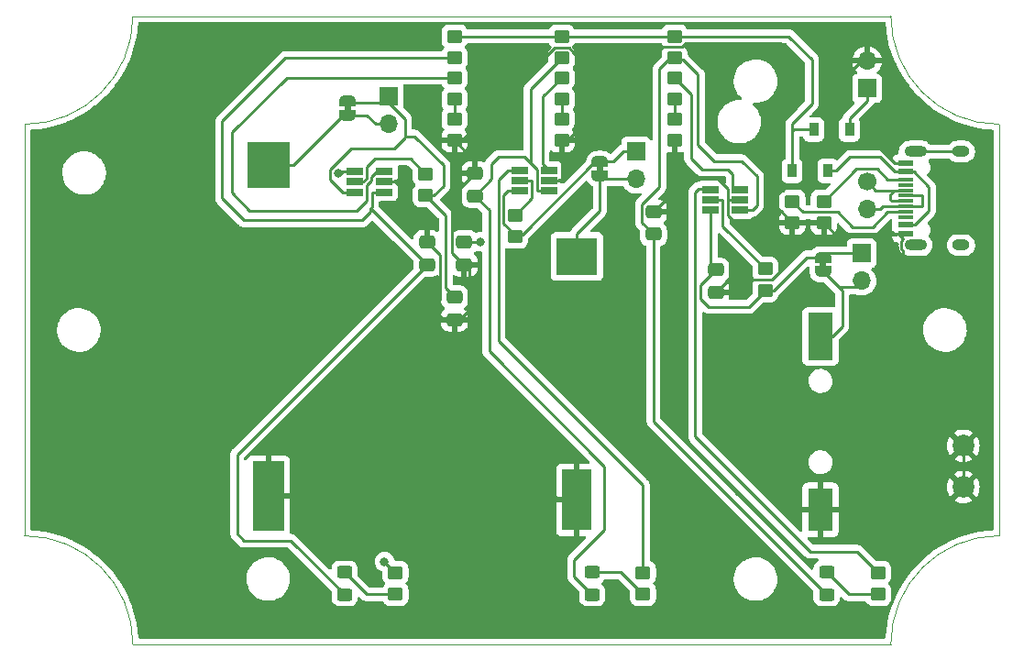
<source format=gbr>
G04 #@! TF.GenerationSoftware,KiCad,Pcbnew,6.0.11-2627ca5db0~126~ubuntu20.04.1*
G04 #@! TF.CreationDate,2024-08-13T23:32:26-05:00*
G04 #@! TF.ProjectId,lir-multi-charger,6c69722d-6d75-46c7-9469-2d6368617267,rev?*
G04 #@! TF.SameCoordinates,Original*
G04 #@! TF.FileFunction,Copper,L1,Top*
G04 #@! TF.FilePolarity,Positive*
%FSLAX46Y46*%
G04 Gerber Fmt 4.6, Leading zero omitted, Abs format (unit mm)*
G04 Created by KiCad (PCBNEW 6.0.11-2627ca5db0~126~ubuntu20.04.1) date 2024-08-13 23:32:26*
%MOMM*%
%LPD*%
G01*
G04 APERTURE LIST*
G04 Aperture macros list*
%AMRoundRect*
0 Rectangle with rounded corners*
0 $1 Rounding radius*
0 $2 $3 $4 $5 $6 $7 $8 $9 X,Y pos of 4 corners*
0 Add a 4 corners polygon primitive as box body*
4,1,4,$2,$3,$4,$5,$6,$7,$8,$9,$2,$3,0*
0 Add four circle primitives for the rounded corners*
1,1,$1+$1,$2,$3*
1,1,$1+$1,$4,$5*
1,1,$1+$1,$6,$7*
1,1,$1+$1,$8,$9*
0 Add four rect primitives between the rounded corners*
20,1,$1+$1,$2,$3,$4,$5,0*
20,1,$1+$1,$4,$5,$6,$7,0*
20,1,$1+$1,$6,$7,$8,$9,0*
20,1,$1+$1,$8,$9,$2,$3,0*%
%AMFreePoly0*
4,1,22,0.500000,-0.750000,0.000000,-0.750000,0.000000,-0.745033,-0.079941,-0.743568,-0.215256,-0.701293,-0.333266,-0.622738,-0.424486,-0.514219,-0.481581,-0.384460,-0.499164,-0.250000,-0.500000,-0.250000,-0.500000,0.250000,-0.499164,0.250000,-0.499963,0.256109,-0.478152,0.396186,-0.417904,0.524511,-0.324060,0.630769,-0.204165,0.706417,-0.067858,0.745374,0.000000,0.744959,0.000000,0.750000,
0.500000,0.750000,0.500000,-0.750000,0.500000,-0.750000,$1*%
%AMFreePoly1*
4,1,20,0.000000,0.744959,0.073905,0.744508,0.209726,0.703889,0.328688,0.626782,0.421226,0.519385,0.479903,0.390333,0.500000,0.250000,0.500000,-0.250000,0.499851,-0.262216,0.476331,-0.402017,0.414519,-0.529596,0.319384,-0.634700,0.198574,-0.708877,0.061801,-0.746166,0.000000,-0.745033,0.000000,-0.750000,-0.500000,-0.750000,-0.500000,0.750000,0.000000,0.750000,0.000000,0.744959,
0.000000,0.744959,$1*%
G04 Aperture macros list end*
G04 #@! TA.AperFunction,Profile*
%ADD10C,0.050000*%
G04 #@! TD*
G04 #@! TA.AperFunction,ComponentPad*
%ADD11C,1.998980*%
G04 #@! TD*
G04 #@! TA.AperFunction,SMDPad,CuDef*
%ADD12RoundRect,0.250000X-0.450000X0.350000X-0.450000X-0.350000X0.450000X-0.350000X0.450000X0.350000X0*%
G04 #@! TD*
G04 #@! TA.AperFunction,ComponentPad*
%ADD13R,1.700000X1.700000*%
G04 #@! TD*
G04 #@! TA.AperFunction,ComponentPad*
%ADD14O,1.700000X1.700000*%
G04 #@! TD*
G04 #@! TA.AperFunction,SMDPad,CuDef*
%ADD15R,1.560000X0.650000*%
G04 #@! TD*
G04 #@! TA.AperFunction,SMDPad,CuDef*
%ADD16RoundRect,0.250000X0.450000X-0.350000X0.450000X0.350000X-0.450000X0.350000X-0.450000X-0.350000X0*%
G04 #@! TD*
G04 #@! TA.AperFunction,SMDPad,CuDef*
%ADD17RoundRect,0.250000X0.475000X-0.337500X0.475000X0.337500X-0.475000X0.337500X-0.475000X-0.337500X0*%
G04 #@! TD*
G04 #@! TA.AperFunction,SMDPad,CuDef*
%ADD18FreePoly0,270.000000*%
G04 #@! TD*
G04 #@! TA.AperFunction,SMDPad,CuDef*
%ADD19FreePoly1,270.000000*%
G04 #@! TD*
G04 #@! TA.AperFunction,SMDPad,CuDef*
%ADD20RoundRect,0.250000X-0.450000X0.325000X-0.450000X-0.325000X0.450000X-0.325000X0.450000X0.325000X0*%
G04 #@! TD*
G04 #@! TA.AperFunction,SMDPad,CuDef*
%ADD21R,0.900000X1.200000*%
G04 #@! TD*
G04 #@! TA.AperFunction,SMDPad,CuDef*
%ADD22RoundRect,0.250000X-0.475000X0.337500X-0.475000X-0.337500X0.475000X-0.337500X0.475000X0.337500X0*%
G04 #@! TD*
G04 #@! TA.AperFunction,SMDPad,CuDef*
%ADD23R,3.800000X3.500000*%
G04 #@! TD*
G04 #@! TA.AperFunction,SMDPad,CuDef*
%ADD24R,2.800000X5.700000*%
G04 #@! TD*
G04 #@! TA.AperFunction,SMDPad,CuDef*
%ADD25R,2.300000X4.400000*%
G04 #@! TD*
G04 #@! TA.AperFunction,SMDPad,CuDef*
%ADD26R,2.300000X4.000000*%
G04 #@! TD*
G04 #@! TA.AperFunction,ComponentPad*
%ADD27C,1.700000*%
G04 #@! TD*
G04 #@! TA.AperFunction,SMDPad,CuDef*
%ADD28R,1.450000X0.600000*%
G04 #@! TD*
G04 #@! TA.AperFunction,SMDPad,CuDef*
%ADD29R,1.450000X0.300000*%
G04 #@! TD*
G04 #@! TA.AperFunction,ComponentPad*
%ADD30O,2.100000X1.000000*%
G04 #@! TD*
G04 #@! TA.AperFunction,ComponentPad*
%ADD31O,1.600000X1.000000*%
G04 #@! TD*
G04 #@! TA.AperFunction,SMDPad,CuDef*
%ADD32R,3.900000X4.300000*%
G04 #@! TD*
G04 #@! TA.AperFunction,SMDPad,CuDef*
%ADD33R,3.000000X6.500000*%
G04 #@! TD*
G04 #@! TA.AperFunction,ViaPad*
%ADD34C,0.800000*%
G04 #@! TD*
G04 #@! TA.AperFunction,Conductor*
%ADD35C,0.250000*%
G04 #@! TD*
G04 APERTURE END LIST*
D10*
X180000000Y-100000000D02*
G75*
G03*
X190000000Y-110000000I10000000J0D01*
G01*
X110000000Y-100000000D02*
X180000000Y-100000000D01*
X190000000Y-148000000D02*
G75*
G03*
X180000000Y-158000000I0J-10000000D01*
G01*
X110000000Y-158000000D02*
X180000000Y-158000000D01*
X100000000Y-110000000D02*
X100000000Y-148000000D01*
X100000000Y-110000000D02*
G75*
G03*
X110000000Y-100000000I0J10000000D01*
G01*
X190000000Y-110000000D02*
X190000000Y-148000000D01*
X110000000Y-158000000D02*
G75*
G03*
X100000000Y-148000000I-10000000J0D01*
G01*
G36*
X153416000Y-114358000D02*
G01*
X152816000Y-114358000D01*
X152816000Y-113858000D01*
X153416000Y-113858000D01*
X153416000Y-114358000D01*
G37*
G36*
X174036000Y-123186000D02*
G01*
X173436000Y-123186000D01*
X173436000Y-122686000D01*
X174036000Y-122686000D01*
X174036000Y-123186000D01*
G37*
G36*
X130140000Y-108770000D02*
G01*
X129540000Y-108770000D01*
X129540000Y-108270000D01*
X130140000Y-108270000D01*
X130140000Y-108770000D01*
G37*
D11*
X186690000Y-139700000D03*
X186690000Y-143510000D03*
D12*
X139700000Y-101870000D03*
X139700000Y-103870000D03*
D13*
X156464000Y-112500000D03*
D14*
X156464000Y-115040000D03*
D15*
X163369000Y-116017000D03*
X163369000Y-116967000D03*
X163369000Y-117917000D03*
X166069000Y-117917000D03*
X166069000Y-116967000D03*
X166069000Y-116017000D03*
D16*
X168402000Y-125333000D03*
X168402000Y-123333000D03*
D17*
X158085000Y-120147500D03*
X158085000Y-118072500D03*
D16*
X157099000Y-153400000D03*
X157099000Y-151400000D03*
D18*
X153116000Y-113458000D03*
D19*
X153116000Y-114758000D03*
D12*
X160020000Y-109490000D03*
X160020000Y-111490000D03*
X149590000Y-101870000D03*
X149590000Y-103870000D03*
D18*
X173736000Y-122286000D03*
D19*
X173736000Y-123586000D03*
D20*
X174060000Y-151375000D03*
X174060000Y-153425000D03*
D21*
X172880000Y-110490000D03*
X176180000Y-110490000D03*
D12*
X160020000Y-101870000D03*
X160020000Y-103870000D03*
D13*
X177292000Y-121920000D03*
D14*
X177292000Y-124460000D03*
D15*
X130476000Y-114366000D03*
X130476000Y-115316000D03*
X130476000Y-116266000D03*
X133176000Y-116266000D03*
X133176000Y-115316000D03*
X133176000Y-114366000D03*
X145716000Y-114239000D03*
X145716000Y-115189000D03*
X145716000Y-116139000D03*
X148416000Y-116139000D03*
X148416000Y-115189000D03*
X148416000Y-114239000D03*
D20*
X152400000Y-151375000D03*
X152400000Y-153425000D03*
D12*
X139700000Y-105680000D03*
X139700000Y-107680000D03*
X149590000Y-105680000D03*
X149590000Y-107680000D03*
X160020000Y-105680000D03*
X160020000Y-107680000D03*
D22*
X140589000Y-120882500D03*
X140589000Y-122957500D03*
X163830000Y-123422500D03*
X163830000Y-125497500D03*
D12*
X139700000Y-109490000D03*
X139700000Y-111490000D03*
D17*
X137160000Y-122957500D03*
X137160000Y-120882500D03*
D23*
X151000000Y-122200000D03*
D24*
X151000000Y-144700000D03*
D13*
X177800000Y-106680000D03*
D14*
X177800000Y-104140000D03*
D25*
X173500000Y-129600000D03*
D26*
X173500000Y-145600000D03*
D12*
X149590000Y-109490000D03*
X149590000Y-111490000D03*
D18*
X129840000Y-107870000D03*
D19*
X129840000Y-109170000D03*
D27*
X177800000Y-115316000D03*
D14*
X177800000Y-117856000D03*
D22*
X139700000Y-125962500D03*
X139700000Y-128037500D03*
D20*
X129540000Y-151375000D03*
X129540000Y-153425000D03*
D28*
X181375000Y-120090000D03*
X181375000Y-119290000D03*
D29*
X181375000Y-118090000D03*
X181375000Y-117090000D03*
X181375000Y-116590000D03*
X181375000Y-115590000D03*
D28*
X181375000Y-114390000D03*
X181375000Y-113590000D03*
X181375000Y-113590000D03*
X181375000Y-114390000D03*
D29*
X181375000Y-115090000D03*
X181375000Y-116090000D03*
X181375000Y-117590000D03*
X181375000Y-118590000D03*
D28*
X181375000Y-119290000D03*
X181375000Y-120090000D03*
D30*
X182290000Y-121160000D03*
X182290000Y-112520000D03*
D31*
X186470000Y-121160000D03*
X186470000Y-112520000D03*
D16*
X145288000Y-120380000D03*
X145288000Y-118380000D03*
D32*
X122500000Y-113741000D03*
D33*
X122500000Y-144350000D03*
D12*
X173800000Y-117110000D03*
X173800000Y-119110000D03*
D21*
X170880000Y-114300000D03*
X174180000Y-114300000D03*
D12*
X170900000Y-117110000D03*
X170900000Y-119110000D03*
D13*
X133604000Y-107437000D03*
D14*
X133604000Y-109977000D03*
D16*
X178816000Y-153400000D03*
X178816000Y-151400000D03*
D17*
X141595000Y-116607500D03*
X141595000Y-114532500D03*
D16*
X134239000Y-153400000D03*
X134239000Y-151400000D03*
X137033000Y-116570000D03*
X137033000Y-114570000D03*
D34*
X142082000Y-120834500D03*
X133235300Y-150396300D03*
X128963900Y-114516000D03*
D35*
X181139900Y-137960100D02*
X181102000Y-137922200D01*
X181102000Y-137922200D02*
X181102000Y-121688726D01*
X181102000Y-121688726D02*
X180915000Y-121501726D01*
X180915000Y-121501726D02*
X180915000Y-120818274D01*
X180915000Y-120818274D02*
X181102000Y-120631274D01*
X181102000Y-120631274D02*
X181102000Y-120498400D01*
X181102000Y-120498400D02*
X180693600Y-120090000D01*
X130476000Y-115316000D02*
X131281000Y-115316000D01*
X131281000Y-115316000D02*
X131581700Y-115015300D01*
X131581700Y-115015300D02*
X131581700Y-113909300D01*
X131581700Y-113909300D02*
X132334000Y-113157000D01*
X132334000Y-113157000D02*
X135620000Y-113157000D01*
X135620000Y-113157000D02*
X137033000Y-114570000D01*
X139700000Y-105680000D02*
X124190000Y-105680000D01*
X124190000Y-105680000D02*
X119126000Y-110744000D01*
X119126000Y-110744000D02*
X119126000Y-116332000D01*
X119126000Y-116332000D02*
X120777000Y-117983000D01*
X120777000Y-117983000D02*
X130683000Y-117983000D01*
X130683000Y-117983000D02*
X131620700Y-117045300D01*
X131620700Y-117045300D02*
X131620700Y-115648300D01*
X131620700Y-115648300D02*
X132031700Y-115237300D01*
X132031700Y-115237300D02*
X132031700Y-114876700D01*
X132031700Y-114876700D02*
X132542400Y-114366000D01*
X132542400Y-114366000D02*
X133176000Y-114366000D01*
X164963700Y-116967000D02*
X164963700Y-118398300D01*
X164963700Y-118398300D02*
X165564400Y-118999000D01*
X165564400Y-118999000D02*
X168845300Y-118999000D01*
X168845300Y-118999000D02*
X169817200Y-118027100D01*
X160020000Y-101870000D02*
X170577000Y-101870000D01*
X170577000Y-101870000D02*
X172720000Y-104013000D01*
X172720000Y-104013000D02*
X172720000Y-108077000D01*
X172720000Y-108077000D02*
X170880000Y-109917000D01*
X170880000Y-109917000D02*
X170880000Y-111512700D01*
X175399200Y-111890300D02*
X174752000Y-111243100D01*
X174752000Y-111243100D02*
X174752000Y-106680000D01*
X174752000Y-106680000D02*
X177292000Y-104140000D01*
X177292000Y-104140000D02*
X177800000Y-104140000D01*
X150659400Y-103308400D02*
X151257000Y-103906000D01*
X151257000Y-103906000D02*
X151257000Y-110363000D01*
X151257000Y-110363000D02*
X150130000Y-111490000D01*
X150130000Y-111490000D02*
X149590000Y-111490000D01*
X160007100Y-104052100D02*
X160821100Y-104052100D01*
X160821100Y-104052100D02*
X162179000Y-105410000D01*
X162179000Y-111887000D02*
X163703000Y-113411000D01*
X167640000Y-114808000D02*
X167640000Y-117475000D01*
X162179000Y-105410000D02*
X162179000Y-111887000D01*
X163703000Y-113411000D02*
X166243000Y-113411000D01*
X166243000Y-113411000D02*
X167640000Y-114808000D01*
X167640000Y-117475000D02*
X167198000Y-117917000D01*
X167198000Y-117917000D02*
X166069000Y-117917000D01*
X158085000Y-120147500D02*
X156996500Y-119059000D01*
X158623000Y-104902000D02*
X159472900Y-104052100D01*
X156996500Y-119059000D02*
X156996500Y-117421000D01*
X156996500Y-117421000D02*
X158623000Y-115794500D01*
X158623000Y-115794500D02*
X158623000Y-104902000D01*
X159472900Y-104052100D02*
X160007100Y-104052100D01*
X169817300Y-116157000D02*
X169799000Y-116138700D01*
X169799000Y-116138700D02*
X169799000Y-109982000D01*
X169799000Y-109982000D02*
X171323000Y-108458000D01*
X171323000Y-108458000D02*
X171323000Y-104013000D01*
X171323000Y-104013000D02*
X169799000Y-102489000D01*
X169799000Y-102489000D02*
X161014173Y-102489000D01*
X161014173Y-102489000D02*
X160708173Y-102795000D01*
X160708173Y-102795000D02*
X151172800Y-102795000D01*
X151172800Y-102795000D02*
X150659400Y-103308400D01*
X163830000Y-123422500D02*
X162433000Y-124819500D01*
X162433000Y-124819500D02*
X162433000Y-126111000D01*
X162433000Y-126111000D02*
X163195000Y-126873000D01*
X163195000Y-126873000D02*
X166862000Y-126873000D01*
X166862000Y-126873000D02*
X168402000Y-125333000D01*
X173500000Y-129600000D02*
X174565000Y-129600000D01*
X174565000Y-129600000D02*
X175514000Y-128651000D01*
X175514000Y-128651000D02*
X175514000Y-125364000D01*
X175514000Y-125364000D02*
X175197600Y-125047600D01*
X178816000Y-151400000D02*
X176895000Y-149479000D01*
X176895000Y-149479000D02*
X172593000Y-149479000D01*
X161925000Y-116268500D02*
X162242500Y-115951000D01*
X172593000Y-149479000D02*
X161925000Y-138811000D01*
X161925000Y-138811000D02*
X161925000Y-116268500D01*
X162242500Y-115951000D02*
X162560000Y-115951000D01*
X160020000Y-115359300D02*
X160444300Y-114935000D01*
X164963700Y-115971900D02*
X164963700Y-116967000D01*
X160444300Y-114935000D02*
X163926800Y-114935000D01*
X163926800Y-114935000D02*
X164963700Y-115971900D01*
X169817200Y-118027100D02*
X169418000Y-117627900D01*
X169418000Y-117627900D02*
X169418000Y-116556300D01*
X169418000Y-116556300D02*
X169817300Y-116157000D01*
X175399200Y-111890300D02*
X173859700Y-111890300D01*
X173859700Y-111890300D02*
X172466000Y-113284000D01*
X172466000Y-113284000D02*
X172466000Y-114935000D01*
X172466000Y-114935000D02*
X171831000Y-115570000D01*
X171831000Y-115570000D02*
X170517000Y-115570000D01*
X170517000Y-115570000D02*
X169986300Y-116100700D01*
X169986300Y-116100700D02*
X169873600Y-116100700D01*
X169873600Y-116100700D02*
X169817300Y-116157000D01*
X148416000Y-116139000D02*
X147310700Y-116139000D01*
X147310700Y-116139000D02*
X147310700Y-114177400D01*
X147310700Y-114177400D02*
X146721800Y-113588500D01*
X145288000Y-118380000D02*
X146860700Y-116807300D01*
X146860700Y-116807300D02*
X146860700Y-115189000D01*
X146860700Y-115189000D02*
X145716000Y-115189000D01*
X146721800Y-113588500D02*
X146163300Y-113030000D01*
X146163300Y-113030000D02*
X143764000Y-113030000D01*
X143764000Y-113030000D02*
X143129000Y-113665000D01*
X143129000Y-113665000D02*
X143129000Y-115062000D01*
X143129000Y-115062000D02*
X141595000Y-116596000D01*
X141595000Y-116596000D02*
X141595000Y-116607500D01*
X173736000Y-122286000D02*
X172227000Y-122286000D01*
X169180000Y-125333000D02*
X168402000Y-125333000D01*
X172227000Y-122286000D02*
X169180000Y-125333000D01*
X174180000Y-114300000D02*
X174955300Y-114300000D01*
X174955300Y-114300000D02*
X176225300Y-113030000D01*
X176225300Y-113030000D02*
X178964700Y-113030000D01*
X178964700Y-113030000D02*
X180324700Y-114390000D01*
X180324700Y-114390000D02*
X181375000Y-114390000D01*
X160020000Y-105680000D02*
X161544000Y-107204000D01*
X165413700Y-116017000D02*
X166069000Y-116017000D01*
X161544000Y-107204000D02*
X161544000Y-113157000D01*
X161544000Y-113157000D02*
X162560000Y-114173000D01*
X162560000Y-114173000D02*
X164973000Y-114173000D01*
X164973000Y-114173000D02*
X165413700Y-114613700D01*
X165413700Y-114613700D02*
X165413700Y-116017000D01*
X170880000Y-111512700D02*
X170880000Y-110679000D01*
X170880000Y-110679000D02*
X171069000Y-110490000D01*
X171069000Y-110490000D02*
X172880000Y-110490000D01*
X170900000Y-117110000D02*
X171900000Y-118110000D01*
X171900000Y-118110000D02*
X175082400Y-118110000D01*
X176479400Y-119507000D02*
X178287400Y-119507000D01*
X175082400Y-118110000D02*
X176479400Y-119507000D01*
X178287400Y-119507000D02*
X179704400Y-118090000D01*
X179704400Y-118090000D02*
X181375000Y-118090000D01*
X181375000Y-117090000D02*
X180082000Y-117090000D01*
X180082000Y-117090000D02*
X179959000Y-116967000D01*
X179959000Y-116967000D02*
X179959000Y-116455700D01*
X179959000Y-116455700D02*
X180324700Y-116090000D01*
X181375000Y-117590000D02*
X182880000Y-117590000D01*
X182880000Y-117590000D02*
X182880000Y-116590000D01*
X182880000Y-116590000D02*
X181375000Y-116590000D01*
X181375000Y-119290000D02*
X182208000Y-119290000D01*
X182208000Y-119290000D02*
X183515000Y-117983000D01*
X183515000Y-117983000D02*
X183515000Y-115806100D01*
X183515000Y-115806100D02*
X182098900Y-114390000D01*
X182098900Y-114390000D02*
X181375000Y-114390000D01*
X173500000Y-145600000D02*
X177742000Y-145600000D01*
X177742000Y-145600000D02*
X181139900Y-142202100D01*
X181139900Y-142202100D02*
X181139900Y-137960100D01*
X152400000Y-153425000D02*
X150749000Y-151774000D01*
X150749000Y-151774000D02*
X150749000Y-150241000D01*
X150749000Y-150241000D02*
X153543000Y-147447000D01*
X153543000Y-147447000D02*
X153543000Y-141605000D01*
X153543000Y-141605000D02*
X142908000Y-130970000D01*
X142908000Y-130970000D02*
X142908000Y-117920500D01*
X142908000Y-117920500D02*
X141595000Y-116607500D01*
X129540000Y-153425000D02*
X129540000Y-153416000D01*
X119634000Y-147828000D02*
X119634000Y-140483500D01*
X129540000Y-153416000D02*
X124587000Y-148463000D01*
X124587000Y-148463000D02*
X120269000Y-148463000D01*
X120269000Y-148463000D02*
X119634000Y-147828000D01*
X119634000Y-140483500D02*
X137160000Y-122957500D01*
X139827000Y-127762000D02*
X140462000Y-127762000D01*
X140462000Y-127762000D02*
X141097000Y-127127000D01*
X141097000Y-127127000D02*
X141097000Y-123465500D01*
X141097000Y-123465500D02*
X140589000Y-122957500D01*
X137160000Y-120882500D02*
X138321100Y-122043600D01*
X138321100Y-122043600D02*
X138321100Y-126211000D01*
X138321100Y-126211000D02*
X138303000Y-126229100D01*
X138303000Y-126229100D02*
X138303000Y-127635000D01*
X138705500Y-128037500D02*
X139700000Y-128037500D01*
X138303000Y-127635000D02*
X138705500Y-128037500D01*
X149590000Y-105680000D02*
X147828000Y-107442000D01*
X147828000Y-107442000D02*
X147828000Y-113651000D01*
X147828000Y-113651000D02*
X148416000Y-114239000D01*
X137160000Y-120882500D02*
X137160000Y-118999000D01*
X137160000Y-118999000D02*
X135001000Y-116840000D01*
X134239000Y-115316000D02*
X133176000Y-115316000D01*
X135001000Y-116840000D02*
X135001000Y-116078000D01*
X135001000Y-116078000D02*
X134239000Y-115316000D01*
X135128000Y-111125000D02*
X136017000Y-111125000D01*
X136017000Y-111125000D02*
X138684000Y-113792000D01*
X138684000Y-113792000D02*
X138684000Y-115697000D01*
X138684000Y-115697000D02*
X137811000Y-116570000D01*
X137811000Y-116570000D02*
X137033000Y-116570000D01*
X135128000Y-111125000D02*
X135128000Y-111252000D01*
X135128000Y-111252000D02*
X134112000Y-112268000D01*
X134112000Y-112268000D02*
X130117200Y-112268000D01*
X130117200Y-112268000D02*
X128224000Y-114161200D01*
X128224000Y-114161200D02*
X128224000Y-115119300D01*
X128224000Y-115119300D02*
X129370700Y-116266000D01*
X129370700Y-116266000D02*
X130476000Y-116266000D01*
X135128000Y-110871000D02*
X135128000Y-111125000D01*
X133604000Y-108003400D02*
X135128000Y-109527400D01*
X135128000Y-109527400D02*
X135128000Y-111125000D01*
X139700000Y-103870000D02*
X124095000Y-103870000D01*
X124095000Y-103870000D02*
X118237000Y-109728000D01*
X118237000Y-109728000D02*
X118237000Y-116840000D01*
X118237000Y-116840000D02*
X120269000Y-118872000D01*
X120269000Y-118872000D02*
X131191000Y-118872000D01*
X131953000Y-117750500D02*
X137160000Y-122957500D01*
X131191000Y-118872000D02*
X131953000Y-118110000D01*
X131953000Y-118110000D02*
X131953000Y-117750500D01*
X131953000Y-117729000D02*
X132070700Y-117611300D01*
X132070700Y-117611300D02*
X132070700Y-116266000D01*
X132070700Y-116266000D02*
X133176000Y-116266000D01*
X131565000Y-153400000D02*
X129540000Y-151375000D01*
X134239000Y-153400000D02*
X131565000Y-153400000D01*
X149590000Y-109490000D02*
X149590000Y-107680000D01*
X155074000Y-151375000D02*
X157099000Y-153400000D01*
X152400000Y-151375000D02*
X155074000Y-151375000D01*
X164474300Y-119405300D02*
X164474300Y-116967000D01*
X168402000Y-123333000D02*
X164474300Y-119405300D01*
X163369000Y-116967000D02*
X164474300Y-116967000D01*
X158085000Y-137450000D02*
X158085000Y-120147500D01*
X174060000Y-153425000D02*
X158085000Y-137450000D01*
X160007100Y-103882900D02*
X160007100Y-104052100D01*
X160020000Y-103870000D02*
X160007100Y-103882900D01*
X133604000Y-107437000D02*
X133604000Y-108003400D01*
X129973400Y-108003400D02*
X129840000Y-107870000D01*
X133604000Y-108003400D02*
X129973400Y-108003400D01*
X138874500Y-125137000D02*
X139700000Y-125962500D01*
X138874500Y-118411500D02*
X138874500Y-125137000D01*
X137033000Y-116570000D02*
X138874500Y-118411500D01*
X156464000Y-112500000D02*
X155288700Y-112500000D01*
X145716000Y-116139000D02*
X144610700Y-116139000D01*
X154330700Y-113458000D02*
X153116000Y-113458000D01*
X155288700Y-112500000D02*
X154330700Y-113458000D01*
X140637000Y-120834500D02*
X140589000Y-120882500D01*
X142082000Y-120834500D02*
X140637000Y-120834500D01*
X145288000Y-120380000D02*
X145288000Y-120204100D01*
X144240100Y-119156200D02*
X145288000Y-120204100D01*
X144240100Y-116509600D02*
X144240100Y-119156200D01*
X144610700Y-116139000D02*
X144240100Y-116509600D01*
X152705700Y-113458000D02*
X153116000Y-113458000D01*
X145959600Y-120204100D02*
X152705700Y-113458000D01*
X145288000Y-120204100D02*
X145959600Y-120204100D01*
X177292000Y-121920000D02*
X176116700Y-121920000D01*
X174102000Y-121920000D02*
X176116700Y-121920000D01*
X173736000Y-122286000D02*
X174102000Y-121920000D01*
X163369000Y-122961500D02*
X163369000Y-117917000D01*
X163830000Y-123422500D02*
X163369000Y-122961500D01*
X139700000Y-109490000D02*
X139700000Y-107680000D01*
X129220700Y-114516000D02*
X129370700Y-114366000D01*
X128963900Y-114516000D02*
X129220700Y-114516000D01*
X130476000Y-114366000D02*
X129370700Y-114366000D01*
X134239000Y-151400000D02*
X133235300Y-150396300D01*
X145716000Y-114239000D02*
X144610700Y-114239000D01*
X143751900Y-115097800D02*
X144610700Y-114239000D01*
X143751900Y-130000600D02*
X143751900Y-115097800D01*
X157099000Y-143347700D02*
X143751900Y-130000600D01*
X157099000Y-151400000D02*
X157099000Y-143347700D01*
X146721800Y-106738200D02*
X146721800Y-113588500D01*
X149590000Y-103870000D02*
X146721800Y-106738200D01*
X151000000Y-122200000D02*
X151000000Y-120124700D01*
X156464000Y-115040000D02*
X155288700Y-115040000D01*
X153116000Y-115040000D02*
X155288700Y-115040000D01*
X153116000Y-118008700D02*
X153116000Y-115040000D01*
X151000000Y-120124700D02*
X153116000Y-118008700D01*
X153116000Y-115040000D02*
X153116000Y-114758000D01*
X160020000Y-107680000D02*
X160020000Y-109490000D01*
X176085000Y-153400000D02*
X178816000Y-153400000D01*
X174060000Y-151375000D02*
X176085000Y-153400000D01*
X149590000Y-101870000D02*
X139700000Y-101870000D01*
X149590000Y-101870000D02*
X160020000Y-101870000D01*
X170880000Y-114300000D02*
X170880000Y-111512700D01*
X186470000Y-112520000D02*
X182290000Y-112520000D01*
X179708000Y-115090000D02*
X181375000Y-115090000D01*
X178755200Y-114137200D02*
X179708000Y-115090000D01*
X176772800Y-114137200D02*
X178755200Y-114137200D01*
X173800000Y-117110000D02*
X176772800Y-114137200D01*
X177800000Y-117856000D02*
X178975300Y-117856000D01*
X179241300Y-117590000D02*
X178975300Y-117856000D01*
X180324700Y-117590000D02*
X179241300Y-117590000D01*
X180962500Y-117590000D02*
X180324700Y-117590000D01*
X180962500Y-117590000D02*
X181375000Y-117590000D01*
X181375000Y-116090000D02*
X180324700Y-116090000D01*
X178574000Y-116090000D02*
X180324700Y-116090000D01*
X177800000Y-115316000D02*
X178574000Y-116090000D01*
X186690000Y-143510000D02*
X186690000Y-139700000D01*
X139504900Y-121873400D02*
X140589000Y-122957500D01*
X139504900Y-116622600D02*
X139504900Y-121873400D01*
X141595000Y-114532500D02*
X139504900Y-116622600D01*
X174780000Y-120090000D02*
X173800000Y-119110000D01*
X180437300Y-120090000D02*
X174780000Y-120090000D01*
X173800000Y-119110000D02*
X170900000Y-119110000D01*
X170900000Y-122483400D02*
X170900000Y-119110000D01*
X169050400Y-124333000D02*
X170900000Y-122483400D01*
X164994500Y-124333000D02*
X169050400Y-124333000D01*
X163830000Y-125497500D02*
X164994500Y-124333000D01*
X148416000Y-115189000D02*
X149521300Y-115189000D01*
X149590000Y-115120300D02*
X149521300Y-115189000D01*
X149590000Y-111490000D02*
X149590000Y-115120300D01*
X141595000Y-113385000D02*
X140018600Y-111808500D01*
X141595000Y-114532500D02*
X141595000Y-113385000D01*
X140018600Y-111808500D02*
X139700000Y-111490000D01*
X150272700Y-102921700D02*
X150659400Y-103308400D01*
X148905400Y-102921700D02*
X150272700Y-102921700D01*
X140018600Y-111808500D02*
X148905400Y-102921700D01*
X181375000Y-120090000D02*
X180693600Y-120090000D01*
X180693600Y-120090000D02*
X180437300Y-120090000D01*
X184950100Y-137960100D02*
X186690000Y-139700000D01*
X181139900Y-137960100D02*
X184950100Y-137960100D01*
X151000000Y-144700000D02*
X149274700Y-144700000D01*
X133550000Y-135125300D02*
X139700000Y-135125300D01*
X124325300Y-144350000D02*
X133550000Y-135125300D01*
X139700000Y-128037500D02*
X139700000Y-135125300D01*
X139700000Y-135125300D02*
X149274700Y-144700000D01*
X122500000Y-144350000D02*
X124325300Y-144350000D01*
X178625000Y-111890300D02*
X175399200Y-111890300D01*
X180324700Y-113590000D02*
X178625000Y-111890300D01*
X181375000Y-113590000D02*
X180324700Y-113590000D01*
X166069000Y-116967000D02*
X164963700Y-116967000D01*
X160020000Y-111490000D02*
X160020000Y-115359300D01*
X160020000Y-116137500D02*
X158085000Y-118072500D01*
X160020000Y-115359300D02*
X160020000Y-116137500D01*
X169817200Y-118027100D02*
X170900000Y-119110000D01*
X176180000Y-109475300D02*
X176180000Y-110490000D01*
X177800000Y-107855300D02*
X176180000Y-109475300D01*
X177800000Y-106680000D02*
X177800000Y-107855300D01*
X177292000Y-124460000D02*
X177292000Y-125047600D01*
X177292000Y-125047600D02*
X175197600Y-125047600D01*
X175197600Y-125047600D02*
X173736000Y-123586000D01*
X129346300Y-109170000D02*
X129840000Y-109170000D01*
X124775300Y-113741000D02*
X129346300Y-109170000D01*
X122500000Y-113741000D02*
X124775300Y-113741000D01*
X131621700Y-109170000D02*
X129840000Y-109170000D01*
X132428700Y-109977000D02*
X131621700Y-109170000D01*
X133604000Y-109977000D02*
X132428700Y-109977000D01*
G04 #@! TA.AperFunction,Conductor*
G36*
X179447940Y-100528502D02*
G01*
X179494433Y-100582158D01*
X179505762Y-100630706D01*
X179505885Y-100634777D01*
X179563358Y-101267238D01*
X179563640Y-101269091D01*
X179563641Y-101269099D01*
X179595397Y-101477747D01*
X179658913Y-101895075D01*
X179792201Y-102515996D01*
X179792715Y-102517838D01*
X179792715Y-102517840D01*
X179799656Y-102542738D01*
X179962737Y-103127738D01*
X179963359Y-103129542D01*
X179963362Y-103129550D01*
X180169275Y-103726265D01*
X180169281Y-103726280D01*
X180169897Y-103728066D01*
X180170618Y-103729808D01*
X180170625Y-103729825D01*
X180361643Y-104190980D01*
X180412927Y-104314791D01*
X180413761Y-104316504D01*
X180413766Y-104316515D01*
X180584389Y-104666940D01*
X180690939Y-104885772D01*
X181002918Y-105438926D01*
X181003940Y-105440506D01*
X181003945Y-105440515D01*
X181346692Y-105970633D01*
X181346700Y-105970645D01*
X181347727Y-105972233D01*
X181348849Y-105973758D01*
X181348856Y-105973768D01*
X181677518Y-106420432D01*
X181724107Y-106483748D01*
X181725328Y-106485213D01*
X182128616Y-106969122D01*
X182130685Y-106971605D01*
X182565977Y-107434023D01*
X183028395Y-107869315D01*
X183029848Y-107870526D01*
X183029856Y-107870533D01*
X183337423Y-108126858D01*
X183516252Y-108275893D01*
X183517791Y-108277025D01*
X183517793Y-108277027D01*
X184026232Y-108651144D01*
X184026242Y-108651151D01*
X184027767Y-108652273D01*
X184029355Y-108653300D01*
X184029367Y-108653308D01*
X184559485Y-108996055D01*
X184559494Y-108996060D01*
X184561074Y-108997082D01*
X185114228Y-109309061D01*
X185119071Y-109311419D01*
X185683485Y-109586234D01*
X185683496Y-109586239D01*
X185685209Y-109587073D01*
X185728836Y-109605144D01*
X186270175Y-109829375D01*
X186270192Y-109829382D01*
X186271934Y-109830103D01*
X186273720Y-109830719D01*
X186273735Y-109830725D01*
X186870450Y-110036638D01*
X186870458Y-110036641D01*
X186872262Y-110037263D01*
X187484004Y-110207799D01*
X188104925Y-110341087D01*
X188106800Y-110341372D01*
X188106798Y-110341372D01*
X188730901Y-110436359D01*
X188730909Y-110436360D01*
X188732762Y-110436642D01*
X189365223Y-110494115D01*
X189367116Y-110494172D01*
X189367129Y-110494173D01*
X189369178Y-110494235D01*
X189369294Y-110494238D01*
X189436782Y-110516282D01*
X189481638Y-110571314D01*
X189491500Y-110620181D01*
X189491500Y-147379819D01*
X189471498Y-147447940D01*
X189417842Y-147494433D01*
X189369294Y-147505762D01*
X189369178Y-147505765D01*
X189367129Y-147505827D01*
X189367116Y-147505828D01*
X189365223Y-147505885D01*
X188732762Y-147563358D01*
X188730909Y-147563640D01*
X188730901Y-147563641D01*
X188326795Y-147625145D01*
X188104925Y-147658913D01*
X187484004Y-147792201D01*
X187482162Y-147792715D01*
X187482160Y-147792715D01*
X187442938Y-147803649D01*
X186872262Y-147962737D01*
X186870458Y-147963359D01*
X186870450Y-147963362D01*
X186273735Y-148169275D01*
X186273720Y-148169281D01*
X186271934Y-148169897D01*
X186270192Y-148170618D01*
X186270175Y-148170625D01*
X185932129Y-148310649D01*
X185685209Y-148412927D01*
X185683496Y-148413761D01*
X185683485Y-148413766D01*
X185216110Y-148641332D01*
X185114228Y-148690939D01*
X184561074Y-149002918D01*
X184559494Y-149003940D01*
X184559485Y-149003945D01*
X184029367Y-149346692D01*
X184029355Y-149346700D01*
X184027767Y-149347727D01*
X184026242Y-149348849D01*
X184026232Y-149348856D01*
X183517793Y-149722973D01*
X183516252Y-149724107D01*
X183514787Y-149725328D01*
X183044552Y-150117220D01*
X183028395Y-150130685D01*
X182565977Y-150565977D01*
X182130685Y-151028395D01*
X182129474Y-151029848D01*
X182129467Y-151029856D01*
X181788051Y-151439524D01*
X181724107Y-151516252D01*
X181722975Y-151517791D01*
X181722973Y-151517793D01*
X181353455Y-152019983D01*
X181347727Y-152027767D01*
X181346700Y-152029355D01*
X181346692Y-152029367D01*
X181003945Y-152559485D01*
X181002918Y-152561074D01*
X180690939Y-153114228D01*
X180690106Y-153115939D01*
X180425749Y-153658876D01*
X180412927Y-153685209D01*
X180412194Y-153686979D01*
X180170625Y-154270175D01*
X180170618Y-154270192D01*
X180169897Y-154271934D01*
X180169281Y-154273720D01*
X180169275Y-154273735D01*
X180088376Y-154508172D01*
X179962737Y-154872262D01*
X179792201Y-155484004D01*
X179658913Y-156104925D01*
X179563358Y-156732762D01*
X179505885Y-157365223D01*
X179505828Y-157367116D01*
X179505827Y-157367129D01*
X179505762Y-157369294D01*
X179483718Y-157436782D01*
X179428686Y-157481638D01*
X179379819Y-157491500D01*
X110620181Y-157491500D01*
X110552060Y-157471498D01*
X110505567Y-157417842D01*
X110494238Y-157369294D01*
X110494173Y-157367129D01*
X110494172Y-157367116D01*
X110494115Y-157365223D01*
X110436642Y-156732762D01*
X110341087Y-156104925D01*
X110207799Y-155484004D01*
X110037263Y-154872262D01*
X109911624Y-154508172D01*
X109830725Y-154273735D01*
X109830719Y-154273720D01*
X109830103Y-154271934D01*
X109829382Y-154270192D01*
X109829375Y-154270175D01*
X109587806Y-153686979D01*
X109587073Y-153685209D01*
X109574252Y-153658876D01*
X109309894Y-153115939D01*
X109309061Y-153114228D01*
X108997082Y-152561074D01*
X108996055Y-152559485D01*
X108653308Y-152029367D01*
X108653300Y-152029355D01*
X108652273Y-152027767D01*
X108646546Y-152019983D01*
X108580139Y-151929733D01*
X120487822Y-151929733D01*
X120487975Y-151934121D01*
X120487975Y-151934127D01*
X120497424Y-152204694D01*
X120497625Y-152210458D01*
X120498387Y-152214781D01*
X120498388Y-152214788D01*
X120522107Y-152349305D01*
X120546402Y-152487087D01*
X120633203Y-152754235D01*
X120635131Y-152758188D01*
X120635133Y-152758193D01*
X120690313Y-152871328D01*
X120756340Y-153006702D01*
X120758795Y-153010341D01*
X120758798Y-153010347D01*
X120785275Y-153049600D01*
X120913415Y-153239576D01*
X121101371Y-153448322D01*
X121316550Y-153628879D01*
X121554764Y-153777731D01*
X121688484Y-153837267D01*
X121769487Y-153873332D01*
X121811375Y-153891982D01*
X121815603Y-153893194D01*
X121815602Y-153893194D01*
X122073582Y-153967168D01*
X122081390Y-153969407D01*
X122085740Y-153970018D01*
X122085743Y-153970019D01*
X122188690Y-153984487D01*
X122359552Y-154008500D01*
X122570146Y-154008500D01*
X122572332Y-154008347D01*
X122572336Y-154008347D01*
X122775827Y-153994118D01*
X122775832Y-153994117D01*
X122780212Y-153993811D01*
X123054970Y-153935409D01*
X123059099Y-153933906D01*
X123059103Y-153933905D01*
X123314781Y-153840846D01*
X123314785Y-153840844D01*
X123318926Y-153839337D01*
X123566942Y-153707464D01*
X123593223Y-153688370D01*
X123790629Y-153544947D01*
X123790632Y-153544944D01*
X123794192Y-153542358D01*
X123996252Y-153347231D01*
X124169188Y-153125882D01*
X124171384Y-153122078D01*
X124171389Y-153122071D01*
X124291403Y-152914200D01*
X124309636Y-152882619D01*
X124414862Y-152622176D01*
X124429686Y-152562720D01*
X124481753Y-152353893D01*
X124481754Y-152353888D01*
X124482817Y-152349624D01*
X124486900Y-152310784D01*
X124511719Y-152074636D01*
X124511719Y-152074633D01*
X124512178Y-152070267D01*
X124511297Y-152045028D01*
X124502529Y-151793939D01*
X124502528Y-151793933D01*
X124502375Y-151789542D01*
X124501391Y-151783958D01*
X124454360Y-151517236D01*
X124453598Y-151512913D01*
X124366797Y-151245765D01*
X124243660Y-150993298D01*
X124241205Y-150989659D01*
X124241202Y-150989653D01*
X124152680Y-150858414D01*
X124086585Y-150760424D01*
X124080777Y-150753973D01*
X123916492Y-150571517D01*
X123898629Y-150551678D01*
X123683450Y-150371121D01*
X123445236Y-150222269D01*
X123223342Y-150123475D01*
X123192639Y-150109805D01*
X123192637Y-150109804D01*
X123188625Y-150108018D01*
X122918610Y-150030593D01*
X122914260Y-150029982D01*
X122914257Y-150029981D01*
X122797812Y-150013616D01*
X122640448Y-149991500D01*
X122429854Y-149991500D01*
X122427668Y-149991653D01*
X122427664Y-149991653D01*
X122224173Y-150005882D01*
X122224168Y-150005883D01*
X122219788Y-150006189D01*
X121945030Y-150064591D01*
X121940901Y-150066094D01*
X121940897Y-150066095D01*
X121685219Y-150159154D01*
X121685215Y-150159156D01*
X121681074Y-150160663D01*
X121433058Y-150292536D01*
X121429499Y-150295122D01*
X121429497Y-150295123D01*
X121215370Y-150450695D01*
X121205808Y-150457642D01*
X121003748Y-150652769D01*
X120909188Y-150773801D01*
X120846067Y-150854593D01*
X120830812Y-150874118D01*
X120828616Y-150877922D01*
X120828611Y-150877929D01*
X120728978Y-151050499D01*
X120690364Y-151117381D01*
X120585138Y-151377824D01*
X120584073Y-151382097D01*
X120584072Y-151382099D01*
X120520916Y-151635405D01*
X120517183Y-151650376D01*
X120516724Y-151654744D01*
X120516723Y-151654749D01*
X120491647Y-151893339D01*
X120487822Y-151929733D01*
X108580139Y-151929733D01*
X108277027Y-151517793D01*
X108277025Y-151517791D01*
X108275893Y-151516252D01*
X108211949Y-151439525D01*
X107870533Y-151029856D01*
X107870526Y-151029848D01*
X107869315Y-151028395D01*
X107434023Y-150565977D01*
X106971605Y-150130685D01*
X106955449Y-150117220D01*
X106485213Y-149725328D01*
X106483748Y-149724107D01*
X106482207Y-149722973D01*
X105973768Y-149348856D01*
X105973758Y-149348849D01*
X105972233Y-149347727D01*
X105970645Y-149346700D01*
X105970633Y-149346692D01*
X105440515Y-149003945D01*
X105440506Y-149003940D01*
X105438926Y-149002918D01*
X104885772Y-148690939D01*
X104783890Y-148641332D01*
X104316515Y-148413766D01*
X104316504Y-148413761D01*
X104314791Y-148412927D01*
X104067871Y-148310649D01*
X103729825Y-148170625D01*
X103729808Y-148170618D01*
X103728066Y-148169897D01*
X103726280Y-148169281D01*
X103726265Y-148169275D01*
X103129550Y-147963362D01*
X103129542Y-147963359D01*
X103127738Y-147962737D01*
X102557062Y-147803649D01*
X102517840Y-147792715D01*
X102517838Y-147792715D01*
X102515996Y-147792201D01*
X101895075Y-147658913D01*
X101673205Y-147625145D01*
X101269099Y-147563641D01*
X101269091Y-147563640D01*
X101267238Y-147563358D01*
X100634777Y-147505885D01*
X100632884Y-147505828D01*
X100632871Y-147505827D01*
X100630822Y-147505765D01*
X100630706Y-147505762D01*
X100563218Y-147483718D01*
X100518362Y-147428686D01*
X100508500Y-147379819D01*
X100508500Y-128929733D01*
X102987822Y-128929733D01*
X102987975Y-128934121D01*
X102987975Y-128934127D01*
X102995068Y-129137223D01*
X102997625Y-129210458D01*
X102998387Y-129214781D01*
X102998388Y-129214788D01*
X103022164Y-129349624D01*
X103046402Y-129487087D01*
X103133203Y-129754235D01*
X103135131Y-129758188D01*
X103135133Y-129758193D01*
X103187470Y-129865499D01*
X103256340Y-130006702D01*
X103258795Y-130010341D01*
X103258798Y-130010347D01*
X103331890Y-130118710D01*
X103413415Y-130239576D01*
X103601371Y-130448322D01*
X103816550Y-130628879D01*
X104054764Y-130777731D01*
X104311375Y-130891982D01*
X104581390Y-130969407D01*
X104585740Y-130970018D01*
X104585743Y-130970019D01*
X104688690Y-130984487D01*
X104859552Y-131008500D01*
X105070146Y-131008500D01*
X105072332Y-131008347D01*
X105072336Y-131008347D01*
X105275827Y-130994118D01*
X105275832Y-130994117D01*
X105280212Y-130993811D01*
X105554970Y-130935409D01*
X105559099Y-130933906D01*
X105559103Y-130933905D01*
X105814781Y-130840846D01*
X105814785Y-130840844D01*
X105818926Y-130839337D01*
X106066942Y-130707464D01*
X106171896Y-130631211D01*
X106290629Y-130544947D01*
X106290632Y-130544944D01*
X106294192Y-130542358D01*
X106496252Y-130347231D01*
X106669188Y-130125882D01*
X106671384Y-130122078D01*
X106671389Y-130122071D01*
X106807435Y-129886431D01*
X106809636Y-129882619D01*
X106914862Y-129622176D01*
X106948544Y-129487087D01*
X106981753Y-129353893D01*
X106981754Y-129353888D01*
X106982817Y-129349624D01*
X107003309Y-129154657D01*
X107011719Y-129074636D01*
X107011719Y-129074633D01*
X107012178Y-129070267D01*
X107012025Y-129065873D01*
X107002529Y-128793939D01*
X107002528Y-128793933D01*
X107002375Y-128789542D01*
X106999610Y-128773856D01*
X106954360Y-128517236D01*
X106953598Y-128512913D01*
X106866797Y-128245765D01*
X106743660Y-127993298D01*
X106741205Y-127989659D01*
X106741202Y-127989653D01*
X106660935Y-127870653D01*
X106586585Y-127760424D01*
X106398629Y-127551678D01*
X106346637Y-127508051D01*
X106256660Y-127432552D01*
X106183450Y-127371121D01*
X105945236Y-127222269D01*
X105688625Y-127108018D01*
X105418610Y-127030593D01*
X105414260Y-127029982D01*
X105414257Y-127029981D01*
X105311310Y-127015513D01*
X105140448Y-126991500D01*
X104929854Y-126991500D01*
X104927668Y-126991653D01*
X104927664Y-126991653D01*
X104724173Y-127005882D01*
X104724168Y-127005883D01*
X104719788Y-127006189D01*
X104445030Y-127064591D01*
X104440901Y-127066094D01*
X104440897Y-127066095D01*
X104185219Y-127159154D01*
X104185215Y-127159156D01*
X104181074Y-127160663D01*
X103933058Y-127292536D01*
X103929499Y-127295122D01*
X103929497Y-127295123D01*
X103709468Y-127454983D01*
X103705808Y-127457642D01*
X103702644Y-127460698D01*
X103702641Y-127460700D01*
X103652934Y-127508702D01*
X103503748Y-127652769D01*
X103330812Y-127874118D01*
X103328616Y-127877922D01*
X103328611Y-127877929D01*
X103214794Y-128075067D01*
X103190364Y-128117381D01*
X103085138Y-128377824D01*
X103084073Y-128382097D01*
X103084072Y-128382099D01*
X103023002Y-128627039D01*
X103017183Y-128650376D01*
X103016724Y-128654744D01*
X103016723Y-128654749D01*
X103002556Y-128789542D01*
X102987822Y-128929733D01*
X100508500Y-128929733D01*
X100508500Y-114429733D01*
X103487822Y-114429733D01*
X103487975Y-114434121D01*
X103487975Y-114434127D01*
X103497404Y-114704121D01*
X103497625Y-114710458D01*
X103498387Y-114714781D01*
X103498388Y-114714788D01*
X103526833Y-114876105D01*
X103546402Y-114987087D01*
X103633203Y-115254235D01*
X103635131Y-115258188D01*
X103635133Y-115258193D01*
X103675425Y-115340802D01*
X103756340Y-115506702D01*
X103758795Y-115510341D01*
X103758798Y-115510347D01*
X103811430Y-115588377D01*
X103913415Y-115739576D01*
X103916360Y-115742847D01*
X103916361Y-115742848D01*
X103951867Y-115782281D01*
X104101371Y-115948322D01*
X104104733Y-115951143D01*
X104104734Y-115951144D01*
X104135436Y-115976906D01*
X104316550Y-116128879D01*
X104554764Y-116277731D01*
X104732858Y-116357024D01*
X104790685Y-116382770D01*
X104811375Y-116391982D01*
X104815603Y-116393194D01*
X104815602Y-116393194D01*
X104993514Y-116444209D01*
X105081390Y-116469407D01*
X105085740Y-116470018D01*
X105085743Y-116470019D01*
X105188690Y-116484487D01*
X105359552Y-116508500D01*
X105570146Y-116508500D01*
X105572332Y-116508347D01*
X105572336Y-116508347D01*
X105775827Y-116494118D01*
X105775832Y-116494117D01*
X105780212Y-116493811D01*
X106054970Y-116435409D01*
X106059099Y-116433906D01*
X106059103Y-116433905D01*
X106314781Y-116340846D01*
X106314785Y-116340844D01*
X106318926Y-116339337D01*
X106566942Y-116207464D01*
X106582172Y-116196399D01*
X106790629Y-116044947D01*
X106790632Y-116044944D01*
X106794192Y-116042358D01*
X106798659Y-116038045D01*
X106928724Y-115912442D01*
X106996252Y-115847231D01*
X107143333Y-115658975D01*
X107166481Y-115629347D01*
X107166482Y-115629346D01*
X107169188Y-115625882D01*
X107171384Y-115622078D01*
X107171389Y-115622071D01*
X107286527Y-115422645D01*
X107309636Y-115382619D01*
X107414862Y-115122176D01*
X107423708Y-115086698D01*
X107481753Y-114853893D01*
X107481754Y-114853888D01*
X107482817Y-114849624D01*
X107485248Y-114826502D01*
X107511719Y-114574636D01*
X107511719Y-114574633D01*
X107512178Y-114570267D01*
X107512025Y-114565873D01*
X107502529Y-114293939D01*
X107502528Y-114293933D01*
X107502375Y-114289542D01*
X107501189Y-114282811D01*
X107466956Y-114088673D01*
X107453598Y-114012913D01*
X107366797Y-113745765D01*
X107363316Y-113738626D01*
X107295358Y-113599295D01*
X107243660Y-113493298D01*
X107241205Y-113489659D01*
X107241202Y-113489653D01*
X107159025Y-113367821D01*
X107086585Y-113260424D01*
X107081492Y-113254767D01*
X106979566Y-113141567D01*
X106898629Y-113051678D01*
X106683450Y-112871121D01*
X106501614Y-112757498D01*
X106448960Y-112724596D01*
X106445236Y-112722269D01*
X106210050Y-112617557D01*
X106192639Y-112609805D01*
X106192637Y-112609804D01*
X106188625Y-112608018D01*
X106011128Y-112557122D01*
X105922837Y-112531805D01*
X105922836Y-112531805D01*
X105918610Y-112530593D01*
X105914260Y-112529982D01*
X105914257Y-112529981D01*
X105811310Y-112515513D01*
X105640448Y-112491500D01*
X105429854Y-112491500D01*
X105427668Y-112491653D01*
X105427664Y-112491653D01*
X105224173Y-112505882D01*
X105224168Y-112505883D01*
X105219788Y-112506189D01*
X104945030Y-112564591D01*
X104940901Y-112566094D01*
X104940897Y-112566095D01*
X104685219Y-112659154D01*
X104685215Y-112659156D01*
X104681074Y-112660663D01*
X104433058Y-112792536D01*
X104429499Y-112795122D01*
X104429497Y-112795123D01*
X104213388Y-112952135D01*
X104205808Y-112957642D01*
X104202644Y-112960698D01*
X104202641Y-112960700D01*
X104151623Y-113009968D01*
X104003748Y-113152769D01*
X103881909Y-113308717D01*
X103851818Y-113347232D01*
X103830812Y-113374118D01*
X103828616Y-113377922D01*
X103828611Y-113377929D01*
X103731566Y-113546017D01*
X103690364Y-113617381D01*
X103585138Y-113877824D01*
X103584073Y-113882097D01*
X103584072Y-113882099D01*
X103519395Y-114141505D01*
X103517183Y-114150376D01*
X103516724Y-114154744D01*
X103516723Y-114154749D01*
X103488281Y-114425364D01*
X103487822Y-114429733D01*
X100508500Y-114429733D01*
X100508500Y-110620181D01*
X100528502Y-110552060D01*
X100582158Y-110505567D01*
X100630706Y-110494238D01*
X100630822Y-110494235D01*
X100632871Y-110494173D01*
X100632884Y-110494172D01*
X100634777Y-110494115D01*
X101267238Y-110436642D01*
X101269091Y-110436360D01*
X101269099Y-110436359D01*
X101893202Y-110341372D01*
X101893200Y-110341372D01*
X101895075Y-110341087D01*
X102515996Y-110207799D01*
X103127738Y-110037263D01*
X103129542Y-110036641D01*
X103129550Y-110036638D01*
X103726265Y-109830725D01*
X103726280Y-109830719D01*
X103728066Y-109830103D01*
X103729808Y-109829382D01*
X103729825Y-109829375D01*
X104022986Y-109707943D01*
X117598780Y-109707943D01*
X117599526Y-109715835D01*
X117602941Y-109751961D01*
X117603500Y-109763819D01*
X117603500Y-116761233D01*
X117602973Y-116772416D01*
X117601298Y-116779909D01*
X117601547Y-116787835D01*
X117601547Y-116787836D01*
X117603438Y-116847986D01*
X117603500Y-116851945D01*
X117603500Y-116879856D01*
X117603997Y-116883790D01*
X117603997Y-116883791D01*
X117604005Y-116883856D01*
X117604938Y-116895693D01*
X117606327Y-116939889D01*
X117611974Y-116959326D01*
X117611978Y-116959339D01*
X117615987Y-116978700D01*
X117618526Y-116998797D01*
X117621445Y-117006168D01*
X117621445Y-117006170D01*
X117634804Y-117039912D01*
X117638649Y-117051142D01*
X117648050Y-117083500D01*
X117650982Y-117093593D01*
X117655015Y-117100412D01*
X117655017Y-117100417D01*
X117661293Y-117111028D01*
X117669988Y-117128776D01*
X117677448Y-117147617D01*
X117682110Y-117154033D01*
X117682110Y-117154034D01*
X117703436Y-117183387D01*
X117709952Y-117193307D01*
X117728031Y-117223876D01*
X117732458Y-117231362D01*
X117746779Y-117245683D01*
X117759619Y-117260716D01*
X117771528Y-117277107D01*
X117796957Y-117298144D01*
X117805605Y-117305298D01*
X117814384Y-117313288D01*
X119765348Y-119264253D01*
X119772888Y-119272539D01*
X119777000Y-119279018D01*
X119782777Y-119284443D01*
X119826651Y-119325643D01*
X119829493Y-119328398D01*
X119849230Y-119348135D01*
X119852427Y-119350615D01*
X119861447Y-119358318D01*
X119893679Y-119388586D01*
X119900625Y-119392405D01*
X119900628Y-119392407D01*
X119911434Y-119398348D01*
X119927953Y-119409199D01*
X119943959Y-119421614D01*
X119951228Y-119424759D01*
X119951232Y-119424762D01*
X119984537Y-119439174D01*
X119995187Y-119444391D01*
X120033940Y-119465695D01*
X120041615Y-119467666D01*
X120041616Y-119467666D01*
X120053562Y-119470733D01*
X120072267Y-119477137D01*
X120090855Y-119485181D01*
X120098678Y-119486420D01*
X120098688Y-119486423D01*
X120134524Y-119492099D01*
X120146144Y-119494505D01*
X120172058Y-119501158D01*
X120188970Y-119505500D01*
X120209224Y-119505500D01*
X120228934Y-119507051D01*
X120248943Y-119510220D01*
X120256835Y-119509474D01*
X120275580Y-119507702D01*
X120292962Y-119506059D01*
X120304819Y-119505500D01*
X131112233Y-119505500D01*
X131123416Y-119506027D01*
X131130909Y-119507702D01*
X131138835Y-119507453D01*
X131138836Y-119507453D01*
X131198986Y-119505562D01*
X131202945Y-119505500D01*
X131230856Y-119505500D01*
X131234791Y-119505003D01*
X131234856Y-119504995D01*
X131246693Y-119504062D01*
X131278951Y-119503048D01*
X131282970Y-119502922D01*
X131290889Y-119502673D01*
X131310343Y-119497021D01*
X131329700Y-119493013D01*
X131341930Y-119491468D01*
X131341931Y-119491468D01*
X131349797Y-119490474D01*
X131357168Y-119487555D01*
X131357170Y-119487555D01*
X131390912Y-119474196D01*
X131402142Y-119470351D01*
X131436983Y-119460229D01*
X131436984Y-119460229D01*
X131444593Y-119458018D01*
X131451412Y-119453985D01*
X131451417Y-119453983D01*
X131462028Y-119447707D01*
X131479776Y-119439012D01*
X131498617Y-119431552D01*
X131534387Y-119405564D01*
X131544307Y-119399048D01*
X131575535Y-119380580D01*
X131575538Y-119380578D01*
X131582362Y-119376542D01*
X131596683Y-119362221D01*
X131611717Y-119349380D01*
X131621693Y-119342132D01*
X131628107Y-119337472D01*
X131656293Y-119303401D01*
X131664282Y-119294622D01*
X132043655Y-118915249D01*
X132105967Y-118881223D01*
X132176782Y-118886288D01*
X132221845Y-118915249D01*
X134064880Y-120758285D01*
X135889595Y-122583000D01*
X135923621Y-122645312D01*
X135926500Y-122672095D01*
X135926500Y-123242906D01*
X135906498Y-123311027D01*
X135889595Y-123332001D01*
X119241747Y-139979848D01*
X119233461Y-139987388D01*
X119226982Y-139991500D01*
X119221557Y-139997277D01*
X119180357Y-140041151D01*
X119177602Y-140043993D01*
X119157865Y-140063730D01*
X119155385Y-140066927D01*
X119147682Y-140075947D01*
X119117414Y-140108179D01*
X119113595Y-140115125D01*
X119113593Y-140115128D01*
X119107652Y-140125934D01*
X119096801Y-140142453D01*
X119084386Y-140158459D01*
X119081241Y-140165728D01*
X119081238Y-140165732D01*
X119066826Y-140199037D01*
X119061609Y-140209687D01*
X119040305Y-140248440D01*
X119035631Y-140266646D01*
X119035267Y-140268062D01*
X119028863Y-140286766D01*
X119020819Y-140305355D01*
X119019580Y-140313178D01*
X119019577Y-140313188D01*
X119013901Y-140349024D01*
X119011495Y-140360644D01*
X119003773Y-140390722D01*
X119000500Y-140403470D01*
X119000500Y-140423724D01*
X118998949Y-140443434D01*
X118995780Y-140463443D01*
X118996526Y-140471335D01*
X118999941Y-140507461D01*
X119000500Y-140519319D01*
X119000500Y-147749233D01*
X118999973Y-147760416D01*
X118998298Y-147767909D01*
X118998547Y-147775835D01*
X118998547Y-147775836D01*
X119000438Y-147835986D01*
X119000500Y-147839945D01*
X119000500Y-147867856D01*
X119000997Y-147871790D01*
X119000997Y-147871791D01*
X119001005Y-147871856D01*
X119001938Y-147883693D01*
X119003327Y-147927889D01*
X119008709Y-147946414D01*
X119008978Y-147947339D01*
X119012987Y-147966700D01*
X119015526Y-147986797D01*
X119018445Y-147994168D01*
X119018445Y-147994170D01*
X119031804Y-148027912D01*
X119035649Y-148039142D01*
X119043017Y-148064502D01*
X119047982Y-148081593D01*
X119052015Y-148088412D01*
X119052017Y-148088417D01*
X119058293Y-148099028D01*
X119066988Y-148116776D01*
X119074448Y-148135617D01*
X119079110Y-148142033D01*
X119079110Y-148142034D01*
X119100436Y-148171387D01*
X119106952Y-148181307D01*
X119123786Y-148209771D01*
X119129458Y-148219362D01*
X119143779Y-148233683D01*
X119156619Y-148248716D01*
X119168528Y-148265107D01*
X119202605Y-148293298D01*
X119211384Y-148301288D01*
X119765343Y-148855247D01*
X119772887Y-148863537D01*
X119777000Y-148870018D01*
X119782777Y-148875443D01*
X119826667Y-148916658D01*
X119829509Y-148919413D01*
X119849231Y-148939135D01*
X119852355Y-148941558D01*
X119852359Y-148941562D01*
X119852424Y-148941612D01*
X119861445Y-148949317D01*
X119893679Y-148979586D01*
X119900627Y-148983405D01*
X119900629Y-148983407D01*
X119911432Y-148989346D01*
X119927959Y-149000202D01*
X119937698Y-149007757D01*
X119937700Y-149007758D01*
X119943960Y-149012614D01*
X119984540Y-149030174D01*
X119995188Y-149035391D01*
X120033940Y-149056695D01*
X120041616Y-149058666D01*
X120041619Y-149058667D01*
X120053562Y-149061733D01*
X120072266Y-149068137D01*
X120081152Y-149071982D01*
X120090855Y-149076181D01*
X120098678Y-149077420D01*
X120098688Y-149077423D01*
X120134524Y-149083099D01*
X120146144Y-149085505D01*
X120181289Y-149094528D01*
X120188970Y-149096500D01*
X120209224Y-149096500D01*
X120228934Y-149098051D01*
X120248943Y-149101220D01*
X120256835Y-149100474D01*
X120292961Y-149097059D01*
X120304819Y-149096500D01*
X124272406Y-149096500D01*
X124340527Y-149116502D01*
X124361501Y-149133405D01*
X128294595Y-153066500D01*
X128328621Y-153128812D01*
X128331500Y-153155595D01*
X128331500Y-153800400D01*
X128331837Y-153803646D01*
X128331837Y-153803650D01*
X128340817Y-153890195D01*
X128342474Y-153906166D01*
X128344655Y-153912702D01*
X128344655Y-153912704D01*
X128384298Y-154031528D01*
X128398450Y-154073946D01*
X128491522Y-154224348D01*
X128616697Y-154349305D01*
X128622927Y-154353145D01*
X128622928Y-154353146D01*
X128760090Y-154437694D01*
X128767262Y-154442115D01*
X128847005Y-154468564D01*
X128928611Y-154495632D01*
X128928613Y-154495632D01*
X128935139Y-154497797D01*
X128941975Y-154498497D01*
X128941978Y-154498498D01*
X128985031Y-154502909D01*
X129039600Y-154508500D01*
X130040400Y-154508500D01*
X130043646Y-154508163D01*
X130043650Y-154508163D01*
X130139308Y-154498238D01*
X130139312Y-154498237D01*
X130146166Y-154497526D01*
X130152702Y-154495345D01*
X130152704Y-154495345D01*
X130284806Y-154451272D01*
X130313946Y-154441550D01*
X130464348Y-154348478D01*
X130589305Y-154223303D01*
X130682115Y-154072738D01*
X130722954Y-153949613D01*
X130735632Y-153911389D01*
X130735632Y-153911387D01*
X130737797Y-153904861D01*
X130738993Y-153893194D01*
X130744356Y-153840846D01*
X130748500Y-153800400D01*
X130748500Y-153783594D01*
X130768502Y-153715473D01*
X130822158Y-153668980D01*
X130892432Y-153658876D01*
X130957012Y-153688370D01*
X130963595Y-153694499D01*
X131061343Y-153792247D01*
X131068887Y-153800537D01*
X131073000Y-153807018D01*
X131078777Y-153812443D01*
X131122667Y-153853658D01*
X131125509Y-153856413D01*
X131145230Y-153876134D01*
X131148425Y-153878612D01*
X131157447Y-153886318D01*
X131189679Y-153916586D01*
X131196628Y-153920406D01*
X131207432Y-153926346D01*
X131223956Y-153937199D01*
X131239959Y-153949613D01*
X131280543Y-153967176D01*
X131291173Y-153972383D01*
X131329940Y-153993695D01*
X131337617Y-153995666D01*
X131337622Y-153995668D01*
X131349558Y-153998732D01*
X131368266Y-154005137D01*
X131386855Y-154013181D01*
X131394680Y-154014420D01*
X131394682Y-154014421D01*
X131430519Y-154020097D01*
X131442140Y-154022504D01*
X131477289Y-154031528D01*
X131484970Y-154033500D01*
X131505231Y-154033500D01*
X131524940Y-154035051D01*
X131544943Y-154038219D01*
X131552835Y-154037473D01*
X131558062Y-154036979D01*
X131588954Y-154034059D01*
X131600811Y-154033500D01*
X133002219Y-154033500D01*
X133070340Y-154053502D01*
X133109363Y-154093197D01*
X133190522Y-154224348D01*
X133315697Y-154349305D01*
X133321927Y-154353145D01*
X133321928Y-154353146D01*
X133459090Y-154437694D01*
X133466262Y-154442115D01*
X133546005Y-154468564D01*
X133627611Y-154495632D01*
X133627613Y-154495632D01*
X133634139Y-154497797D01*
X133640975Y-154498497D01*
X133640978Y-154498498D01*
X133684031Y-154502909D01*
X133738600Y-154508500D01*
X134739400Y-154508500D01*
X134742646Y-154508163D01*
X134742650Y-154508163D01*
X134838308Y-154498238D01*
X134838312Y-154498237D01*
X134845166Y-154497526D01*
X134851702Y-154495345D01*
X134851704Y-154495345D01*
X134983806Y-154451272D01*
X135012946Y-154441550D01*
X135163348Y-154348478D01*
X135288305Y-154223303D01*
X135381115Y-154072738D01*
X135421954Y-153949613D01*
X135434632Y-153911389D01*
X135434632Y-153911387D01*
X135436797Y-153904861D01*
X135437993Y-153893194D01*
X135443356Y-153840846D01*
X135447500Y-153800400D01*
X135447500Y-152999600D01*
X135447163Y-152996350D01*
X135437238Y-152900692D01*
X135437237Y-152900688D01*
X135436526Y-152893834D01*
X135432785Y-152882619D01*
X135382868Y-152733002D01*
X135380550Y-152726054D01*
X135287478Y-152575652D01*
X135200891Y-152489216D01*
X135166812Y-152426934D01*
X135171815Y-152356114D01*
X135200736Y-152311025D01*
X135283134Y-152228483D01*
X135288305Y-152223303D01*
X135305926Y-152194717D01*
X135377275Y-152078968D01*
X135377276Y-152078966D01*
X135381115Y-152072738D01*
X135427531Y-151932797D01*
X135434632Y-151911389D01*
X135434632Y-151911387D01*
X135436797Y-151904861D01*
X135447500Y-151800400D01*
X135447500Y-150999600D01*
X135446468Y-150989653D01*
X135437238Y-150900692D01*
X135437237Y-150900688D01*
X135436526Y-150893834D01*
X135380550Y-150726054D01*
X135287478Y-150575652D01*
X135162303Y-150450695D01*
X135084709Y-150402865D01*
X135017968Y-150361725D01*
X135017964Y-150361723D01*
X135011738Y-150357885D01*
X134872500Y-150311702D01*
X134850389Y-150304368D01*
X134850387Y-150304368D01*
X134843861Y-150302203D01*
X134837025Y-150301503D01*
X134837022Y-150301502D01*
X134793969Y-150297091D01*
X134739400Y-150291500D01*
X134248046Y-150291500D01*
X134179925Y-150271498D01*
X134133432Y-150217842D01*
X134128213Y-150204436D01*
X134100175Y-150118144D01*
X134069827Y-150024744D01*
X134059642Y-150007102D01*
X134007020Y-149915959D01*
X133974340Y-149859356D01*
X133947116Y-149829120D01*
X133850975Y-149722345D01*
X133850974Y-149722344D01*
X133846553Y-149717434D01*
X133692052Y-149605182D01*
X133686024Y-149602498D01*
X133686022Y-149602497D01*
X133523619Y-149530191D01*
X133523618Y-149530191D01*
X133517588Y-149527506D01*
X133424188Y-149507653D01*
X133337244Y-149489172D01*
X133337239Y-149489172D01*
X133330787Y-149487800D01*
X133139813Y-149487800D01*
X133133361Y-149489172D01*
X133133356Y-149489172D01*
X133046412Y-149507653D01*
X132953012Y-149527506D01*
X132946982Y-149530191D01*
X132946981Y-149530191D01*
X132784578Y-149602497D01*
X132784576Y-149602498D01*
X132778548Y-149605182D01*
X132624047Y-149717434D01*
X132619626Y-149722344D01*
X132619625Y-149722345D01*
X132523485Y-149829120D01*
X132496260Y-149859356D01*
X132463580Y-149915959D01*
X132410959Y-150007102D01*
X132400773Y-150024744D01*
X132341758Y-150206372D01*
X132341068Y-150212933D01*
X132341068Y-150212935D01*
X132325774Y-150358450D01*
X132321796Y-150396300D01*
X132322486Y-150402865D01*
X132339630Y-150565977D01*
X132341758Y-150586228D01*
X132400773Y-150767856D01*
X132404076Y-150773578D01*
X132404077Y-150773579D01*
X132433988Y-150825386D01*
X132496260Y-150933244D01*
X132500678Y-150938151D01*
X132500679Y-150938152D01*
X132556007Y-150999600D01*
X132624047Y-151075166D01*
X132778548Y-151187418D01*
X132784576Y-151190102D01*
X132784578Y-151190103D01*
X132953012Y-151265094D01*
X132952086Y-151267174D01*
X133002034Y-151301321D01*
X133029677Y-151366714D01*
X133030500Y-151381090D01*
X133030500Y-151800400D01*
X133041474Y-151906166D01*
X133097450Y-152073946D01*
X133190522Y-152224348D01*
X133195704Y-152229521D01*
X133277109Y-152310784D01*
X133311188Y-152373066D01*
X133306185Y-152443886D01*
X133277264Y-152488975D01*
X133206877Y-152559485D01*
X133189695Y-152576697D01*
X133185855Y-152582927D01*
X133185854Y-152582928D01*
X133109611Y-152706616D01*
X133056838Y-152754110D01*
X133002351Y-152766500D01*
X131879595Y-152766500D01*
X131811474Y-152746498D01*
X131790500Y-152729595D01*
X130785405Y-151724500D01*
X130751379Y-151662188D01*
X130748500Y-151635405D01*
X130748500Y-150999600D01*
X130747468Y-150989653D01*
X130738238Y-150900692D01*
X130738237Y-150900688D01*
X130737526Y-150893834D01*
X130681550Y-150726054D01*
X130588478Y-150575652D01*
X130463303Y-150450695D01*
X130385709Y-150402865D01*
X130318968Y-150361725D01*
X130318964Y-150361723D01*
X130312738Y-150357885D01*
X130173500Y-150311702D01*
X130151389Y-150304368D01*
X130151387Y-150304368D01*
X130144861Y-150302203D01*
X130138025Y-150301503D01*
X130138022Y-150301502D01*
X130094969Y-150297091D01*
X130040400Y-150291500D01*
X129039600Y-150291500D01*
X129036354Y-150291837D01*
X129036350Y-150291837D01*
X128940692Y-150301762D01*
X128940688Y-150301763D01*
X128933834Y-150302474D01*
X128927298Y-150304655D01*
X128927296Y-150304655D01*
X128835092Y-150335417D01*
X128766054Y-150358450D01*
X128615652Y-150451522D01*
X128490695Y-150576697D01*
X128397885Y-150727262D01*
X128382449Y-150773801D01*
X128350325Y-150870653D01*
X128342203Y-150895139D01*
X128331500Y-150999600D01*
X128331500Y-151007406D01*
X128311498Y-151075527D01*
X128257842Y-151122020D01*
X128187568Y-151132124D01*
X128122988Y-151102630D01*
X128116405Y-151096501D01*
X126702440Y-149682535D01*
X125090652Y-148070747D01*
X125083112Y-148062461D01*
X125079000Y-148055982D01*
X125029348Y-148009356D01*
X125026507Y-148006602D01*
X125006770Y-147986865D01*
X125003573Y-147984385D01*
X124994551Y-147976680D01*
X124985611Y-147968285D01*
X124962321Y-147946414D01*
X124955375Y-147942595D01*
X124955372Y-147942593D01*
X124944566Y-147936652D01*
X124928047Y-147925801D01*
X124920529Y-147919970D01*
X124912041Y-147913386D01*
X124904772Y-147910241D01*
X124904768Y-147910238D01*
X124871463Y-147895826D01*
X124860813Y-147890609D01*
X124822060Y-147869305D01*
X124802437Y-147864267D01*
X124783734Y-147857863D01*
X124772420Y-147852967D01*
X124772419Y-147852967D01*
X124765145Y-147849819D01*
X124757322Y-147848580D01*
X124757312Y-147848577D01*
X124721476Y-147842901D01*
X124709856Y-147840495D01*
X124674711Y-147831472D01*
X124674710Y-147831472D01*
X124667030Y-147829500D01*
X124646776Y-147829500D01*
X124627066Y-147827949D01*
X124609317Y-147825138D01*
X124545164Y-147794726D01*
X124507637Y-147734458D01*
X124503764Y-147687081D01*
X124507631Y-147651486D01*
X124508000Y-147644668D01*
X124508000Y-147594669D01*
X149092001Y-147594669D01*
X149092371Y-147601490D01*
X149097895Y-147652352D01*
X149101521Y-147667604D01*
X149146676Y-147788054D01*
X149155214Y-147803649D01*
X149231715Y-147905724D01*
X149244276Y-147918285D01*
X149346351Y-147994786D01*
X149361946Y-148003324D01*
X149482394Y-148048478D01*
X149497649Y-148052105D01*
X149548514Y-148057631D01*
X149555328Y-148058000D01*
X150727885Y-148058000D01*
X150743124Y-148053525D01*
X150744329Y-148052135D01*
X150746000Y-148044452D01*
X150746000Y-144972115D01*
X150741525Y-144956876D01*
X150740135Y-144955671D01*
X150732452Y-144954000D01*
X149110116Y-144954000D01*
X149094877Y-144958475D01*
X149093672Y-144959865D01*
X149092001Y-144967548D01*
X149092001Y-147594669D01*
X124508000Y-147594669D01*
X124508000Y-144622115D01*
X124503525Y-144606876D01*
X124502135Y-144605671D01*
X124494452Y-144604000D01*
X122372000Y-144604000D01*
X122303879Y-144583998D01*
X122257386Y-144530342D01*
X122246000Y-144478000D01*
X122246000Y-144427885D01*
X149092000Y-144427885D01*
X149096475Y-144443124D01*
X149097865Y-144444329D01*
X149105548Y-144446000D01*
X150727885Y-144446000D01*
X150743124Y-144441525D01*
X150744329Y-144440135D01*
X150746000Y-144432452D01*
X150746000Y-141360116D01*
X150741525Y-141344877D01*
X150740135Y-141343672D01*
X150732452Y-141342001D01*
X149555331Y-141342001D01*
X149548510Y-141342371D01*
X149497648Y-141347895D01*
X149482396Y-141351521D01*
X149361946Y-141396676D01*
X149346351Y-141405214D01*
X149244276Y-141481715D01*
X149231715Y-141494276D01*
X149155214Y-141596351D01*
X149146676Y-141611946D01*
X149101522Y-141732394D01*
X149097895Y-141747649D01*
X149092369Y-141798514D01*
X149092000Y-141805328D01*
X149092000Y-144427885D01*
X122246000Y-144427885D01*
X122246000Y-144077885D01*
X122754000Y-144077885D01*
X122758475Y-144093124D01*
X122759865Y-144094329D01*
X122767548Y-144096000D01*
X124489884Y-144096000D01*
X124505123Y-144091525D01*
X124506328Y-144090135D01*
X124507999Y-144082452D01*
X124507999Y-141055331D01*
X124507629Y-141048510D01*
X124502105Y-140997648D01*
X124498479Y-140982396D01*
X124453324Y-140861946D01*
X124444786Y-140846351D01*
X124368285Y-140744276D01*
X124355724Y-140731715D01*
X124253649Y-140655214D01*
X124238054Y-140646676D01*
X124117606Y-140601522D01*
X124102351Y-140597895D01*
X124051486Y-140592369D01*
X124044672Y-140592000D01*
X122772115Y-140592000D01*
X122756876Y-140596475D01*
X122755671Y-140597865D01*
X122754000Y-140605548D01*
X122754000Y-144077885D01*
X122246000Y-144077885D01*
X122246000Y-140610116D01*
X122241525Y-140594877D01*
X122240135Y-140593672D01*
X122232452Y-140592001D01*
X120955331Y-140592001D01*
X120948510Y-140592371D01*
X120897648Y-140597895D01*
X120882396Y-140601521D01*
X120761946Y-140646676D01*
X120746351Y-140655214D01*
X120644276Y-140731715D01*
X120631715Y-140744276D01*
X120555214Y-140846351D01*
X120546676Y-140861946D01*
X120511482Y-140955825D01*
X120468840Y-141012589D01*
X120402279Y-141037289D01*
X120332930Y-141022081D01*
X120282812Y-140971795D01*
X120267500Y-140911595D01*
X120267500Y-140798094D01*
X120287502Y-140729973D01*
X120304405Y-140708999D01*
X132591310Y-128422095D01*
X138467001Y-128422095D01*
X138467338Y-128428614D01*
X138477257Y-128524206D01*
X138480149Y-128537600D01*
X138531588Y-128691784D01*
X138537761Y-128704962D01*
X138623063Y-128842807D01*
X138632099Y-128854208D01*
X138746829Y-128968739D01*
X138758240Y-128977751D01*
X138896243Y-129062816D01*
X138909424Y-129068963D01*
X139063710Y-129120138D01*
X139077086Y-129123005D01*
X139171438Y-129132672D01*
X139177854Y-129133000D01*
X139427885Y-129133000D01*
X139443124Y-129128525D01*
X139444329Y-129127135D01*
X139446000Y-129119452D01*
X139446000Y-129114884D01*
X139954000Y-129114884D01*
X139958475Y-129130123D01*
X139959865Y-129131328D01*
X139967548Y-129132999D01*
X140222095Y-129132999D01*
X140228614Y-129132662D01*
X140324206Y-129122743D01*
X140337600Y-129119851D01*
X140491784Y-129068412D01*
X140504962Y-129062239D01*
X140642807Y-128976937D01*
X140654208Y-128967901D01*
X140768739Y-128853171D01*
X140777751Y-128841760D01*
X140862816Y-128703757D01*
X140868963Y-128690576D01*
X140920138Y-128536290D01*
X140923005Y-128522914D01*
X140932672Y-128428562D01*
X140933000Y-128422146D01*
X140933000Y-128309615D01*
X140928525Y-128294376D01*
X140927135Y-128293171D01*
X140919452Y-128291500D01*
X139972115Y-128291500D01*
X139956876Y-128295975D01*
X139955671Y-128297365D01*
X139954000Y-128305048D01*
X139954000Y-129114884D01*
X139446000Y-129114884D01*
X139446000Y-128309615D01*
X139441525Y-128294376D01*
X139440135Y-128293171D01*
X139432452Y-128291500D01*
X138485116Y-128291500D01*
X138469877Y-128295975D01*
X138468672Y-128297365D01*
X138467001Y-128305048D01*
X138467001Y-128422095D01*
X132591310Y-128422095D01*
X136923000Y-124090405D01*
X136985312Y-124056379D01*
X137012095Y-124053500D01*
X137685400Y-124053500D01*
X137688646Y-124053163D01*
X137688650Y-124053163D01*
X137784308Y-124043238D01*
X137784312Y-124043237D01*
X137791166Y-124042526D01*
X137797702Y-124040345D01*
X137797704Y-124040345D01*
X137951998Y-123988868D01*
X137958946Y-123986550D01*
X137965913Y-123982239D01*
X138048697Y-123931010D01*
X138117149Y-123912172D01*
X138184918Y-123933333D01*
X138230490Y-123987774D01*
X138241000Y-124038154D01*
X138241000Y-125058233D01*
X138240473Y-125069416D01*
X138238798Y-125076909D01*
X138239047Y-125084835D01*
X138239047Y-125084836D01*
X138240938Y-125144986D01*
X138241000Y-125148945D01*
X138241000Y-125176856D01*
X138241497Y-125180790D01*
X138241497Y-125180791D01*
X138241505Y-125180856D01*
X138242438Y-125192693D01*
X138243827Y-125236889D01*
X138249056Y-125254886D01*
X138249478Y-125256339D01*
X138253487Y-125275700D01*
X138256026Y-125295797D01*
X138258945Y-125303168D01*
X138258945Y-125303170D01*
X138272304Y-125336912D01*
X138276149Y-125348142D01*
X138288482Y-125390593D01*
X138292515Y-125397412D01*
X138292517Y-125397417D01*
X138298793Y-125408028D01*
X138307488Y-125425776D01*
X138314948Y-125444617D01*
X138319610Y-125451033D01*
X138319610Y-125451034D01*
X138340936Y-125480387D01*
X138347452Y-125490307D01*
X138354722Y-125502599D01*
X138369958Y-125528362D01*
X138384279Y-125542683D01*
X138397119Y-125557716D01*
X138409028Y-125574107D01*
X138415132Y-125579157D01*
X138415138Y-125579163D01*
X138420816Y-125583860D01*
X138460554Y-125642694D01*
X138466500Y-125680944D01*
X138466500Y-126350400D01*
X138466837Y-126353646D01*
X138466837Y-126353650D01*
X138474888Y-126431238D01*
X138477474Y-126456166D01*
X138533450Y-126623946D01*
X138626522Y-126774348D01*
X138751697Y-126899305D01*
X138756235Y-126902102D01*
X138796824Y-126959353D01*
X138800054Y-127030276D01*
X138764428Y-127091687D01*
X138755932Y-127099062D01*
X138745793Y-127107098D01*
X138631261Y-127221829D01*
X138622249Y-127233240D01*
X138537184Y-127371243D01*
X138531037Y-127384424D01*
X138479862Y-127538710D01*
X138476995Y-127552086D01*
X138467328Y-127646438D01*
X138467000Y-127652855D01*
X138467000Y-127765385D01*
X138471475Y-127780624D01*
X138472865Y-127781829D01*
X138480548Y-127783500D01*
X140914884Y-127783500D01*
X140930123Y-127779025D01*
X140931328Y-127777635D01*
X140932999Y-127769952D01*
X140932999Y-127652905D01*
X140932662Y-127646386D01*
X140922743Y-127550794D01*
X140919851Y-127537400D01*
X140868412Y-127383216D01*
X140862239Y-127370038D01*
X140776937Y-127232193D01*
X140767901Y-127220792D01*
X140653172Y-127106262D01*
X140644238Y-127099206D01*
X140603177Y-127041288D01*
X140599947Y-126970365D01*
X140635574Y-126908954D01*
X140643407Y-126902154D01*
X140649348Y-126898478D01*
X140655946Y-126891869D01*
X140769134Y-126778483D01*
X140774305Y-126773303D01*
X140867115Y-126622738D01*
X140922797Y-126454861D01*
X140924201Y-126441163D01*
X140930788Y-126376868D01*
X140933500Y-126350400D01*
X140933500Y-125574600D01*
X140933163Y-125571350D01*
X140923238Y-125475692D01*
X140923237Y-125475688D01*
X140922526Y-125468834D01*
X140916588Y-125451034D01*
X140868868Y-125308002D01*
X140866550Y-125301054D01*
X140773478Y-125150652D01*
X140648303Y-125025695D01*
X140552195Y-124966453D01*
X140503968Y-124936725D01*
X140503966Y-124936724D01*
X140497738Y-124932885D01*
X140417995Y-124906436D01*
X140336389Y-124879368D01*
X140336387Y-124879368D01*
X140329861Y-124877203D01*
X140323025Y-124876503D01*
X140323022Y-124876502D01*
X140279969Y-124872091D01*
X140225400Y-124866500D01*
X139634000Y-124866500D01*
X139565879Y-124846498D01*
X139519386Y-124792842D01*
X139508000Y-124740500D01*
X139508000Y-124037604D01*
X139528002Y-123969483D01*
X139581658Y-123922990D01*
X139651932Y-123912886D01*
X139700116Y-123930344D01*
X139785243Y-123982816D01*
X139798424Y-123988963D01*
X139952710Y-124040138D01*
X139966086Y-124043005D01*
X140060438Y-124052672D01*
X140066854Y-124053000D01*
X140316885Y-124053000D01*
X140332124Y-124048525D01*
X140333329Y-124047135D01*
X140335000Y-124039452D01*
X140335000Y-124034884D01*
X140843000Y-124034884D01*
X140847475Y-124050123D01*
X140848865Y-124051328D01*
X140856548Y-124052999D01*
X141111095Y-124052999D01*
X141117614Y-124052662D01*
X141213206Y-124042743D01*
X141226600Y-124039851D01*
X141380784Y-123988412D01*
X141393962Y-123982239D01*
X141531807Y-123896937D01*
X141543208Y-123887901D01*
X141657739Y-123773171D01*
X141666751Y-123761760D01*
X141751816Y-123623757D01*
X141757963Y-123610576D01*
X141809138Y-123456290D01*
X141812005Y-123442914D01*
X141821672Y-123348562D01*
X141822000Y-123342146D01*
X141822000Y-123229615D01*
X141817525Y-123214376D01*
X141816135Y-123213171D01*
X141808452Y-123211500D01*
X140861115Y-123211500D01*
X140845876Y-123215975D01*
X140844671Y-123217365D01*
X140843000Y-123225048D01*
X140843000Y-124034884D01*
X140335000Y-124034884D01*
X140335000Y-122829500D01*
X140355002Y-122761379D01*
X140408658Y-122714886D01*
X140461000Y-122703500D01*
X141803884Y-122703500D01*
X141819123Y-122699025D01*
X141820328Y-122697635D01*
X141821999Y-122689952D01*
X141821999Y-122572905D01*
X141821662Y-122566386D01*
X141811743Y-122470794D01*
X141808851Y-122457400D01*
X141757412Y-122303216D01*
X141751239Y-122290038D01*
X141665937Y-122152193D01*
X141656901Y-122140792D01*
X141542172Y-122026262D01*
X141533238Y-122019206D01*
X141492177Y-121961288D01*
X141488947Y-121890365D01*
X141524574Y-121828954D01*
X141532407Y-121822154D01*
X141538348Y-121818478D01*
X141554006Y-121802793D01*
X141637135Y-121719519D01*
X141699418Y-121685440D01*
X141770238Y-121690443D01*
X141777550Y-121693427D01*
X141799712Y-121703294D01*
X141828589Y-121709432D01*
X141980056Y-121741628D01*
X141980061Y-121741628D01*
X141986513Y-121743000D01*
X142148500Y-121743000D01*
X142216621Y-121763002D01*
X142263114Y-121816658D01*
X142274500Y-121869000D01*
X142274500Y-130891233D01*
X142273973Y-130902416D01*
X142272298Y-130909909D01*
X142272547Y-130917835D01*
X142272547Y-130917836D01*
X142274438Y-130977986D01*
X142274500Y-130981945D01*
X142274500Y-131009856D01*
X142274997Y-131013790D01*
X142274997Y-131013791D01*
X142275005Y-131013856D01*
X142275938Y-131025693D01*
X142277327Y-131069889D01*
X142282978Y-131089339D01*
X142286987Y-131108700D01*
X142289526Y-131128797D01*
X142292445Y-131136168D01*
X142292445Y-131136170D01*
X142305804Y-131169912D01*
X142309649Y-131181142D01*
X142321982Y-131223593D01*
X142326015Y-131230412D01*
X142326017Y-131230417D01*
X142332293Y-131241028D01*
X142340988Y-131258776D01*
X142348448Y-131277617D01*
X142353110Y-131284033D01*
X142353110Y-131284034D01*
X142374436Y-131313387D01*
X142380952Y-131323307D01*
X142403458Y-131361362D01*
X142417779Y-131375683D01*
X142430619Y-131390716D01*
X142442528Y-131407107D01*
X142448634Y-131412158D01*
X142476605Y-131435298D01*
X142485384Y-131443288D01*
X152169001Y-141126905D01*
X152203027Y-141189217D01*
X152197962Y-141260032D01*
X152155415Y-141316868D01*
X152088895Y-141341679D01*
X152079906Y-141342000D01*
X151272115Y-141342000D01*
X151256876Y-141346475D01*
X151255671Y-141347865D01*
X151254000Y-141355548D01*
X151254000Y-148039884D01*
X151258475Y-148055123D01*
X151259865Y-148056328D01*
X151267548Y-148057999D01*
X151731907Y-148057999D01*
X151800028Y-148078001D01*
X151846521Y-148131657D01*
X151856625Y-148201931D01*
X151827131Y-148266511D01*
X151821008Y-148273088D01*
X151088426Y-149005669D01*
X150356747Y-149737348D01*
X150348461Y-149744888D01*
X150341982Y-149749000D01*
X150336557Y-149754777D01*
X150295357Y-149798651D01*
X150292602Y-149801493D01*
X150272865Y-149821230D01*
X150270385Y-149824427D01*
X150262682Y-149833447D01*
X150232414Y-149865679D01*
X150228595Y-149872625D01*
X150228593Y-149872628D01*
X150222652Y-149883434D01*
X150211801Y-149899953D01*
X150199386Y-149915959D01*
X150196241Y-149923228D01*
X150196238Y-149923232D01*
X150181826Y-149956537D01*
X150176609Y-149967187D01*
X150155305Y-150005940D01*
X150153334Y-150013615D01*
X150153334Y-150013616D01*
X150150267Y-150025562D01*
X150143863Y-150044266D01*
X150135819Y-150062855D01*
X150134580Y-150070678D01*
X150134577Y-150070688D01*
X150128901Y-150106524D01*
X150126495Y-150118144D01*
X150122941Y-150131988D01*
X150115500Y-150160970D01*
X150115500Y-150181224D01*
X150113949Y-150200934D01*
X150110780Y-150220943D01*
X150111526Y-150228835D01*
X150114941Y-150264961D01*
X150115500Y-150276819D01*
X150115500Y-151695233D01*
X150114973Y-151706416D01*
X150113298Y-151713909D01*
X150113547Y-151721835D01*
X150113547Y-151721836D01*
X150115438Y-151781986D01*
X150115500Y-151785945D01*
X150115500Y-151813856D01*
X150115997Y-151817790D01*
X150115997Y-151817791D01*
X150116005Y-151817856D01*
X150116938Y-151829693D01*
X150118327Y-151873889D01*
X150123978Y-151893339D01*
X150127987Y-151912700D01*
X150130526Y-151932797D01*
X150133445Y-151940168D01*
X150133445Y-151940170D01*
X150146804Y-151973912D01*
X150150649Y-151985142D01*
X150162982Y-152027593D01*
X150167015Y-152034412D01*
X150167017Y-152034417D01*
X150173293Y-152045028D01*
X150181988Y-152062776D01*
X150189448Y-152081617D01*
X150194110Y-152088033D01*
X150194110Y-152088034D01*
X150215436Y-152117387D01*
X150221952Y-152127307D01*
X150244458Y-152165362D01*
X150258779Y-152179683D01*
X150271619Y-152194716D01*
X150283528Y-152211107D01*
X150299534Y-152224348D01*
X150317605Y-152239298D01*
X150326384Y-152247288D01*
X151154595Y-153075499D01*
X151188621Y-153137811D01*
X151191500Y-153164594D01*
X151191500Y-153800400D01*
X151191837Y-153803646D01*
X151191837Y-153803650D01*
X151200817Y-153890195D01*
X151202474Y-153906166D01*
X151204655Y-153912702D01*
X151204655Y-153912704D01*
X151244298Y-154031528D01*
X151258450Y-154073946D01*
X151351522Y-154224348D01*
X151476697Y-154349305D01*
X151482927Y-154353145D01*
X151482928Y-154353146D01*
X151620090Y-154437694D01*
X151627262Y-154442115D01*
X151707005Y-154468564D01*
X151788611Y-154495632D01*
X151788613Y-154495632D01*
X151795139Y-154497797D01*
X151801975Y-154498497D01*
X151801978Y-154498498D01*
X151845031Y-154502909D01*
X151899600Y-154508500D01*
X152900400Y-154508500D01*
X152903646Y-154508163D01*
X152903650Y-154508163D01*
X152999308Y-154498238D01*
X152999312Y-154498237D01*
X153006166Y-154497526D01*
X153012702Y-154495345D01*
X153012704Y-154495345D01*
X153144806Y-154451272D01*
X153173946Y-154441550D01*
X153324348Y-154348478D01*
X153449305Y-154223303D01*
X153542115Y-154072738D01*
X153582954Y-153949613D01*
X153595632Y-153911389D01*
X153595632Y-153911387D01*
X153597797Y-153904861D01*
X153598993Y-153893194D01*
X153604356Y-153840846D01*
X153608500Y-153800400D01*
X153608500Y-153049600D01*
X153608163Y-153046350D01*
X153598238Y-152950692D01*
X153598237Y-152950688D01*
X153597526Y-152943834D01*
X153578664Y-152887296D01*
X153543868Y-152783002D01*
X153541550Y-152776054D01*
X153448478Y-152625652D01*
X153440714Y-152617901D01*
X153328483Y-152505866D01*
X153323303Y-152500695D01*
X153319084Y-152498094D01*
X153278583Y-152440970D01*
X153275351Y-152370047D01*
X153310976Y-152308635D01*
X153318530Y-152302078D01*
X153324348Y-152298478D01*
X153449305Y-152173303D01*
X153513979Y-152068383D01*
X153566750Y-152020891D01*
X153621238Y-152008500D01*
X154759406Y-152008500D01*
X154827527Y-152028502D01*
X154848501Y-152045405D01*
X155853595Y-153050499D01*
X155887621Y-153112811D01*
X155890500Y-153139594D01*
X155890500Y-153800400D01*
X155890837Y-153803646D01*
X155890837Y-153803650D01*
X155899817Y-153890195D01*
X155901474Y-153906166D01*
X155903655Y-153912702D01*
X155903655Y-153912704D01*
X155943298Y-154031528D01*
X155957450Y-154073946D01*
X156050522Y-154224348D01*
X156175697Y-154349305D01*
X156181927Y-154353145D01*
X156181928Y-154353146D01*
X156319090Y-154437694D01*
X156326262Y-154442115D01*
X156406005Y-154468564D01*
X156487611Y-154495632D01*
X156487613Y-154495632D01*
X156494139Y-154497797D01*
X156500975Y-154498497D01*
X156500978Y-154498498D01*
X156544031Y-154502909D01*
X156598600Y-154508500D01*
X157599400Y-154508500D01*
X157602646Y-154508163D01*
X157602650Y-154508163D01*
X157698308Y-154498238D01*
X157698312Y-154498237D01*
X157705166Y-154497526D01*
X157711702Y-154495345D01*
X157711704Y-154495345D01*
X157843806Y-154451272D01*
X157872946Y-154441550D01*
X158023348Y-154348478D01*
X158148305Y-154223303D01*
X158241115Y-154072738D01*
X158281954Y-153949613D01*
X158294632Y-153911389D01*
X158294632Y-153911387D01*
X158296797Y-153904861D01*
X158297993Y-153893194D01*
X158303356Y-153840846D01*
X158307500Y-153800400D01*
X158307500Y-152999600D01*
X158307163Y-152996350D01*
X158297238Y-152900692D01*
X158297237Y-152900688D01*
X158296526Y-152893834D01*
X158292785Y-152882619D01*
X158242868Y-152733002D01*
X158240550Y-152726054D01*
X158147478Y-152575652D01*
X158060891Y-152489216D01*
X158026812Y-152426934D01*
X158031815Y-152356114D01*
X158060736Y-152311025D01*
X158143134Y-152228483D01*
X158148305Y-152223303D01*
X158165926Y-152194717D01*
X158237275Y-152078968D01*
X158237276Y-152078966D01*
X158241115Y-152072738D01*
X158287531Y-151932797D01*
X158288547Y-151929733D01*
X165487822Y-151929733D01*
X165487975Y-151934121D01*
X165487975Y-151934127D01*
X165497424Y-152204694D01*
X165497625Y-152210458D01*
X165498387Y-152214781D01*
X165498388Y-152214788D01*
X165522107Y-152349305D01*
X165546402Y-152487087D01*
X165633203Y-152754235D01*
X165635131Y-152758188D01*
X165635133Y-152758193D01*
X165690313Y-152871328D01*
X165756340Y-153006702D01*
X165758795Y-153010341D01*
X165758798Y-153010347D01*
X165785275Y-153049600D01*
X165913415Y-153239576D01*
X166101371Y-153448322D01*
X166316550Y-153628879D01*
X166554764Y-153777731D01*
X166688484Y-153837267D01*
X166769487Y-153873332D01*
X166811375Y-153891982D01*
X166815603Y-153893194D01*
X166815602Y-153893194D01*
X167073582Y-153967168D01*
X167081390Y-153969407D01*
X167085740Y-153970018D01*
X167085743Y-153970019D01*
X167188690Y-153984487D01*
X167359552Y-154008500D01*
X167570146Y-154008500D01*
X167572332Y-154008347D01*
X167572336Y-154008347D01*
X167775827Y-153994118D01*
X167775832Y-153994117D01*
X167780212Y-153993811D01*
X168054970Y-153935409D01*
X168059099Y-153933906D01*
X168059103Y-153933905D01*
X168314781Y-153840846D01*
X168314785Y-153840844D01*
X168318926Y-153839337D01*
X168566942Y-153707464D01*
X168593223Y-153688370D01*
X168790629Y-153544947D01*
X168790632Y-153544944D01*
X168794192Y-153542358D01*
X168996252Y-153347231D01*
X169169188Y-153125882D01*
X169171384Y-153122078D01*
X169171389Y-153122071D01*
X169291403Y-152914200D01*
X169309636Y-152882619D01*
X169414862Y-152622176D01*
X169429686Y-152562720D01*
X169481753Y-152353893D01*
X169481754Y-152353888D01*
X169482817Y-152349624D01*
X169486900Y-152310784D01*
X169511719Y-152074636D01*
X169511719Y-152074633D01*
X169512178Y-152070267D01*
X169511297Y-152045028D01*
X169502529Y-151793939D01*
X169502528Y-151793933D01*
X169502375Y-151789542D01*
X169501391Y-151783958D01*
X169454360Y-151517236D01*
X169453598Y-151512913D01*
X169366797Y-151245765D01*
X169243660Y-150993298D01*
X169241205Y-150989659D01*
X169241202Y-150989653D01*
X169152680Y-150858414D01*
X169086585Y-150760424D01*
X169080777Y-150753973D01*
X168916492Y-150571517D01*
X168898629Y-150551678D01*
X168683450Y-150371121D01*
X168445236Y-150222269D01*
X168223342Y-150123475D01*
X168192639Y-150109805D01*
X168192637Y-150109804D01*
X168188625Y-150108018D01*
X167918610Y-150030593D01*
X167914260Y-150029982D01*
X167914257Y-150029981D01*
X167797812Y-150013616D01*
X167640448Y-149991500D01*
X167429854Y-149991500D01*
X167427668Y-149991653D01*
X167427664Y-149991653D01*
X167224173Y-150005882D01*
X167224168Y-150005883D01*
X167219788Y-150006189D01*
X166945030Y-150064591D01*
X166940901Y-150066094D01*
X166940897Y-150066095D01*
X166685219Y-150159154D01*
X166685215Y-150159156D01*
X166681074Y-150160663D01*
X166433058Y-150292536D01*
X166429499Y-150295122D01*
X166429497Y-150295123D01*
X166215370Y-150450695D01*
X166205808Y-150457642D01*
X166003748Y-150652769D01*
X165909188Y-150773801D01*
X165846067Y-150854593D01*
X165830812Y-150874118D01*
X165828616Y-150877922D01*
X165828611Y-150877929D01*
X165728978Y-151050499D01*
X165690364Y-151117381D01*
X165585138Y-151377824D01*
X165584073Y-151382097D01*
X165584072Y-151382099D01*
X165520916Y-151635405D01*
X165517183Y-151650376D01*
X165516724Y-151654744D01*
X165516723Y-151654749D01*
X165491647Y-151893339D01*
X165487822Y-151929733D01*
X158288547Y-151929733D01*
X158294632Y-151911389D01*
X158294632Y-151911387D01*
X158296797Y-151904861D01*
X158307500Y-151800400D01*
X158307500Y-150999600D01*
X158306468Y-150989653D01*
X158297238Y-150900692D01*
X158297237Y-150900688D01*
X158296526Y-150893834D01*
X158240550Y-150726054D01*
X158147478Y-150575652D01*
X158022303Y-150450695D01*
X157944709Y-150402865D01*
X157877968Y-150361725D01*
X157877964Y-150361723D01*
X157871738Y-150357885D01*
X157818832Y-150340337D01*
X157760473Y-150299906D01*
X157733236Y-150234342D01*
X157732500Y-150220744D01*
X157732500Y-143426467D01*
X157733027Y-143415284D01*
X157734702Y-143407791D01*
X157732562Y-143339700D01*
X157732500Y-143335743D01*
X157732500Y-143307844D01*
X157731996Y-143303853D01*
X157731063Y-143292011D01*
X157730329Y-143268634D01*
X157729674Y-143247811D01*
X157727462Y-143240197D01*
X157727461Y-143240192D01*
X157724023Y-143228359D01*
X157720012Y-143208995D01*
X157718467Y-143196764D01*
X157717474Y-143188903D01*
X157714557Y-143181536D01*
X157714556Y-143181531D01*
X157701198Y-143147792D01*
X157697354Y-143136565D01*
X157687230Y-143101722D01*
X157685018Y-143094107D01*
X157674707Y-143076672D01*
X157666012Y-143058924D01*
X157658552Y-143040083D01*
X157632564Y-143004313D01*
X157626048Y-142994393D01*
X157607580Y-142963165D01*
X157607578Y-142963162D01*
X157603542Y-142956338D01*
X157589221Y-142942017D01*
X157576380Y-142926983D01*
X157569131Y-142917006D01*
X157564472Y-142910593D01*
X157530395Y-142882402D01*
X157521616Y-142874412D01*
X144422305Y-129775100D01*
X144388279Y-129712788D01*
X144385400Y-129686005D01*
X144385400Y-121553584D01*
X144405402Y-121485463D01*
X144459058Y-121438970D01*
X144529332Y-121428866D01*
X144551067Y-121433991D01*
X144676611Y-121475632D01*
X144676613Y-121475632D01*
X144683139Y-121477797D01*
X144689975Y-121478497D01*
X144689978Y-121478498D01*
X144733031Y-121482909D01*
X144787600Y-121488500D01*
X145788400Y-121488500D01*
X145791646Y-121488163D01*
X145791650Y-121488163D01*
X145887308Y-121478238D01*
X145887312Y-121478237D01*
X145894166Y-121477526D01*
X145900702Y-121475345D01*
X145900704Y-121475345D01*
X146054998Y-121423868D01*
X146061946Y-121421550D01*
X146212348Y-121328478D01*
X146337305Y-121203303D01*
X146341146Y-121197072D01*
X146426275Y-121058968D01*
X146426276Y-121058966D01*
X146430115Y-121052738D01*
X146481439Y-120898000D01*
X146483632Y-120891389D01*
X146483632Y-120891387D01*
X146485797Y-120884861D01*
X146496500Y-120780400D01*
X146496500Y-120615294D01*
X146516502Y-120547173D01*
X146533405Y-120526199D01*
X151801318Y-115258286D01*
X151863630Y-115224260D01*
X151934445Y-115229325D01*
X151991281Y-115271872D01*
X151997785Y-115281447D01*
X152039552Y-115349472D01*
X152042415Y-115352920D01*
X152042416Y-115352922D01*
X152129577Y-115457908D01*
X152132592Y-115461540D01*
X152238776Y-115557654D01*
X152242492Y-115560161D01*
X152242494Y-115560162D01*
X152355817Y-115636599D01*
X152355822Y-115636602D01*
X152359536Y-115639107D01*
X152411441Y-115664254D01*
X152464021Y-115711955D01*
X152482500Y-115777645D01*
X152482500Y-117694106D01*
X152462498Y-117762227D01*
X152445595Y-117783201D01*
X151525100Y-118703695D01*
X150607747Y-119621048D01*
X150599461Y-119628588D01*
X150592982Y-119632700D01*
X150587557Y-119638477D01*
X150546357Y-119682351D01*
X150543602Y-119685193D01*
X150523865Y-119704930D01*
X150521385Y-119708127D01*
X150513682Y-119717147D01*
X150483414Y-119749379D01*
X150479595Y-119756325D01*
X150479593Y-119756328D01*
X150473652Y-119767134D01*
X150462801Y-119783653D01*
X150450386Y-119799659D01*
X150447241Y-119806928D01*
X150447238Y-119806932D01*
X150432826Y-119840237D01*
X150427604Y-119850896D01*
X150413694Y-119876199D01*
X150363350Y-119926259D01*
X150303279Y-119941500D01*
X149051866Y-119941500D01*
X148989684Y-119948255D01*
X148853295Y-119999385D01*
X148736739Y-120086739D01*
X148649385Y-120203295D01*
X148598255Y-120339684D01*
X148591500Y-120401866D01*
X148591500Y-123998134D01*
X148598255Y-124060316D01*
X148649385Y-124196705D01*
X148736739Y-124313261D01*
X148853295Y-124400615D01*
X148989684Y-124451745D01*
X149051866Y-124458500D01*
X152948134Y-124458500D01*
X153010316Y-124451745D01*
X153146705Y-124400615D01*
X153263261Y-124313261D01*
X153350615Y-124196705D01*
X153401745Y-124060316D01*
X153408500Y-123998134D01*
X153408500Y-120401866D01*
X153401745Y-120339684D01*
X153350615Y-120203295D01*
X153263261Y-120086739D01*
X153146705Y-119999385D01*
X153010316Y-119948255D01*
X152948134Y-119941500D01*
X152383294Y-119941500D01*
X152315173Y-119921498D01*
X152268680Y-119867842D01*
X152258576Y-119797568D01*
X152288070Y-119732988D01*
X152294199Y-119726405D01*
X152802808Y-119217797D01*
X153508253Y-118512352D01*
X153516539Y-118504812D01*
X153523018Y-118500700D01*
X153569644Y-118451048D01*
X153572398Y-118448207D01*
X153592135Y-118428470D01*
X153594615Y-118425273D01*
X153602320Y-118416251D01*
X153632586Y-118384021D01*
X153636405Y-118377075D01*
X153636407Y-118377072D01*
X153642348Y-118366266D01*
X153653199Y-118349747D01*
X153654248Y-118348395D01*
X153665614Y-118333741D01*
X153668759Y-118326472D01*
X153668762Y-118326468D01*
X153683174Y-118293163D01*
X153688391Y-118282513D01*
X153709695Y-118243760D01*
X153714733Y-118224137D01*
X153721137Y-118205434D01*
X153726033Y-118194120D01*
X153726033Y-118194119D01*
X153729181Y-118186845D01*
X153730420Y-118179022D01*
X153730423Y-118179012D01*
X153736099Y-118143176D01*
X153738505Y-118131556D01*
X153747528Y-118096411D01*
X153747528Y-118096410D01*
X153749500Y-118088730D01*
X153749500Y-118068476D01*
X153751051Y-118048765D01*
X153752980Y-118036586D01*
X153754220Y-118028757D01*
X153750059Y-117984738D01*
X153749500Y-117972881D01*
X153749500Y-115799500D01*
X153769502Y-115731379D01*
X153823158Y-115684886D01*
X153875500Y-115673500D01*
X155188274Y-115673500D01*
X155256395Y-115693502D01*
X155295707Y-115733665D01*
X155363987Y-115845088D01*
X155510250Y-116013938D01*
X155682126Y-116156632D01*
X155875000Y-116269338D01*
X155879825Y-116271180D01*
X155879826Y-116271181D01*
X155928946Y-116289938D01*
X156083692Y-116349030D01*
X156088760Y-116350061D01*
X156088763Y-116350062D01*
X156178382Y-116368295D01*
X156302597Y-116393567D01*
X156307772Y-116393757D01*
X156307774Y-116393757D01*
X156520673Y-116401564D01*
X156520677Y-116401564D01*
X156525837Y-116401753D01*
X156530957Y-116401097D01*
X156530959Y-116401097D01*
X156742288Y-116374025D01*
X156742289Y-116374025D01*
X156747416Y-116373368D01*
X156841314Y-116345197D01*
X156912310Y-116344780D01*
X156972260Y-116382813D01*
X157002132Y-116447219D01*
X156992441Y-116517551D01*
X156966617Y-116554978D01*
X156604247Y-116917348D01*
X156595961Y-116924888D01*
X156589482Y-116929000D01*
X156584057Y-116934777D01*
X156542857Y-116978651D01*
X156540102Y-116981493D01*
X156520365Y-117001230D01*
X156517885Y-117004427D01*
X156510182Y-117013447D01*
X156479914Y-117045679D01*
X156476095Y-117052625D01*
X156476093Y-117052628D01*
X156470152Y-117063434D01*
X156459301Y-117079953D01*
X156446886Y-117095959D01*
X156443741Y-117103228D01*
X156443738Y-117103232D01*
X156429326Y-117136537D01*
X156424109Y-117147187D01*
X156402805Y-117185940D01*
X156400834Y-117193615D01*
X156400834Y-117193616D01*
X156397767Y-117205562D01*
X156391363Y-117224266D01*
X156383319Y-117242855D01*
X156382080Y-117250678D01*
X156382077Y-117250688D01*
X156376401Y-117286524D01*
X156373995Y-117298144D01*
X156365945Y-117329498D01*
X156363000Y-117340970D01*
X156363000Y-117361224D01*
X156361449Y-117380934D01*
X156358280Y-117400943D01*
X156359026Y-117408835D01*
X156362441Y-117444961D01*
X156363000Y-117456819D01*
X156363000Y-118980233D01*
X156362473Y-118991416D01*
X156360798Y-118998909D01*
X156361047Y-119006835D01*
X156361047Y-119006836D01*
X156362938Y-119066986D01*
X156363000Y-119070945D01*
X156363000Y-119098856D01*
X156363497Y-119102790D01*
X156363497Y-119102791D01*
X156363505Y-119102856D01*
X156364438Y-119114693D01*
X156365827Y-119158889D01*
X156371478Y-119178339D01*
X156375487Y-119197700D01*
X156378026Y-119217797D01*
X156380945Y-119225168D01*
X156380945Y-119225170D01*
X156394304Y-119258912D01*
X156398149Y-119270142D01*
X156398989Y-119273032D01*
X156410482Y-119312593D01*
X156414515Y-119319412D01*
X156414517Y-119319417D01*
X156420793Y-119330028D01*
X156429488Y-119347776D01*
X156436948Y-119366617D01*
X156441610Y-119373033D01*
X156441610Y-119373034D01*
X156462936Y-119402387D01*
X156469452Y-119412307D01*
X156482559Y-119434469D01*
X156491958Y-119450362D01*
X156506279Y-119464683D01*
X156519119Y-119479716D01*
X156531028Y-119496107D01*
X156552190Y-119513614D01*
X156565105Y-119524298D01*
X156573884Y-119532288D01*
X156814595Y-119772999D01*
X156848621Y-119835311D01*
X156851500Y-119862094D01*
X156851500Y-120535400D01*
X156851837Y-120538646D01*
X156851837Y-120538650D01*
X156861114Y-120628054D01*
X156862474Y-120641166D01*
X156918450Y-120808946D01*
X157011522Y-120959348D01*
X157136697Y-121084305D01*
X157142927Y-121088145D01*
X157142928Y-121088146D01*
X157280090Y-121172694D01*
X157287262Y-121177115D01*
X157344949Y-121196249D01*
X157365167Y-121202955D01*
X157423527Y-121243386D01*
X157450764Y-121308950D01*
X157451500Y-121322548D01*
X157451500Y-137371233D01*
X157450973Y-137382416D01*
X157449298Y-137389909D01*
X157449547Y-137397835D01*
X157449547Y-137397836D01*
X157451438Y-137457986D01*
X157451500Y-137461945D01*
X157451500Y-137489856D01*
X157451997Y-137493790D01*
X157451997Y-137493791D01*
X157452005Y-137493856D01*
X157452938Y-137505693D01*
X157454327Y-137549889D01*
X157459978Y-137569339D01*
X157463987Y-137588700D01*
X157466526Y-137608797D01*
X157469445Y-137616168D01*
X157469445Y-137616170D01*
X157482804Y-137649912D01*
X157486649Y-137661142D01*
X157498982Y-137703593D01*
X157503015Y-137710412D01*
X157503017Y-137710417D01*
X157509293Y-137721028D01*
X157517988Y-137738776D01*
X157525448Y-137757617D01*
X157530110Y-137764033D01*
X157530110Y-137764034D01*
X157551436Y-137793387D01*
X157557952Y-137803307D01*
X157580458Y-137841362D01*
X157594779Y-137855683D01*
X157607619Y-137870716D01*
X157619528Y-137887107D01*
X157625634Y-137892158D01*
X157653605Y-137915298D01*
X157662384Y-137923288D01*
X172814595Y-153075499D01*
X172848621Y-153137811D01*
X172851500Y-153164594D01*
X172851500Y-153800400D01*
X172851837Y-153803646D01*
X172851837Y-153803650D01*
X172860817Y-153890195D01*
X172862474Y-153906166D01*
X172864655Y-153912702D01*
X172864655Y-153912704D01*
X172904298Y-154031528D01*
X172918450Y-154073946D01*
X173011522Y-154224348D01*
X173136697Y-154349305D01*
X173142927Y-154353145D01*
X173142928Y-154353146D01*
X173280090Y-154437694D01*
X173287262Y-154442115D01*
X173367005Y-154468564D01*
X173448611Y-154495632D01*
X173448613Y-154495632D01*
X173455139Y-154497797D01*
X173461975Y-154498497D01*
X173461978Y-154498498D01*
X173505031Y-154502909D01*
X173559600Y-154508500D01*
X174560400Y-154508500D01*
X174563646Y-154508163D01*
X174563650Y-154508163D01*
X174659308Y-154498238D01*
X174659312Y-154498237D01*
X174666166Y-154497526D01*
X174672702Y-154495345D01*
X174672704Y-154495345D01*
X174804806Y-154451272D01*
X174833946Y-154441550D01*
X174984348Y-154348478D01*
X175109305Y-154223303D01*
X175202115Y-154072738D01*
X175242954Y-153949613D01*
X175255632Y-153911389D01*
X175255632Y-153911387D01*
X175257797Y-153904861D01*
X175258993Y-153893194D01*
X175264356Y-153840846D01*
X175268500Y-153800400D01*
X175268500Y-153783594D01*
X175288502Y-153715473D01*
X175342158Y-153668980D01*
X175412432Y-153658876D01*
X175477012Y-153688370D01*
X175483595Y-153694499D01*
X175581343Y-153792247D01*
X175588887Y-153800537D01*
X175593000Y-153807018D01*
X175598777Y-153812443D01*
X175642667Y-153853658D01*
X175645509Y-153856413D01*
X175665230Y-153876134D01*
X175668425Y-153878612D01*
X175677447Y-153886318D01*
X175709679Y-153916586D01*
X175716628Y-153920406D01*
X175727432Y-153926346D01*
X175743956Y-153937199D01*
X175759959Y-153949613D01*
X175800543Y-153967176D01*
X175811173Y-153972383D01*
X175849940Y-153993695D01*
X175857617Y-153995666D01*
X175857622Y-153995668D01*
X175869558Y-153998732D01*
X175888266Y-154005137D01*
X175906855Y-154013181D01*
X175914680Y-154014420D01*
X175914682Y-154014421D01*
X175950519Y-154020097D01*
X175962140Y-154022504D01*
X175997289Y-154031528D01*
X176004970Y-154033500D01*
X176025231Y-154033500D01*
X176044940Y-154035051D01*
X176064943Y-154038219D01*
X176072835Y-154037473D01*
X176078062Y-154036979D01*
X176108954Y-154034059D01*
X176120811Y-154033500D01*
X177579219Y-154033500D01*
X177647340Y-154053502D01*
X177686363Y-154093197D01*
X177767522Y-154224348D01*
X177892697Y-154349305D01*
X177898927Y-154353145D01*
X177898928Y-154353146D01*
X178036090Y-154437694D01*
X178043262Y-154442115D01*
X178123005Y-154468564D01*
X178204611Y-154495632D01*
X178204613Y-154495632D01*
X178211139Y-154497797D01*
X178217975Y-154498497D01*
X178217978Y-154498498D01*
X178261031Y-154502909D01*
X178315600Y-154508500D01*
X179316400Y-154508500D01*
X179319646Y-154508163D01*
X179319650Y-154508163D01*
X179415308Y-154498238D01*
X179415312Y-154498237D01*
X179422166Y-154497526D01*
X179428702Y-154495345D01*
X179428704Y-154495345D01*
X179560806Y-154451272D01*
X179589946Y-154441550D01*
X179740348Y-154348478D01*
X179865305Y-154223303D01*
X179958115Y-154072738D01*
X179998954Y-153949613D01*
X180011632Y-153911389D01*
X180011632Y-153911387D01*
X180013797Y-153904861D01*
X180014993Y-153893194D01*
X180020356Y-153840846D01*
X180024500Y-153800400D01*
X180024500Y-152999600D01*
X180024163Y-152996350D01*
X180014238Y-152900692D01*
X180014237Y-152900688D01*
X180013526Y-152893834D01*
X180009785Y-152882619D01*
X179959868Y-152733002D01*
X179957550Y-152726054D01*
X179864478Y-152575652D01*
X179777891Y-152489216D01*
X179743812Y-152426934D01*
X179748815Y-152356114D01*
X179777736Y-152311025D01*
X179860134Y-152228483D01*
X179865305Y-152223303D01*
X179882926Y-152194717D01*
X179954275Y-152078968D01*
X179954276Y-152078966D01*
X179958115Y-152072738D01*
X180004531Y-151932797D01*
X180011632Y-151911389D01*
X180011632Y-151911387D01*
X180013797Y-151904861D01*
X180024500Y-151800400D01*
X180024500Y-150999600D01*
X180023468Y-150989653D01*
X180014238Y-150900692D01*
X180014237Y-150900688D01*
X180013526Y-150893834D01*
X179957550Y-150726054D01*
X179864478Y-150575652D01*
X179739303Y-150450695D01*
X179661709Y-150402865D01*
X179594968Y-150361725D01*
X179594964Y-150361723D01*
X179588738Y-150357885D01*
X179449500Y-150311702D01*
X179427389Y-150304368D01*
X179427387Y-150304368D01*
X179420861Y-150302203D01*
X179414025Y-150301503D01*
X179414022Y-150301502D01*
X179370969Y-150297091D01*
X179316400Y-150291500D01*
X178655595Y-150291500D01*
X178587474Y-150271498D01*
X178566500Y-150254595D01*
X177398652Y-149086747D01*
X177391112Y-149078461D01*
X177387000Y-149071982D01*
X177337348Y-149025356D01*
X177334507Y-149022602D01*
X177314770Y-149002865D01*
X177311573Y-149000385D01*
X177302551Y-148992680D01*
X177276100Y-148967841D01*
X177270321Y-148962414D01*
X177263375Y-148958595D01*
X177263372Y-148958593D01*
X177252566Y-148952652D01*
X177236047Y-148941801D01*
X177228996Y-148936332D01*
X177220041Y-148929386D01*
X177212772Y-148926241D01*
X177212768Y-148926238D01*
X177179463Y-148911826D01*
X177168813Y-148906609D01*
X177130060Y-148885305D01*
X177110437Y-148880267D01*
X177091734Y-148873863D01*
X177080420Y-148868967D01*
X177080419Y-148868967D01*
X177073145Y-148865819D01*
X177065322Y-148864580D01*
X177065312Y-148864577D01*
X177029476Y-148858901D01*
X177017856Y-148856495D01*
X176982711Y-148847472D01*
X176982710Y-148847472D01*
X176975030Y-148845500D01*
X176954776Y-148845500D01*
X176935065Y-148843949D01*
X176922886Y-148842020D01*
X176915057Y-148840780D01*
X176907165Y-148841526D01*
X176871039Y-148844941D01*
X176859181Y-148845500D01*
X172907595Y-148845500D01*
X172839474Y-148825498D01*
X172818500Y-148808595D01*
X172333000Y-148323095D01*
X172298974Y-148260783D01*
X172304039Y-148189968D01*
X172346586Y-148133132D01*
X172413106Y-148108321D01*
X172422095Y-148108000D01*
X173227885Y-148108000D01*
X173243124Y-148103525D01*
X173244329Y-148102135D01*
X173246000Y-148094452D01*
X173246000Y-148089884D01*
X173754000Y-148089884D01*
X173758475Y-148105123D01*
X173759865Y-148106328D01*
X173767548Y-148107999D01*
X174694669Y-148107999D01*
X174701490Y-148107629D01*
X174752352Y-148102105D01*
X174767604Y-148098479D01*
X174888054Y-148053324D01*
X174903649Y-148044786D01*
X175005724Y-147968285D01*
X175018285Y-147955724D01*
X175094786Y-147853649D01*
X175103324Y-147838054D01*
X175148478Y-147717606D01*
X175152105Y-147702351D01*
X175157631Y-147651486D01*
X175158000Y-147644668D01*
X175158000Y-145872115D01*
X175153525Y-145856876D01*
X175152135Y-145855671D01*
X175144452Y-145854000D01*
X173772115Y-145854000D01*
X173756876Y-145858475D01*
X173755671Y-145859865D01*
X173754000Y-145867548D01*
X173754000Y-148089884D01*
X173246000Y-148089884D01*
X173246000Y-145872115D01*
X173241525Y-145856876D01*
X173240135Y-145855671D01*
X173232452Y-145854000D01*
X171860116Y-145854000D01*
X171844877Y-145858475D01*
X171843672Y-145859865D01*
X171842001Y-145867548D01*
X171842001Y-147527906D01*
X171821999Y-147596027D01*
X171768343Y-147642520D01*
X171698069Y-147652624D01*
X171633489Y-147623130D01*
X171626906Y-147617001D01*
X169337790Y-145327885D01*
X171842000Y-145327885D01*
X171846475Y-145343124D01*
X171847865Y-145344329D01*
X171855548Y-145346000D01*
X173227885Y-145346000D01*
X173243124Y-145341525D01*
X173244329Y-145340135D01*
X173246000Y-145332452D01*
X173246000Y-145327885D01*
X173754000Y-145327885D01*
X173758475Y-145343124D01*
X173759865Y-145344329D01*
X173767548Y-145346000D01*
X175139884Y-145346000D01*
X175155123Y-145341525D01*
X175156328Y-145340135D01*
X175157999Y-145332452D01*
X175157999Y-144742299D01*
X185822531Y-144742299D01*
X185828258Y-144749949D01*
X185999278Y-144854750D01*
X186008072Y-144859231D01*
X186218147Y-144946247D01*
X186227532Y-144949296D01*
X186448634Y-145002379D01*
X186458381Y-145003922D01*
X186685070Y-145021763D01*
X186694930Y-145021763D01*
X186921619Y-145003922D01*
X186931366Y-145002379D01*
X187152468Y-144949296D01*
X187161853Y-144946247D01*
X187371928Y-144859231D01*
X187380722Y-144854750D01*
X187548076Y-144752196D01*
X187557536Y-144741740D01*
X187553752Y-144732962D01*
X186702812Y-143882022D01*
X186688868Y-143874408D01*
X186687035Y-143874539D01*
X186680420Y-143878790D01*
X185829291Y-144729919D01*
X185822531Y-144742299D01*
X175157999Y-144742299D01*
X175157999Y-143555331D01*
X175157629Y-143548510D01*
X175153982Y-143514930D01*
X185178237Y-143514930D01*
X185196078Y-143741619D01*
X185197621Y-143751366D01*
X185250704Y-143972468D01*
X185253753Y-143981853D01*
X185340769Y-144191928D01*
X185345250Y-144200722D01*
X185447804Y-144368076D01*
X185458260Y-144377536D01*
X185467038Y-144373752D01*
X186317978Y-143522812D01*
X186324356Y-143511132D01*
X187054408Y-143511132D01*
X187054539Y-143512965D01*
X187058790Y-143519580D01*
X187909919Y-144370709D01*
X187922299Y-144377469D01*
X187929949Y-144371742D01*
X188034750Y-144200722D01*
X188039231Y-144191928D01*
X188126247Y-143981853D01*
X188129296Y-143972468D01*
X188182379Y-143751366D01*
X188183922Y-143741619D01*
X188201763Y-143514930D01*
X188201763Y-143505070D01*
X188183922Y-143278381D01*
X188182379Y-143268634D01*
X188129296Y-143047532D01*
X188126247Y-143038147D01*
X188039231Y-142828072D01*
X188034750Y-142819278D01*
X187932196Y-142651924D01*
X187921740Y-142642464D01*
X187912962Y-142646248D01*
X187062022Y-143497188D01*
X187054408Y-143511132D01*
X186324356Y-143511132D01*
X186325592Y-143508868D01*
X186325461Y-143507035D01*
X186321210Y-143500420D01*
X185470081Y-142649291D01*
X185457701Y-142642531D01*
X185450051Y-142648258D01*
X185345250Y-142819278D01*
X185340769Y-142828072D01*
X185253753Y-143038147D01*
X185250704Y-143047532D01*
X185197621Y-143268634D01*
X185196078Y-143278381D01*
X185178237Y-143505070D01*
X185178237Y-143514930D01*
X175153982Y-143514930D01*
X175152105Y-143497648D01*
X175148479Y-143482396D01*
X175103324Y-143361946D01*
X175094786Y-143346351D01*
X175018285Y-143244276D01*
X175005724Y-143231715D01*
X174903649Y-143155214D01*
X174888054Y-143146676D01*
X174767606Y-143101522D01*
X174752351Y-143097895D01*
X174701486Y-143092369D01*
X174694672Y-143092000D01*
X173772115Y-143092000D01*
X173756876Y-143096475D01*
X173755671Y-143097865D01*
X173754000Y-143105548D01*
X173754000Y-145327885D01*
X173246000Y-145327885D01*
X173246000Y-143110116D01*
X173241525Y-143094877D01*
X173240135Y-143093672D01*
X173232452Y-143092001D01*
X172305331Y-143092001D01*
X172298510Y-143092371D01*
X172247648Y-143097895D01*
X172232396Y-143101521D01*
X172111946Y-143146676D01*
X172096351Y-143155214D01*
X171994276Y-143231715D01*
X171981715Y-143244276D01*
X171905214Y-143346351D01*
X171896676Y-143361946D01*
X171851522Y-143482394D01*
X171847895Y-143497649D01*
X171842369Y-143548514D01*
X171842000Y-143555328D01*
X171842000Y-145327885D01*
X169337790Y-145327885D01*
X165155509Y-141145604D01*
X172387787Y-141145604D01*
X172397567Y-141356899D01*
X172398971Y-141362724D01*
X172398971Y-141362725D01*
X172441031Y-141537246D01*
X172447125Y-141562534D01*
X172449607Y-141567992D01*
X172449608Y-141567996D01*
X172493053Y-141663546D01*
X172534674Y-141755087D01*
X172657054Y-141927611D01*
X172809850Y-142073881D01*
X172987548Y-142188620D01*
X172993114Y-142190863D01*
X173178168Y-142265442D01*
X173178171Y-142265443D01*
X173183737Y-142267686D01*
X173391337Y-142308228D01*
X173396899Y-142308500D01*
X173552846Y-142308500D01*
X173710566Y-142293452D01*
X173762351Y-142278260D01*
X185822464Y-142278260D01*
X185826248Y-142287038D01*
X186677188Y-143137978D01*
X186691132Y-143145592D01*
X186692965Y-143145461D01*
X186699580Y-143141210D01*
X187550709Y-142290081D01*
X187557469Y-142277701D01*
X187551742Y-142270051D01*
X187380722Y-142165250D01*
X187371928Y-142160769D01*
X187161853Y-142073753D01*
X187152468Y-142070704D01*
X186931366Y-142017621D01*
X186921619Y-142016078D01*
X186694930Y-141998237D01*
X186685070Y-141998237D01*
X186458381Y-142016078D01*
X186448634Y-142017621D01*
X186227532Y-142070704D01*
X186218147Y-142073753D01*
X186008072Y-142160769D01*
X185999278Y-142165250D01*
X185831924Y-142267804D01*
X185822464Y-142278260D01*
X173762351Y-142278260D01*
X173913534Y-142233908D01*
X173997111Y-142190863D01*
X174096249Y-142139804D01*
X174096252Y-142139802D01*
X174101580Y-142137058D01*
X174267920Y-142006396D01*
X174271852Y-142001865D01*
X174271855Y-142001862D01*
X174402621Y-141851167D01*
X174406552Y-141846637D01*
X174409552Y-141841451D01*
X174409555Y-141841447D01*
X174509467Y-141668742D01*
X174512473Y-141663546D01*
X174581861Y-141463729D01*
X174584402Y-141446203D01*
X174611352Y-141260336D01*
X174611352Y-141260333D01*
X174612213Y-141254396D01*
X174602433Y-141043101D01*
X174575730Y-140932299D01*
X185822531Y-140932299D01*
X185828258Y-140939949D01*
X185999278Y-141044750D01*
X186008072Y-141049231D01*
X186218147Y-141136247D01*
X186227532Y-141139296D01*
X186448634Y-141192379D01*
X186458381Y-141193922D01*
X186685070Y-141211763D01*
X186694930Y-141211763D01*
X186921619Y-141193922D01*
X186931366Y-141192379D01*
X187152468Y-141139296D01*
X187161853Y-141136247D01*
X187371928Y-141049231D01*
X187380722Y-141044750D01*
X187548076Y-140942196D01*
X187557536Y-140931740D01*
X187553752Y-140922962D01*
X186702812Y-140072022D01*
X186688868Y-140064408D01*
X186687035Y-140064539D01*
X186680420Y-140068790D01*
X185829291Y-140919919D01*
X185822531Y-140932299D01*
X174575730Y-140932299D01*
X174558775Y-140861946D01*
X174554281Y-140843299D01*
X174554280Y-140843297D01*
X174552875Y-140837466D01*
X174509525Y-140742122D01*
X174494464Y-140708999D01*
X174465326Y-140644913D01*
X174342946Y-140472389D01*
X174190150Y-140326119D01*
X174012452Y-140211380D01*
X173952354Y-140187160D01*
X173821832Y-140134558D01*
X173821829Y-140134557D01*
X173816263Y-140132314D01*
X173608663Y-140091772D01*
X173603101Y-140091500D01*
X173447154Y-140091500D01*
X173289434Y-140106548D01*
X173086466Y-140166092D01*
X173081139Y-140168836D01*
X173081138Y-140168836D01*
X172903751Y-140260196D01*
X172903748Y-140260198D01*
X172898420Y-140262942D01*
X172732080Y-140393604D01*
X172728148Y-140398135D01*
X172728145Y-140398138D01*
X172659474Y-140477275D01*
X172593448Y-140553363D01*
X172590448Y-140558549D01*
X172590445Y-140558553D01*
X172503410Y-140708999D01*
X172487527Y-140736454D01*
X172418139Y-140936271D01*
X172417278Y-140942206D01*
X172417278Y-140942208D01*
X172388702Y-141139296D01*
X172387787Y-141145604D01*
X165155509Y-141145604D01*
X163714835Y-139704930D01*
X185178237Y-139704930D01*
X185196078Y-139931619D01*
X185197621Y-139941366D01*
X185250704Y-140162468D01*
X185253753Y-140171853D01*
X185340769Y-140381928D01*
X185345250Y-140390722D01*
X185447804Y-140558076D01*
X185458260Y-140567536D01*
X185467038Y-140563752D01*
X186317978Y-139712812D01*
X186324356Y-139701132D01*
X187054408Y-139701132D01*
X187054539Y-139702965D01*
X187058790Y-139709580D01*
X187909919Y-140560709D01*
X187922299Y-140567469D01*
X187929949Y-140561742D01*
X188034750Y-140390722D01*
X188039231Y-140381928D01*
X188126247Y-140171853D01*
X188129296Y-140162468D01*
X188182379Y-139941366D01*
X188183922Y-139931619D01*
X188201763Y-139704930D01*
X188201763Y-139695070D01*
X188183922Y-139468381D01*
X188182379Y-139458634D01*
X188129296Y-139237532D01*
X188126247Y-139228147D01*
X188039231Y-139018072D01*
X188034750Y-139009278D01*
X187932196Y-138841924D01*
X187921740Y-138832464D01*
X187912962Y-138836248D01*
X187062022Y-139687188D01*
X187054408Y-139701132D01*
X186324356Y-139701132D01*
X186325592Y-139698868D01*
X186325461Y-139697035D01*
X186321210Y-139690420D01*
X185470081Y-138839291D01*
X185457701Y-138832531D01*
X185450051Y-138838258D01*
X185345250Y-139009278D01*
X185340769Y-139018072D01*
X185253753Y-139228147D01*
X185250704Y-139237532D01*
X185197621Y-139458634D01*
X185196078Y-139468381D01*
X185178237Y-139695070D01*
X185178237Y-139704930D01*
X163714835Y-139704930D01*
X162595405Y-138585500D01*
X162561379Y-138523188D01*
X162558500Y-138496405D01*
X162558500Y-138468260D01*
X185822464Y-138468260D01*
X185826248Y-138477038D01*
X186677188Y-139327978D01*
X186691132Y-139335592D01*
X186692965Y-139335461D01*
X186699580Y-139331210D01*
X187550709Y-138480081D01*
X187557469Y-138467701D01*
X187551742Y-138460051D01*
X187380722Y-138355250D01*
X187371928Y-138350769D01*
X187161853Y-138263753D01*
X187152468Y-138260704D01*
X186931366Y-138207621D01*
X186921619Y-138206078D01*
X186694930Y-138188237D01*
X186685070Y-138188237D01*
X186458381Y-138206078D01*
X186448634Y-138207621D01*
X186227532Y-138260704D01*
X186218147Y-138263753D01*
X186008072Y-138350769D01*
X185999278Y-138355250D01*
X185831924Y-138457804D01*
X185822464Y-138468260D01*
X162558500Y-138468260D01*
X162558500Y-133645604D01*
X172387787Y-133645604D01*
X172397567Y-133856899D01*
X172447125Y-134062534D01*
X172449607Y-134067992D01*
X172449608Y-134067996D01*
X172493053Y-134163546D01*
X172534674Y-134255087D01*
X172657054Y-134427611D01*
X172809850Y-134573881D01*
X172987548Y-134688620D01*
X172993114Y-134690863D01*
X173178168Y-134765442D01*
X173178171Y-134765443D01*
X173183737Y-134767686D01*
X173391337Y-134808228D01*
X173396899Y-134808500D01*
X173552846Y-134808500D01*
X173710566Y-134793452D01*
X173913534Y-134733908D01*
X173997111Y-134690863D01*
X174096249Y-134639804D01*
X174096252Y-134639802D01*
X174101580Y-134637058D01*
X174267920Y-134506396D01*
X174271852Y-134501865D01*
X174271855Y-134501862D01*
X174402621Y-134351167D01*
X174406552Y-134346637D01*
X174409552Y-134341451D01*
X174409555Y-134341447D01*
X174509467Y-134168742D01*
X174512473Y-134163546D01*
X174581861Y-133963729D01*
X174612213Y-133754396D01*
X174602433Y-133543101D01*
X174552875Y-133337466D01*
X174509525Y-133242122D01*
X174467806Y-133150368D01*
X174465326Y-133144913D01*
X174342946Y-132972389D01*
X174190150Y-132826119D01*
X174012452Y-132711380D01*
X173952354Y-132687160D01*
X173821832Y-132634558D01*
X173821829Y-132634557D01*
X173816263Y-132632314D01*
X173608663Y-132591772D01*
X173603101Y-132591500D01*
X173447154Y-132591500D01*
X173289434Y-132606548D01*
X173086466Y-132666092D01*
X173081139Y-132668836D01*
X173081138Y-132668836D01*
X172903751Y-132760196D01*
X172903748Y-132760198D01*
X172898420Y-132762942D01*
X172732080Y-132893604D01*
X172728148Y-132898135D01*
X172728145Y-132898138D01*
X172659474Y-132977275D01*
X172593448Y-133053363D01*
X172590448Y-133058549D01*
X172590445Y-133058553D01*
X172543312Y-133140026D01*
X172487527Y-133236454D01*
X172418139Y-133436271D01*
X172387787Y-133645604D01*
X162558500Y-133645604D01*
X162558500Y-127436595D01*
X162578502Y-127368474D01*
X162632158Y-127321981D01*
X162702432Y-127311877D01*
X162767012Y-127341371D01*
X162770795Y-127344893D01*
X162772425Y-127346330D01*
X162775230Y-127349135D01*
X162778427Y-127351615D01*
X162787447Y-127359318D01*
X162819679Y-127389586D01*
X162826625Y-127393405D01*
X162826628Y-127393407D01*
X162837434Y-127399348D01*
X162853953Y-127410199D01*
X162869959Y-127422614D01*
X162877228Y-127425759D01*
X162877232Y-127425762D01*
X162910537Y-127440174D01*
X162921187Y-127445391D01*
X162959940Y-127466695D01*
X162967615Y-127468666D01*
X162967616Y-127468666D01*
X162979562Y-127471733D01*
X162998267Y-127478137D01*
X163016855Y-127486181D01*
X163024678Y-127487420D01*
X163024688Y-127487423D01*
X163060524Y-127493099D01*
X163072144Y-127495505D01*
X163103959Y-127503673D01*
X163114970Y-127506500D01*
X163135224Y-127506500D01*
X163154934Y-127508051D01*
X163174943Y-127511220D01*
X163182835Y-127510474D01*
X163201580Y-127508702D01*
X163218962Y-127507059D01*
X163230819Y-127506500D01*
X166783233Y-127506500D01*
X166794416Y-127507027D01*
X166801909Y-127508702D01*
X166809835Y-127508453D01*
X166809836Y-127508453D01*
X166869986Y-127506562D01*
X166873945Y-127506500D01*
X166901856Y-127506500D01*
X166905791Y-127506003D01*
X166905856Y-127505995D01*
X166917693Y-127505062D01*
X166949951Y-127504048D01*
X166953970Y-127503922D01*
X166961889Y-127503673D01*
X166981343Y-127498021D01*
X167000700Y-127494013D01*
X167012930Y-127492468D01*
X167012931Y-127492468D01*
X167020797Y-127491474D01*
X167028168Y-127488555D01*
X167028170Y-127488555D01*
X167061912Y-127475196D01*
X167073142Y-127471351D01*
X167107983Y-127461229D01*
X167107984Y-127461229D01*
X167115593Y-127459018D01*
X167122412Y-127454985D01*
X167122417Y-127454983D01*
X167133028Y-127448707D01*
X167150776Y-127440012D01*
X167169617Y-127432552D01*
X167205387Y-127406564D01*
X167215307Y-127400048D01*
X167246535Y-127381580D01*
X167246538Y-127381578D01*
X167253362Y-127377542D01*
X167267683Y-127363221D01*
X167282717Y-127350380D01*
X167292694Y-127343131D01*
X167299107Y-127338472D01*
X167304157Y-127332368D01*
X167304162Y-127332363D01*
X167327293Y-127304402D01*
X167335283Y-127295621D01*
X168152501Y-126478404D01*
X168214813Y-126444379D01*
X168241596Y-126441500D01*
X168902400Y-126441500D01*
X168905646Y-126441163D01*
X168905650Y-126441163D01*
X169001308Y-126431238D01*
X169001312Y-126431237D01*
X169008166Y-126430526D01*
X169014702Y-126428345D01*
X169014704Y-126428345D01*
X169168998Y-126376868D01*
X169175946Y-126374550D01*
X169326348Y-126281478D01*
X169451305Y-126156303D01*
X169544115Y-126005738D01*
X169560087Y-125957584D01*
X169597632Y-125844390D01*
X169597633Y-125844386D01*
X169599797Y-125837861D01*
X169600642Y-125838141D01*
X169623758Y-125790434D01*
X169645297Y-125764397D01*
X169653288Y-125755616D01*
X172257176Y-123151729D01*
X172319488Y-123117703D01*
X172390304Y-123122768D01*
X172447139Y-123165315D01*
X172471950Y-123231835D01*
X172472271Y-123240824D01*
X172472271Y-123573322D01*
X172472250Y-123575630D01*
X172471088Y-123639020D01*
X172489093Y-123783565D01*
X172526766Y-123921745D01*
X172528548Y-123925862D01*
X172528549Y-123925866D01*
X172582320Y-124050123D01*
X172584612Y-124055420D01*
X172659552Y-124177472D01*
X172662415Y-124180920D01*
X172662416Y-124180922D01*
X172705106Y-124232342D01*
X172752592Y-124289540D01*
X172858776Y-124385654D01*
X172862492Y-124388161D01*
X172862494Y-124388162D01*
X172975817Y-124464599D01*
X172975822Y-124464602D01*
X172979536Y-124467107D01*
X173108428Y-124529554D01*
X173247188Y-124573838D01*
X173388426Y-124597600D01*
X173467373Y-124604682D01*
X173469795Y-124604712D01*
X173469802Y-124604712D01*
X173473116Y-124604752D01*
X173479715Y-124604833D01*
X173554035Y-124599995D01*
X173562221Y-124599729D01*
X173801635Y-124599729D01*
X173869756Y-124619731D01*
X173890730Y-124636634D01*
X174693943Y-125439847D01*
X174701487Y-125448137D01*
X174705600Y-125454618D01*
X174711377Y-125460043D01*
X174755267Y-125501258D01*
X174758109Y-125504013D01*
X174843595Y-125589499D01*
X174877621Y-125651811D01*
X174880500Y-125678594D01*
X174880500Y-126770882D01*
X174860498Y-126839003D01*
X174806842Y-126885496D01*
X174740892Y-126896145D01*
X174698134Y-126891500D01*
X172301866Y-126891500D01*
X172239684Y-126898255D01*
X172103295Y-126949385D01*
X171986739Y-127036739D01*
X171899385Y-127153295D01*
X171848255Y-127289684D01*
X171841500Y-127351866D01*
X171841500Y-131848134D01*
X171848255Y-131910316D01*
X171899385Y-132046705D01*
X171986739Y-132163261D01*
X172103295Y-132250615D01*
X172239684Y-132301745D01*
X172301866Y-132308500D01*
X174698134Y-132308500D01*
X174760316Y-132301745D01*
X174896705Y-132250615D01*
X175013261Y-132163261D01*
X175100615Y-132046705D01*
X175151745Y-131910316D01*
X175158500Y-131848134D01*
X175158500Y-129954594D01*
X175178502Y-129886473D01*
X175195405Y-129865499D01*
X175906247Y-129154657D01*
X175914537Y-129147113D01*
X175921018Y-129143000D01*
X175930410Y-129132999D01*
X175967658Y-129093333D01*
X175970413Y-129090491D01*
X175990135Y-129070769D01*
X175992612Y-129067576D01*
X176000317Y-129058555D01*
X176025159Y-129032100D01*
X176030586Y-129026321D01*
X176034407Y-129019371D01*
X176040346Y-129008568D01*
X176051202Y-128992041D01*
X176058757Y-128982302D01*
X176058758Y-128982300D01*
X176063614Y-128976040D01*
X176081174Y-128935460D01*
X176083980Y-128929733D01*
X182987822Y-128929733D01*
X182987975Y-128934121D01*
X182987975Y-128934127D01*
X182995068Y-129137223D01*
X182997625Y-129210458D01*
X182998387Y-129214781D01*
X182998388Y-129214788D01*
X183022164Y-129349624D01*
X183046402Y-129487087D01*
X183133203Y-129754235D01*
X183135131Y-129758188D01*
X183135133Y-129758193D01*
X183187470Y-129865499D01*
X183256340Y-130006702D01*
X183258795Y-130010341D01*
X183258798Y-130010347D01*
X183331890Y-130118710D01*
X183413415Y-130239576D01*
X183601371Y-130448322D01*
X183816550Y-130628879D01*
X184054764Y-130777731D01*
X184311375Y-130891982D01*
X184581390Y-130969407D01*
X184585740Y-130970018D01*
X184585743Y-130970019D01*
X184688690Y-130984487D01*
X184859552Y-131008500D01*
X185070146Y-131008500D01*
X185072332Y-131008347D01*
X185072336Y-131008347D01*
X185275827Y-130994118D01*
X185275832Y-130994117D01*
X185280212Y-130993811D01*
X185554970Y-130935409D01*
X185559099Y-130933906D01*
X185559103Y-130933905D01*
X185814781Y-130840846D01*
X185814785Y-130840844D01*
X185818926Y-130839337D01*
X186066942Y-130707464D01*
X186171896Y-130631211D01*
X186290629Y-130544947D01*
X186290632Y-130544944D01*
X186294192Y-130542358D01*
X186496252Y-130347231D01*
X186669188Y-130125882D01*
X186671384Y-130122078D01*
X186671389Y-130122071D01*
X186807435Y-129886431D01*
X186809636Y-129882619D01*
X186914862Y-129622176D01*
X186948544Y-129487087D01*
X186981753Y-129353893D01*
X186981754Y-129353888D01*
X186982817Y-129349624D01*
X187003309Y-129154657D01*
X187011719Y-129074636D01*
X187011719Y-129074633D01*
X187012178Y-129070267D01*
X187012025Y-129065873D01*
X187002529Y-128793939D01*
X187002528Y-128793933D01*
X187002375Y-128789542D01*
X186999610Y-128773856D01*
X186954360Y-128517236D01*
X186953598Y-128512913D01*
X186866797Y-128245765D01*
X186743660Y-127993298D01*
X186741205Y-127989659D01*
X186741202Y-127989653D01*
X186660935Y-127870653D01*
X186586585Y-127760424D01*
X186398629Y-127551678D01*
X186346637Y-127508051D01*
X186256660Y-127432552D01*
X186183450Y-127371121D01*
X185945236Y-127222269D01*
X185688625Y-127108018D01*
X185418610Y-127030593D01*
X185414260Y-127029982D01*
X185414257Y-127029981D01*
X185311310Y-127015513D01*
X185140448Y-126991500D01*
X184929854Y-126991500D01*
X184927668Y-126991653D01*
X184927664Y-126991653D01*
X184724173Y-127005882D01*
X184724168Y-127005883D01*
X184719788Y-127006189D01*
X184445030Y-127064591D01*
X184440901Y-127066094D01*
X184440897Y-127066095D01*
X184185219Y-127159154D01*
X184185215Y-127159156D01*
X184181074Y-127160663D01*
X183933058Y-127292536D01*
X183929499Y-127295122D01*
X183929497Y-127295123D01*
X183709468Y-127454983D01*
X183705808Y-127457642D01*
X183702644Y-127460698D01*
X183702641Y-127460700D01*
X183652934Y-127508702D01*
X183503748Y-127652769D01*
X183330812Y-127874118D01*
X183328616Y-127877922D01*
X183328611Y-127877929D01*
X183214794Y-128075067D01*
X183190364Y-128117381D01*
X183085138Y-128377824D01*
X183084073Y-128382097D01*
X183084072Y-128382099D01*
X183023002Y-128627039D01*
X183017183Y-128650376D01*
X183016724Y-128654744D01*
X183016723Y-128654749D01*
X183002556Y-128789542D01*
X182987822Y-128929733D01*
X176083980Y-128929733D01*
X176086391Y-128924812D01*
X176103875Y-128893009D01*
X176103876Y-128893007D01*
X176107695Y-128886060D01*
X176112733Y-128866437D01*
X176119137Y-128847734D01*
X176124033Y-128836420D01*
X176124033Y-128836419D01*
X176127181Y-128829145D01*
X176128420Y-128821322D01*
X176128423Y-128821312D01*
X176134099Y-128785476D01*
X176136505Y-128773856D01*
X176145528Y-128738711D01*
X176145528Y-128738710D01*
X176147500Y-128731030D01*
X176147500Y-128710776D01*
X176149051Y-128691065D01*
X176149129Y-128690576D01*
X176152220Y-128671057D01*
X176148059Y-128627038D01*
X176147500Y-128615181D01*
X176147500Y-125807100D01*
X176167502Y-125738979D01*
X176221158Y-125692486D01*
X176273500Y-125681100D01*
X176658187Y-125681100D01*
X176703136Y-125689390D01*
X176911692Y-125769030D01*
X176916760Y-125770061D01*
X176916763Y-125770062D01*
X177016895Y-125790434D01*
X177130597Y-125813567D01*
X177135772Y-125813757D01*
X177135774Y-125813757D01*
X177348673Y-125821564D01*
X177348677Y-125821564D01*
X177353837Y-125821753D01*
X177358957Y-125821097D01*
X177358959Y-125821097D01*
X177570288Y-125794025D01*
X177570289Y-125794025D01*
X177575416Y-125793368D01*
X177580366Y-125791883D01*
X177784429Y-125730661D01*
X177784434Y-125730659D01*
X177789384Y-125729174D01*
X177989994Y-125630896D01*
X178171860Y-125501173D01*
X178330096Y-125343489D01*
X178360589Y-125301054D01*
X178457435Y-125166277D01*
X178460453Y-125162077D01*
X178467926Y-125146958D01*
X178557136Y-124966453D01*
X178557137Y-124966451D01*
X178559430Y-124961811D01*
X178624370Y-124748069D01*
X178653529Y-124526590D01*
X178654935Y-124469064D01*
X178655074Y-124463365D01*
X178655074Y-124463361D01*
X178655156Y-124460000D01*
X178636852Y-124237361D01*
X178582431Y-124020702D01*
X178493354Y-123815840D01*
X178397864Y-123668235D01*
X178374822Y-123632617D01*
X178374820Y-123632614D01*
X178372014Y-123628277D01*
X178367901Y-123623757D01*
X178224798Y-123466488D01*
X178193746Y-123402642D01*
X178202141Y-123332143D01*
X178247317Y-123277375D01*
X178273761Y-123263706D01*
X178380297Y-123223767D01*
X178388705Y-123220615D01*
X178505261Y-123133261D01*
X178592615Y-123016705D01*
X178643745Y-122880316D01*
X178650500Y-122818134D01*
X178650500Y-121021866D01*
X178643745Y-120959684D01*
X178592615Y-120823295D01*
X178505261Y-120706739D01*
X178388705Y-120619385D01*
X178252316Y-120568255D01*
X178190134Y-120561500D01*
X176393866Y-120561500D01*
X176331684Y-120568255D01*
X176195295Y-120619385D01*
X176078739Y-120706739D01*
X175991385Y-120823295D01*
X175940255Y-120959684D01*
X175933500Y-121021866D01*
X175933500Y-121160500D01*
X175913498Y-121228621D01*
X175859842Y-121275114D01*
X175807500Y-121286500D01*
X174180767Y-121286500D01*
X174169584Y-121285973D01*
X174162091Y-121284298D01*
X174154165Y-121284547D01*
X174146271Y-121283801D01*
X174146272Y-121283791D01*
X174133729Y-121283018D01*
X174102845Y-121278209D01*
X174075625Y-121273971D01*
X174075622Y-121273971D01*
X174071205Y-121273283D01*
X174066740Y-121273228D01*
X174066735Y-121273228D01*
X173990849Y-121272301D01*
X173925562Y-121271503D01*
X173921277Y-121272063D01*
X173914240Y-121272271D01*
X173524953Y-121272271D01*
X173524953Y-121272273D01*
X173521986Y-121272682D01*
X173425562Y-121271504D01*
X173421120Y-121272085D01*
X173421117Y-121272085D01*
X173287998Y-121289492D01*
X173287996Y-121289492D01*
X173283548Y-121290074D01*
X173143252Y-121329245D01*
X173012159Y-121386928D01*
X172962732Y-121417694D01*
X172892306Y-121461530D01*
X172892302Y-121461533D01*
X172888504Y-121463897D01*
X172778869Y-121556054D01*
X172775881Y-121559396D01*
X172730204Y-121610483D01*
X172669888Y-121647933D01*
X172636274Y-121652500D01*
X172305768Y-121652500D01*
X172294585Y-121651973D01*
X172287092Y-121650298D01*
X172279166Y-121650547D01*
X172279165Y-121650547D01*
X172219002Y-121652438D01*
X172215044Y-121652500D01*
X172187144Y-121652500D01*
X172183154Y-121653004D01*
X172171320Y-121653936D01*
X172127111Y-121655326D01*
X172119497Y-121657538D01*
X172119492Y-121657539D01*
X172107659Y-121660977D01*
X172088296Y-121664988D01*
X172068203Y-121667526D01*
X172060836Y-121670443D01*
X172060831Y-121670444D01*
X172027092Y-121683802D01*
X172015865Y-121687646D01*
X171973407Y-121699982D01*
X171966581Y-121704019D01*
X171955972Y-121710293D01*
X171938224Y-121718988D01*
X171919383Y-121726448D01*
X171912967Y-121731110D01*
X171912966Y-121731110D01*
X171883613Y-121752436D01*
X171873693Y-121758952D01*
X171842465Y-121777420D01*
X171842462Y-121777422D01*
X171835638Y-121781458D01*
X171821317Y-121795779D01*
X171806284Y-121808619D01*
X171789893Y-121820528D01*
X171761702Y-121854605D01*
X171753712Y-121863384D01*
X169825595Y-123791500D01*
X169763283Y-123825526D01*
X169692467Y-123820461D01*
X169635632Y-123777914D01*
X169610821Y-123711394D01*
X169610500Y-123702405D01*
X169610500Y-122932600D01*
X169599526Y-122826834D01*
X169596624Y-122818134D01*
X169545868Y-122666002D01*
X169543550Y-122659054D01*
X169450478Y-122508652D01*
X169325303Y-122383695D01*
X169253392Y-122339368D01*
X169180968Y-122294725D01*
X169180966Y-122294724D01*
X169174738Y-122290885D01*
X169094995Y-122264436D01*
X169013389Y-122237368D01*
X169013387Y-122237368D01*
X169006861Y-122235203D01*
X169000025Y-122234503D01*
X169000022Y-122234502D01*
X168956969Y-122230091D01*
X168902400Y-122224500D01*
X168241594Y-122224500D01*
X168173473Y-122204498D01*
X168152499Y-122187595D01*
X165472000Y-119507095D01*
X169692001Y-119507095D01*
X169692338Y-119513614D01*
X169702257Y-119609206D01*
X169705149Y-119622600D01*
X169756588Y-119776784D01*
X169762761Y-119789962D01*
X169848063Y-119927807D01*
X169857099Y-119939208D01*
X169971829Y-120053739D01*
X169983240Y-120062751D01*
X170121243Y-120147816D01*
X170134424Y-120153963D01*
X170288710Y-120205138D01*
X170302086Y-120208005D01*
X170396438Y-120217672D01*
X170402854Y-120218000D01*
X170627885Y-120218000D01*
X170643124Y-120213525D01*
X170644329Y-120212135D01*
X170646000Y-120204452D01*
X170646000Y-120199884D01*
X171154000Y-120199884D01*
X171158475Y-120215123D01*
X171159865Y-120216328D01*
X171167548Y-120217999D01*
X171397095Y-120217999D01*
X171403614Y-120217662D01*
X171499206Y-120207743D01*
X171512600Y-120204851D01*
X171666784Y-120153412D01*
X171679962Y-120147239D01*
X171817807Y-120061937D01*
X171829208Y-120052901D01*
X171943739Y-119938171D01*
X171952751Y-119926760D01*
X172037816Y-119788757D01*
X172043963Y-119775576D01*
X172095138Y-119621290D01*
X172098005Y-119607914D01*
X172107672Y-119513562D01*
X172108000Y-119507146D01*
X172108000Y-119507095D01*
X172592001Y-119507095D01*
X172592338Y-119513614D01*
X172602257Y-119609206D01*
X172605149Y-119622600D01*
X172656588Y-119776784D01*
X172662761Y-119789962D01*
X172748063Y-119927807D01*
X172757099Y-119939208D01*
X172871829Y-120053739D01*
X172883240Y-120062751D01*
X173021243Y-120147816D01*
X173034424Y-120153963D01*
X173188710Y-120205138D01*
X173202086Y-120208005D01*
X173296438Y-120217672D01*
X173302854Y-120218000D01*
X173527885Y-120218000D01*
X173543124Y-120213525D01*
X173544329Y-120212135D01*
X173546000Y-120204452D01*
X173546000Y-119382115D01*
X173541525Y-119366876D01*
X173540135Y-119365671D01*
X173532452Y-119364000D01*
X172610116Y-119364000D01*
X172594877Y-119368475D01*
X172593672Y-119369865D01*
X172592001Y-119377548D01*
X172592001Y-119507095D01*
X172108000Y-119507095D01*
X172108000Y-119382115D01*
X172103525Y-119366876D01*
X172102135Y-119365671D01*
X172094452Y-119364000D01*
X171172115Y-119364000D01*
X171156876Y-119368475D01*
X171155671Y-119369865D01*
X171154000Y-119377548D01*
X171154000Y-120199884D01*
X170646000Y-120199884D01*
X170646000Y-119382115D01*
X170641525Y-119366876D01*
X170640135Y-119365671D01*
X170632452Y-119364000D01*
X169710116Y-119364000D01*
X169694877Y-119368475D01*
X169693672Y-119369865D01*
X169692001Y-119377548D01*
X169692001Y-119507095D01*
X165472000Y-119507095D01*
X165144705Y-119179800D01*
X165110679Y-119117488D01*
X165107800Y-119090705D01*
X165107800Y-118876117D01*
X165127802Y-118807996D01*
X165181458Y-118761503D01*
X165240045Y-118750411D01*
X165240866Y-118750500D01*
X166897134Y-118750500D01*
X166959316Y-118743745D01*
X167095705Y-118692615D01*
X167212261Y-118605261D01*
X167219912Y-118595052D01*
X167222920Y-118592803D01*
X167223992Y-118591731D01*
X167224147Y-118591886D01*
X167276772Y-118552538D01*
X167294951Y-118547765D01*
X167297889Y-118547673D01*
X167305495Y-118545463D01*
X167305497Y-118545463D01*
X167315302Y-118542614D01*
X167317343Y-118542021D01*
X167336700Y-118538013D01*
X167348930Y-118536468D01*
X167348931Y-118536468D01*
X167356797Y-118535474D01*
X167364168Y-118532555D01*
X167364170Y-118532555D01*
X167397912Y-118519196D01*
X167409142Y-118515351D01*
X167443983Y-118505229D01*
X167443984Y-118505229D01*
X167451593Y-118503018D01*
X167458412Y-118498985D01*
X167458417Y-118498983D01*
X167469028Y-118492707D01*
X167486776Y-118484012D01*
X167505617Y-118476552D01*
X167512446Y-118471591D01*
X167541387Y-118450564D01*
X167551307Y-118444048D01*
X167582535Y-118425580D01*
X167582538Y-118425578D01*
X167589362Y-118421542D01*
X167603683Y-118407221D01*
X167618717Y-118394380D01*
X167628694Y-118387131D01*
X167635107Y-118382472D01*
X167663298Y-118348395D01*
X167671288Y-118339616D01*
X168032247Y-117978657D01*
X168040537Y-117971113D01*
X168047018Y-117967000D01*
X168093659Y-117917332D01*
X168096413Y-117914491D01*
X168116134Y-117894770D01*
X168118612Y-117891575D01*
X168126318Y-117882553D01*
X168151158Y-117856101D01*
X168156586Y-117850321D01*
X168166346Y-117832568D01*
X168177199Y-117816045D01*
X168184753Y-117806306D01*
X168189613Y-117800041D01*
X168207176Y-117759457D01*
X168212383Y-117748827D01*
X168233695Y-117710060D01*
X168235666Y-117702383D01*
X168235668Y-117702378D01*
X168238732Y-117690442D01*
X168245138Y-117671730D01*
X168250034Y-117660417D01*
X168253181Y-117653145D01*
X168254836Y-117642700D01*
X168260097Y-117609481D01*
X168262504Y-117597860D01*
X168271528Y-117562711D01*
X168271528Y-117562710D01*
X168273500Y-117555030D01*
X168273500Y-117534769D01*
X168275051Y-117515058D01*
X168275198Y-117514134D01*
X168275789Y-117510400D01*
X169691500Y-117510400D01*
X169691837Y-117513646D01*
X169691837Y-117513650D01*
X169701662Y-117608339D01*
X169702474Y-117616166D01*
X169704655Y-117622702D01*
X169704655Y-117622704D01*
X169731611Y-117703500D01*
X169758450Y-117783946D01*
X169851522Y-117934348D01*
X169856704Y-117939521D01*
X169938463Y-118021138D01*
X169972542Y-118083421D01*
X169967539Y-118154241D01*
X169938618Y-118199329D01*
X169856261Y-118281829D01*
X169847249Y-118293240D01*
X169762184Y-118431243D01*
X169756037Y-118444424D01*
X169704862Y-118598710D01*
X169701995Y-118612086D01*
X169692328Y-118706438D01*
X169692000Y-118712855D01*
X169692000Y-118837885D01*
X169696475Y-118853124D01*
X169697865Y-118854329D01*
X169705548Y-118856000D01*
X172089884Y-118856000D01*
X172105123Y-118851525D01*
X172106328Y-118850135D01*
X172107941Y-118842718D01*
X172141965Y-118780406D01*
X172204277Y-118746380D01*
X172231062Y-118743500D01*
X172469964Y-118743500D01*
X172538085Y-118763502D01*
X172584578Y-118817158D01*
X172590860Y-118834002D01*
X172596475Y-118853124D01*
X172597865Y-118854329D01*
X172605548Y-118856000D01*
X173928000Y-118856000D01*
X173996121Y-118876002D01*
X174042614Y-118929658D01*
X174054000Y-118982000D01*
X174054000Y-120199884D01*
X174058475Y-120215123D01*
X174059865Y-120216328D01*
X174067548Y-120217999D01*
X174297095Y-120217999D01*
X174303614Y-120217662D01*
X174399206Y-120207743D01*
X174412600Y-120204851D01*
X174566784Y-120153412D01*
X174579962Y-120147239D01*
X174717807Y-120061937D01*
X174729208Y-120052901D01*
X174843739Y-119938171D01*
X174852751Y-119926760D01*
X174937816Y-119788757D01*
X174943963Y-119775576D01*
X174995138Y-119621290D01*
X174998005Y-119607914D01*
X175007672Y-119513562D01*
X175008000Y-119507146D01*
X175008000Y-119235694D01*
X175028002Y-119167573D01*
X175081658Y-119121080D01*
X175151932Y-119110976D01*
X175216512Y-119140470D01*
X175223095Y-119146599D01*
X175975743Y-119899247D01*
X175983287Y-119907537D01*
X175987400Y-119914018D01*
X175993177Y-119919443D01*
X176037067Y-119960658D01*
X176039909Y-119963413D01*
X176059630Y-119983134D01*
X176062825Y-119985612D01*
X176071847Y-119993318D01*
X176104079Y-120023586D01*
X176111028Y-120027406D01*
X176121832Y-120033346D01*
X176138356Y-120044199D01*
X176154359Y-120056613D01*
X176194943Y-120074176D01*
X176205573Y-120079383D01*
X176244340Y-120100695D01*
X176252017Y-120102666D01*
X176252022Y-120102668D01*
X176263958Y-120105732D01*
X176282666Y-120112137D01*
X176301255Y-120120181D01*
X176309080Y-120121420D01*
X176309082Y-120121421D01*
X176344919Y-120127097D01*
X176356540Y-120129504D01*
X176388359Y-120137673D01*
X176399370Y-120140500D01*
X176419631Y-120140500D01*
X176439340Y-120142051D01*
X176459343Y-120145219D01*
X176467235Y-120144473D01*
X176472462Y-120143979D01*
X176503354Y-120141059D01*
X176515211Y-120140500D01*
X178208633Y-120140500D01*
X178219816Y-120141027D01*
X178227309Y-120142702D01*
X178235235Y-120142453D01*
X178235236Y-120142453D01*
X178295386Y-120140562D01*
X178299345Y-120140500D01*
X178327256Y-120140500D01*
X178331191Y-120140003D01*
X178331256Y-120139995D01*
X178343093Y-120139062D01*
X178375351Y-120138048D01*
X178379370Y-120137922D01*
X178387289Y-120137673D01*
X178406743Y-120132021D01*
X178426100Y-120128013D01*
X178438330Y-120126468D01*
X178438331Y-120126468D01*
X178446197Y-120125474D01*
X178453568Y-120122555D01*
X178453570Y-120122555D01*
X178487312Y-120109196D01*
X178498542Y-120105351D01*
X178533383Y-120095229D01*
X178533384Y-120095229D01*
X178540993Y-120093018D01*
X178547812Y-120088985D01*
X178547817Y-120088983D01*
X178558428Y-120082707D01*
X178576176Y-120074012D01*
X178595017Y-120066552D01*
X178615387Y-120051753D01*
X178630787Y-120040564D01*
X178640707Y-120034048D01*
X178671935Y-120015580D01*
X178671938Y-120015578D01*
X178678762Y-120011542D01*
X178693083Y-119997221D01*
X178708117Y-119984380D01*
X178709832Y-119983134D01*
X178724507Y-119972472D01*
X178752698Y-119938395D01*
X178760688Y-119929616D01*
X179929899Y-118760405D01*
X179992211Y-118726379D01*
X180018994Y-118723500D01*
X180021425Y-118723500D01*
X180089546Y-118743502D01*
X180136039Y-118797158D01*
X180146688Y-118835892D01*
X180148255Y-118850316D01*
X180145826Y-118850580D01*
X180145826Y-118879420D01*
X180148255Y-118879684D01*
X180141500Y-118941866D01*
X180141500Y-119638134D01*
X180145909Y-119678720D01*
X180145909Y-119705933D01*
X180142369Y-119738517D01*
X180142000Y-119745328D01*
X180142000Y-119817885D01*
X180146475Y-119833124D01*
X180147865Y-119834329D01*
X180161410Y-119837275D01*
X180223722Y-119871299D01*
X180235444Y-119884818D01*
X180286739Y-119953261D01*
X180403295Y-120040615D01*
X180539684Y-120091745D01*
X180547536Y-120092598D01*
X180547540Y-120092599D01*
X180548815Y-120092737D01*
X180549741Y-120093122D01*
X180555222Y-120094425D01*
X180555011Y-120095312D01*
X180614377Y-120119979D01*
X180654804Y-120178341D01*
X180657260Y-120249296D01*
X180620965Y-120310314D01*
X180557443Y-120342023D01*
X180535208Y-120344000D01*
X180160116Y-120344000D01*
X180144877Y-120348475D01*
X180143672Y-120349865D01*
X180142001Y-120357548D01*
X180142001Y-120434669D01*
X180142371Y-120441490D01*
X180147895Y-120492352D01*
X180151521Y-120507604D01*
X180196676Y-120628054D01*
X180205214Y-120643649D01*
X180281715Y-120745724D01*
X180294276Y-120758285D01*
X180396351Y-120834786D01*
X180411946Y-120843324D01*
X180532394Y-120888478D01*
X180547649Y-120892105D01*
X180598514Y-120897631D01*
X180605328Y-120898000D01*
X180613501Y-120898000D01*
X180681622Y-120918002D01*
X180728115Y-120971658D01*
X180738811Y-121037170D01*
X180729568Y-121125114D01*
X180726645Y-121152925D01*
X180731230Y-121203303D01*
X180742856Y-121331050D01*
X180744570Y-121349888D01*
X180746308Y-121355794D01*
X180746309Y-121355798D01*
X180755471Y-121386928D01*
X180800410Y-121539619D01*
X180803263Y-121545077D01*
X180803265Y-121545081D01*
X180810749Y-121559396D01*
X180892040Y-121714890D01*
X181015968Y-121869025D01*
X181020692Y-121872989D01*
X181027933Y-121879065D01*
X181167474Y-121996154D01*
X181172872Y-121999121D01*
X181172877Y-121999125D01*
X181316180Y-122077905D01*
X181340787Y-122091433D01*
X181346654Y-122093294D01*
X181346656Y-122093295D01*
X181511706Y-122145652D01*
X181529306Y-122151235D01*
X181683227Y-122168500D01*
X182889769Y-122168500D01*
X182892825Y-122168200D01*
X182892832Y-122168200D01*
X182951340Y-122162463D01*
X183036833Y-122154080D01*
X183042734Y-122152298D01*
X183042736Y-122152298D01*
X183116053Y-122130162D01*
X183226169Y-122096916D01*
X183400796Y-122004066D01*
X183540207Y-121890365D01*
X183549287Y-121882960D01*
X183549290Y-121882957D01*
X183554062Y-121879065D01*
X183562368Y-121869025D01*
X183676201Y-121731425D01*
X183676203Y-121731421D01*
X183680130Y-121726675D01*
X183774198Y-121552701D01*
X183832682Y-121363768D01*
X183836121Y-121331050D01*
X183852711Y-121173204D01*
X183852711Y-121173202D01*
X183853355Y-121167075D01*
X183852067Y-121152925D01*
X185156645Y-121152925D01*
X185161230Y-121203303D01*
X185172856Y-121331050D01*
X185174570Y-121349888D01*
X185176308Y-121355794D01*
X185176309Y-121355798D01*
X185185471Y-121386928D01*
X185230410Y-121539619D01*
X185233263Y-121545077D01*
X185233265Y-121545081D01*
X185240749Y-121559396D01*
X185322040Y-121714890D01*
X185445968Y-121869025D01*
X185450692Y-121872989D01*
X185457933Y-121879065D01*
X185597474Y-121996154D01*
X185602872Y-121999121D01*
X185602877Y-121999125D01*
X185746180Y-122077905D01*
X185770787Y-122091433D01*
X185776654Y-122093294D01*
X185776656Y-122093295D01*
X185941706Y-122145652D01*
X185959306Y-122151235D01*
X186113227Y-122168500D01*
X186819769Y-122168500D01*
X186822825Y-122168200D01*
X186822832Y-122168200D01*
X186881340Y-122162463D01*
X186966833Y-122154080D01*
X186972734Y-122152298D01*
X186972736Y-122152298D01*
X187046053Y-122130162D01*
X187156169Y-122096916D01*
X187330796Y-122004066D01*
X187470207Y-121890365D01*
X187479287Y-121882960D01*
X187479290Y-121882957D01*
X187484062Y-121879065D01*
X187492368Y-121869025D01*
X187606201Y-121731425D01*
X187606203Y-121731421D01*
X187610130Y-121726675D01*
X187704198Y-121552701D01*
X187762682Y-121363768D01*
X187766121Y-121331050D01*
X187782711Y-121173204D01*
X187782711Y-121173202D01*
X187783355Y-121167075D01*
X187775305Y-121078621D01*
X187765989Y-120976251D01*
X187765988Y-120976248D01*
X187765430Y-120970112D01*
X187761955Y-120958303D01*
X187720105Y-120816109D01*
X187709590Y-120780381D01*
X187699919Y-120761881D01*
X187629955Y-120628054D01*
X187617960Y-120605110D01*
X187494032Y-120450975D01*
X187487727Y-120445684D01*
X187471334Y-120431929D01*
X187342526Y-120323846D01*
X187337128Y-120320879D01*
X187337123Y-120320875D01*
X187174608Y-120231533D01*
X187174609Y-120231533D01*
X187169213Y-120228567D01*
X187163346Y-120226706D01*
X187163344Y-120226705D01*
X186986564Y-120170627D01*
X186986563Y-120170627D01*
X186980694Y-120168765D01*
X186826773Y-120151500D01*
X186120231Y-120151500D01*
X186117175Y-120151800D01*
X186117168Y-120151800D01*
X186058660Y-120157537D01*
X185973167Y-120165920D01*
X185967266Y-120167702D01*
X185967264Y-120167702D01*
X185893947Y-120189838D01*
X185783831Y-120223084D01*
X185609204Y-120315934D01*
X185526103Y-120383710D01*
X185460713Y-120437040D01*
X185460710Y-120437043D01*
X185455938Y-120440935D01*
X185452011Y-120445682D01*
X185452009Y-120445684D01*
X185333799Y-120588575D01*
X185333797Y-120588579D01*
X185329870Y-120593325D01*
X185235802Y-120767299D01*
X185177318Y-120956232D01*
X185176674Y-120962357D01*
X185176674Y-120962358D01*
X185160474Y-121116498D01*
X185156645Y-121152925D01*
X183852067Y-121152925D01*
X183845305Y-121078621D01*
X183835989Y-120976251D01*
X183835988Y-120976248D01*
X183835430Y-120970112D01*
X183831955Y-120958303D01*
X183790105Y-120816109D01*
X183779590Y-120780381D01*
X183769919Y-120761881D01*
X183699955Y-120628054D01*
X183687960Y-120605110D01*
X183564032Y-120450975D01*
X183507171Y-120403263D01*
X183467846Y-120344154D01*
X183466720Y-120273167D01*
X183483952Y-120235920D01*
X183556442Y-120129255D01*
X183560277Y-120123612D01*
X183627530Y-119955466D01*
X183628644Y-119948738D01*
X183628645Y-119948734D01*
X183655993Y-119783539D01*
X183655993Y-119783536D01*
X183657108Y-119776802D01*
X183656602Y-119767134D01*
X183647987Y-119602766D01*
X183647630Y-119595953D01*
X183623143Y-119507051D01*
X183601352Y-119427941D01*
X183599539Y-119421359D01*
X183515078Y-119261164D01*
X183510673Y-119255951D01*
X183510670Y-119255947D01*
X183414747Y-119142439D01*
X183386055Y-119077498D01*
X183397028Y-119007355D01*
X183421890Y-118972016D01*
X183907258Y-118486648D01*
X183915538Y-118479113D01*
X183922018Y-118475000D01*
X183968648Y-118425344D01*
X183971398Y-118422507D01*
X183991135Y-118402770D01*
X183993615Y-118399573D01*
X184001320Y-118390551D01*
X184014729Y-118376272D01*
X184031586Y-118358321D01*
X184035405Y-118351375D01*
X184035407Y-118351372D01*
X184041348Y-118340566D01*
X184052199Y-118324047D01*
X184059758Y-118314301D01*
X184064614Y-118308041D01*
X184067759Y-118300772D01*
X184067762Y-118300768D01*
X184082174Y-118267463D01*
X184087391Y-118256813D01*
X184108695Y-118218060D01*
X184113733Y-118198437D01*
X184120137Y-118179734D01*
X184125033Y-118168420D01*
X184125033Y-118168419D01*
X184128181Y-118161145D01*
X184129420Y-118153322D01*
X184129423Y-118153312D01*
X184135099Y-118117476D01*
X184137505Y-118105856D01*
X184146528Y-118070711D01*
X184146528Y-118070710D01*
X184148500Y-118063030D01*
X184148500Y-118042776D01*
X184150051Y-118023065D01*
X184151980Y-118010886D01*
X184153220Y-118003057D01*
X184149059Y-117959038D01*
X184148500Y-117947181D01*
X184148500Y-115884867D01*
X184149027Y-115873684D01*
X184150702Y-115866191D01*
X184150254Y-115851919D01*
X184148562Y-115798101D01*
X184148500Y-115794143D01*
X184148500Y-115766244D01*
X184147996Y-115762253D01*
X184147063Y-115750411D01*
X184146952Y-115746852D01*
X184145674Y-115706211D01*
X184143462Y-115698597D01*
X184143461Y-115698592D01*
X184140023Y-115686759D01*
X184136012Y-115667395D01*
X184134467Y-115655164D01*
X184133474Y-115647303D01*
X184130557Y-115639936D01*
X184130556Y-115639931D01*
X184117198Y-115606192D01*
X184113354Y-115594965D01*
X184109495Y-115581684D01*
X184101018Y-115552507D01*
X184096437Y-115544761D01*
X184090707Y-115535072D01*
X184082012Y-115517324D01*
X184074552Y-115498483D01*
X184048564Y-115462713D01*
X184042048Y-115452793D01*
X184023580Y-115421565D01*
X184023578Y-115421562D01*
X184019542Y-115414738D01*
X184005221Y-115400417D01*
X183992380Y-115385383D01*
X183988263Y-115379717D01*
X183980472Y-115368993D01*
X183946395Y-115340802D01*
X183937616Y-115332812D01*
X183364928Y-114760124D01*
X183330902Y-114697812D01*
X183335967Y-114626997D01*
X183367450Y-114579481D01*
X183372574Y-114574636D01*
X183413899Y-114535556D01*
X183453527Y-114498082D01*
X183453529Y-114498080D01*
X183458485Y-114493393D01*
X183462317Y-114487755D01*
X183462320Y-114487751D01*
X183556442Y-114349255D01*
X183560277Y-114343612D01*
X183627530Y-114175466D01*
X183628644Y-114168738D01*
X183628645Y-114168734D01*
X183655993Y-114003539D01*
X183655993Y-114003536D01*
X183657108Y-113996802D01*
X183656007Y-113975780D01*
X183647987Y-113822766D01*
X183647630Y-113815953D01*
X183644274Y-113803767D01*
X183601352Y-113647941D01*
X183599539Y-113641359D01*
X183515078Y-113481164D01*
X183492628Y-113454598D01*
X183463937Y-113389657D01*
X183474910Y-113319514D01*
X183509232Y-113275628D01*
X183549282Y-113242964D01*
X183549286Y-113242960D01*
X183554062Y-113239065D01*
X183578365Y-113209688D01*
X183587055Y-113199184D01*
X183645889Y-113159446D01*
X183684139Y-113153500D01*
X185324876Y-113153500D01*
X185392997Y-113173502D01*
X185423069Y-113200544D01*
X185445968Y-113229025D01*
X185450692Y-113232989D01*
X185457933Y-113239065D01*
X185597474Y-113356154D01*
X185602872Y-113359121D01*
X185602877Y-113359125D01*
X185728213Y-113428028D01*
X185770787Y-113451433D01*
X185776654Y-113453294D01*
X185776656Y-113453295D01*
X185953436Y-113509373D01*
X185959306Y-113511235D01*
X186113227Y-113528500D01*
X186819769Y-113528500D01*
X186822825Y-113528200D01*
X186822832Y-113528200D01*
X186881340Y-113522463D01*
X186966833Y-113514080D01*
X186972734Y-113512298D01*
X186972736Y-113512298D01*
X187075856Y-113481164D01*
X187156169Y-113456916D01*
X187330796Y-113364066D01*
X187438360Y-113276339D01*
X187479287Y-113242960D01*
X187479290Y-113242957D01*
X187484062Y-113239065D01*
X187497641Y-113222651D01*
X187606201Y-113091425D01*
X187606203Y-113091421D01*
X187610130Y-113086675D01*
X187704198Y-112912701D01*
X187762682Y-112723768D01*
X187765117Y-112700602D01*
X187782711Y-112533204D01*
X187782711Y-112533202D01*
X187783355Y-112527075D01*
X187772472Y-112407495D01*
X187765989Y-112336251D01*
X187765988Y-112336248D01*
X187765430Y-112330112D01*
X187758866Y-112307807D01*
X187717941Y-112168757D01*
X187709590Y-112140381D01*
X187699919Y-112121881D01*
X187644979Y-112016793D01*
X187617960Y-111965110D01*
X187494032Y-111810975D01*
X187487727Y-111805684D01*
X187454471Y-111777779D01*
X187342526Y-111683846D01*
X187337128Y-111680879D01*
X187337123Y-111680875D01*
X187174608Y-111591533D01*
X187174609Y-111591533D01*
X187169213Y-111588567D01*
X187163346Y-111586706D01*
X187163344Y-111586705D01*
X186986564Y-111530627D01*
X186986563Y-111530627D01*
X186980694Y-111528765D01*
X186826773Y-111511500D01*
X186120231Y-111511500D01*
X186117175Y-111511800D01*
X186117168Y-111511800D01*
X186058660Y-111517537D01*
X185973167Y-111525920D01*
X185967266Y-111527702D01*
X185967264Y-111527702D01*
X185901558Y-111547540D01*
X185783831Y-111583084D01*
X185609204Y-111675934D01*
X185563622Y-111713110D01*
X185460713Y-111797040D01*
X185460710Y-111797043D01*
X185455938Y-111800935D01*
X185452010Y-111805683D01*
X185452009Y-111805684D01*
X185422945Y-111840816D01*
X185364111Y-111880554D01*
X185325861Y-111886500D01*
X183685124Y-111886500D01*
X183617003Y-111866498D01*
X183586931Y-111839456D01*
X183564032Y-111810975D01*
X183557727Y-111805684D01*
X183524471Y-111777779D01*
X183412526Y-111683846D01*
X183407128Y-111680879D01*
X183407123Y-111680875D01*
X183244608Y-111591533D01*
X183244609Y-111591533D01*
X183239213Y-111588567D01*
X183233346Y-111586706D01*
X183233344Y-111586705D01*
X183056564Y-111530627D01*
X183056563Y-111530627D01*
X183050694Y-111528765D01*
X182896773Y-111511500D01*
X181690231Y-111511500D01*
X181687175Y-111511800D01*
X181687168Y-111511800D01*
X181628660Y-111517537D01*
X181543167Y-111525920D01*
X181537266Y-111527702D01*
X181537264Y-111527702D01*
X181471558Y-111547540D01*
X181353831Y-111583084D01*
X181179204Y-111675934D01*
X181133622Y-111713110D01*
X181030713Y-111797040D01*
X181030710Y-111797043D01*
X181025938Y-111800935D01*
X181022011Y-111805682D01*
X181022009Y-111805684D01*
X180903799Y-111948575D01*
X180903797Y-111948579D01*
X180899870Y-111953325D01*
X180805802Y-112127299D01*
X180747318Y-112316232D01*
X180746674Y-112322357D01*
X180746674Y-112322358D01*
X180727620Y-112503652D01*
X180726645Y-112512925D01*
X180738248Y-112640414D01*
X180738627Y-112644581D01*
X180724882Y-112714234D01*
X180675661Y-112765399D01*
X180613146Y-112782001D01*
X180605331Y-112782001D01*
X180598510Y-112782371D01*
X180547648Y-112787895D01*
X180532396Y-112791521D01*
X180411946Y-112836676D01*
X180396351Y-112845214D01*
X180294276Y-112921715D01*
X180281715Y-112934276D01*
X180205214Y-113036351D01*
X180196675Y-113051948D01*
X180179721Y-113097173D01*
X180137080Y-113153938D01*
X180070518Y-113178638D01*
X180001170Y-113163431D01*
X179972644Y-113142039D01*
X179468352Y-112637747D01*
X179460812Y-112629461D01*
X179456700Y-112622982D01*
X179407048Y-112576356D01*
X179404207Y-112573602D01*
X179384470Y-112553865D01*
X179381273Y-112551385D01*
X179372251Y-112543680D01*
X179340021Y-112513414D01*
X179333075Y-112509595D01*
X179333072Y-112509593D01*
X179322266Y-112503652D01*
X179305747Y-112492801D01*
X179304070Y-112491500D01*
X179289741Y-112480386D01*
X179282472Y-112477241D01*
X179282468Y-112477238D01*
X179249163Y-112462826D01*
X179238513Y-112457609D01*
X179199760Y-112436305D01*
X179187722Y-112433214D01*
X179185354Y-112432606D01*
X179180137Y-112431267D01*
X179161434Y-112424863D01*
X179150120Y-112419967D01*
X179150119Y-112419967D01*
X179142845Y-112416819D01*
X179135022Y-112415580D01*
X179135012Y-112415577D01*
X179099176Y-112409901D01*
X179087556Y-112407495D01*
X179052411Y-112398472D01*
X179052410Y-112398472D01*
X179044730Y-112396500D01*
X179024476Y-112396500D01*
X179004765Y-112394949D01*
X178992586Y-112393020D01*
X178984757Y-112391780D01*
X178955486Y-112394547D01*
X178940739Y-112395941D01*
X178928881Y-112396500D01*
X176304067Y-112396500D01*
X176292884Y-112395973D01*
X176285391Y-112394298D01*
X176277465Y-112394547D01*
X176277464Y-112394547D01*
X176217314Y-112396438D01*
X176213355Y-112396500D01*
X176185444Y-112396500D01*
X176181510Y-112396997D01*
X176181509Y-112396997D01*
X176181444Y-112397005D01*
X176169607Y-112397938D01*
X176137790Y-112398938D01*
X176133329Y-112399078D01*
X176125410Y-112399327D01*
X176107754Y-112404456D01*
X176105958Y-112404978D01*
X176086606Y-112408986D01*
X176079535Y-112409880D01*
X176066503Y-112411526D01*
X176059134Y-112414443D01*
X176059132Y-112414444D01*
X176025397Y-112427800D01*
X176014169Y-112431645D01*
X175971707Y-112443982D01*
X175964885Y-112448016D01*
X175964879Y-112448019D01*
X175954268Y-112454294D01*
X175936518Y-112462990D01*
X175925056Y-112467528D01*
X175925051Y-112467531D01*
X175917683Y-112470448D01*
X175903399Y-112480826D01*
X175881925Y-112496427D01*
X175872007Y-112502943D01*
X175857016Y-112511809D01*
X175833937Y-112525458D01*
X175819613Y-112539782D01*
X175804583Y-112552620D01*
X175788193Y-112564528D01*
X175764205Y-112593525D01*
X175760012Y-112598593D01*
X175752022Y-112607373D01*
X175087308Y-113272087D01*
X175024996Y-113306113D01*
X174954181Y-113301048D01*
X174922654Y-113283822D01*
X174876705Y-113249385D01*
X174740316Y-113198255D01*
X174678134Y-113191500D01*
X173681866Y-113191500D01*
X173619684Y-113198255D01*
X173483295Y-113249385D01*
X173366739Y-113336739D01*
X173279385Y-113453295D01*
X173228255Y-113589684D01*
X173221500Y-113651866D01*
X173221500Y-114948134D01*
X173228255Y-115010316D01*
X173279385Y-115146705D01*
X173366739Y-115263261D01*
X173483295Y-115350615D01*
X173619684Y-115401745D01*
X173681866Y-115408500D01*
X174301405Y-115408500D01*
X174369526Y-115428502D01*
X174416019Y-115482158D01*
X174426123Y-115552432D01*
X174396629Y-115617012D01*
X174390500Y-115623595D01*
X174049500Y-115964595D01*
X173987188Y-115998621D01*
X173960405Y-116001500D01*
X173299600Y-116001500D01*
X173296354Y-116001837D01*
X173296350Y-116001837D01*
X173200692Y-116011762D01*
X173200688Y-116011763D01*
X173193834Y-116012474D01*
X173187298Y-116014655D01*
X173187296Y-116014655D01*
X173104261Y-116042358D01*
X173026054Y-116068450D01*
X172875652Y-116161522D01*
X172870479Y-116166704D01*
X172830866Y-116206386D01*
X172750695Y-116286697D01*
X172746855Y-116292927D01*
X172746854Y-116292928D01*
X172673411Y-116412075D01*
X172657885Y-116437262D01*
X172639129Y-116493811D01*
X172618841Y-116554978D01*
X172602203Y-116605139D01*
X172591500Y-116709600D01*
X172591500Y-117350500D01*
X172571498Y-117418621D01*
X172517842Y-117465114D01*
X172465500Y-117476500D01*
X172234500Y-117476500D01*
X172166379Y-117456498D01*
X172119886Y-117402842D01*
X172108500Y-117350500D01*
X172108500Y-116709600D01*
X172107764Y-116702507D01*
X172098238Y-116610692D01*
X172098237Y-116610688D01*
X172097526Y-116603834D01*
X172041550Y-116436054D01*
X171948478Y-116285652D01*
X171823303Y-116160695D01*
X171811350Y-116153327D01*
X171678968Y-116071725D01*
X171678966Y-116071724D01*
X171672738Y-116067885D01*
X171592995Y-116041436D01*
X171511389Y-116014368D01*
X171511387Y-116014368D01*
X171504861Y-116012203D01*
X171498025Y-116011503D01*
X171498022Y-116011502D01*
X171454969Y-116007091D01*
X171400400Y-116001500D01*
X170399600Y-116001500D01*
X170396354Y-116001837D01*
X170396350Y-116001837D01*
X170300692Y-116011762D01*
X170300688Y-116011763D01*
X170293834Y-116012474D01*
X170287298Y-116014655D01*
X170287296Y-116014655D01*
X170204261Y-116042358D01*
X170126054Y-116068450D01*
X169975652Y-116161522D01*
X169970479Y-116166704D01*
X169930866Y-116206386D01*
X169850695Y-116286697D01*
X169846855Y-116292927D01*
X169846854Y-116292928D01*
X169773411Y-116412075D01*
X169757885Y-116437262D01*
X169739129Y-116493811D01*
X169718841Y-116554978D01*
X169702203Y-116605139D01*
X169691500Y-116709600D01*
X169691500Y-117510400D01*
X168275789Y-117510400D01*
X168278219Y-117495057D01*
X168274059Y-117451046D01*
X168273500Y-117439189D01*
X168273500Y-114886763D01*
X168274027Y-114875579D01*
X168275701Y-114868091D01*
X168273562Y-114800032D01*
X168273500Y-114796075D01*
X168273500Y-114768144D01*
X168272994Y-114764138D01*
X168272061Y-114752292D01*
X168271845Y-114745396D01*
X168270673Y-114708110D01*
X168265022Y-114688658D01*
X168261014Y-114669306D01*
X168259467Y-114657063D01*
X168258474Y-114649203D01*
X168250073Y-114627984D01*
X168242200Y-114608097D01*
X168238355Y-114596870D01*
X168231895Y-114574636D01*
X168226018Y-114554407D01*
X168221984Y-114547585D01*
X168221981Y-114547579D01*
X168215706Y-114536968D01*
X168207010Y-114519218D01*
X168202472Y-114507756D01*
X168202469Y-114507751D01*
X168199552Y-114500383D01*
X168173573Y-114464625D01*
X168167057Y-114454707D01*
X168156005Y-114436019D01*
X168144542Y-114416637D01*
X168130218Y-114402313D01*
X168117376Y-114387278D01*
X168105472Y-114370893D01*
X168071406Y-114342711D01*
X168062627Y-114334722D01*
X166746652Y-113018747D01*
X166739112Y-113010461D01*
X166735000Y-113003982D01*
X166685348Y-112957356D01*
X166682507Y-112954602D01*
X166662770Y-112934865D01*
X166659573Y-112932385D01*
X166650551Y-112924680D01*
X166624100Y-112899841D01*
X166618321Y-112894414D01*
X166611375Y-112890595D01*
X166611372Y-112890593D01*
X166600566Y-112884652D01*
X166584047Y-112873801D01*
X166577585Y-112868789D01*
X166568041Y-112861386D01*
X166560772Y-112858241D01*
X166560768Y-112858238D01*
X166527463Y-112843826D01*
X166516813Y-112838609D01*
X166478060Y-112817305D01*
X166458437Y-112812267D01*
X166439734Y-112805863D01*
X166428420Y-112800967D01*
X166428419Y-112800967D01*
X166421145Y-112797819D01*
X166413322Y-112796580D01*
X166413312Y-112796577D01*
X166377476Y-112790901D01*
X166365856Y-112788495D01*
X166330711Y-112779472D01*
X166330710Y-112779472D01*
X166323030Y-112777500D01*
X166302776Y-112777500D01*
X166283065Y-112775949D01*
X166270886Y-112774020D01*
X166263057Y-112772780D01*
X166228285Y-112776067D01*
X166219039Y-112776941D01*
X166207181Y-112777500D01*
X164017595Y-112777500D01*
X163949474Y-112757498D01*
X163928500Y-112740595D01*
X162849405Y-111661500D01*
X162815379Y-111599188D01*
X162812500Y-111572405D01*
X162812500Y-109679733D01*
X163987822Y-109679733D01*
X163987975Y-109684121D01*
X163987975Y-109684127D01*
X163997151Y-109946875D01*
X163997625Y-109960458D01*
X163998387Y-109964781D01*
X163998388Y-109964788D01*
X164022164Y-110099624D01*
X164046402Y-110237087D01*
X164133203Y-110504235D01*
X164135131Y-110508188D01*
X164135133Y-110508193D01*
X164178495Y-110597097D01*
X164256340Y-110756702D01*
X164258795Y-110760341D01*
X164258798Y-110760347D01*
X164292315Y-110810038D01*
X164413415Y-110989576D01*
X164416360Y-110992847D01*
X164416361Y-110992848D01*
X164500583Y-111086386D01*
X164601371Y-111198322D01*
X164604733Y-111201143D01*
X164604734Y-111201144D01*
X164646274Y-111236000D01*
X164816550Y-111378879D01*
X165054764Y-111527731D01*
X165221273Y-111601866D01*
X165305886Y-111639538D01*
X165311375Y-111641982D01*
X165315603Y-111643194D01*
X165315602Y-111643194D01*
X165559430Y-111713110D01*
X165581390Y-111719407D01*
X165585740Y-111720018D01*
X165585743Y-111720019D01*
X165688327Y-111734436D01*
X165859552Y-111758500D01*
X166070146Y-111758500D01*
X166072332Y-111758347D01*
X166072336Y-111758347D01*
X166275827Y-111744118D01*
X166275832Y-111744117D01*
X166280212Y-111743811D01*
X166554970Y-111685409D01*
X166559099Y-111683906D01*
X166559103Y-111683905D01*
X166814781Y-111590846D01*
X166814785Y-111590844D01*
X166818926Y-111589337D01*
X167066942Y-111457464D01*
X167077411Y-111449858D01*
X167290629Y-111294947D01*
X167290632Y-111294944D01*
X167294192Y-111292358D01*
X167299677Y-111287062D01*
X167391569Y-111198322D01*
X167496252Y-111097231D01*
X167669188Y-110875882D01*
X167671384Y-110872078D01*
X167671389Y-110872071D01*
X167807435Y-110636431D01*
X167809636Y-110632619D01*
X167914862Y-110372176D01*
X167922542Y-110341372D01*
X167981753Y-110103893D01*
X167981754Y-110103888D01*
X167982817Y-110099624D01*
X167986449Y-110065073D01*
X168011719Y-109824636D01*
X168011719Y-109824633D01*
X168012178Y-109820267D01*
X168012025Y-109815873D01*
X168002529Y-109543939D01*
X168002528Y-109543933D01*
X168002375Y-109539542D01*
X168000118Y-109526739D01*
X167961735Y-109309061D01*
X167953598Y-109262913D01*
X167866797Y-108995765D01*
X167862312Y-108986568D01*
X167779735Y-108817262D01*
X167743660Y-108743298D01*
X167741205Y-108739659D01*
X167741202Y-108739653D01*
X167639022Y-108588166D01*
X167586585Y-108510424D01*
X167573472Y-108495860D01*
X167443005Y-108350963D01*
X167398629Y-108301678D01*
X167343173Y-108255145D01*
X167314424Y-108231021D01*
X167275098Y-108171912D01*
X167273972Y-108100924D01*
X167311403Y-108040596D01*
X167375508Y-108010083D01*
X167395416Y-108008500D01*
X167570146Y-108008500D01*
X167572332Y-108008347D01*
X167572336Y-108008347D01*
X167775827Y-107994118D01*
X167775832Y-107994117D01*
X167780212Y-107993811D01*
X168054970Y-107935409D01*
X168059099Y-107933906D01*
X168059103Y-107933905D01*
X168314781Y-107840846D01*
X168314785Y-107840844D01*
X168318926Y-107839337D01*
X168566942Y-107707464D01*
X168570503Y-107704877D01*
X168790629Y-107544947D01*
X168790632Y-107544944D01*
X168794192Y-107542358D01*
X168842934Y-107495289D01*
X168970702Y-107371904D01*
X168996252Y-107347231D01*
X169169188Y-107125882D01*
X169171384Y-107122078D01*
X169171389Y-107122071D01*
X169307435Y-106886431D01*
X169309636Y-106882619D01*
X169414862Y-106622176D01*
X169415928Y-106617901D01*
X169481753Y-106353893D01*
X169481754Y-106353888D01*
X169482817Y-106349624D01*
X169483798Y-106340295D01*
X169511719Y-106074636D01*
X169511719Y-106074633D01*
X169512178Y-106070267D01*
X169512025Y-106065873D01*
X169502529Y-105793939D01*
X169502528Y-105793933D01*
X169502375Y-105789542D01*
X169491443Y-105727540D01*
X169466008Y-105583295D01*
X169453598Y-105512913D01*
X169366797Y-105245765D01*
X169356945Y-105225564D01*
X169305937Y-105120985D01*
X169243660Y-104993298D01*
X169241205Y-104989659D01*
X169241202Y-104989653D01*
X169142246Y-104842945D01*
X169086585Y-104760424D01*
X169048113Y-104717696D01*
X168901566Y-104554940D01*
X168898629Y-104551678D01*
X168683450Y-104371121D01*
X168445236Y-104222269D01*
X168188625Y-104108018D01*
X167918610Y-104030593D01*
X167914260Y-104029982D01*
X167914257Y-104029981D01*
X167811310Y-104015513D01*
X167640448Y-103991500D01*
X167429854Y-103991500D01*
X167427668Y-103991653D01*
X167427664Y-103991653D01*
X167224173Y-104005882D01*
X167224168Y-104005883D01*
X167219788Y-104006189D01*
X166945030Y-104064591D01*
X166940901Y-104066094D01*
X166940897Y-104066095D01*
X166685219Y-104159154D01*
X166685215Y-104159156D01*
X166681074Y-104160663D01*
X166433058Y-104292536D01*
X166429499Y-104295122D01*
X166429497Y-104295123D01*
X166239849Y-104432910D01*
X166205808Y-104457642D01*
X166202644Y-104460698D01*
X166202641Y-104460700D01*
X166155339Y-104506379D01*
X166003748Y-104652769D01*
X165830812Y-104874118D01*
X165828616Y-104877922D01*
X165828611Y-104877929D01*
X165714794Y-105075068D01*
X165690364Y-105117381D01*
X165585138Y-105377824D01*
X165584073Y-105382097D01*
X165584072Y-105382099D01*
X165537099Y-105570499D01*
X165517183Y-105650376D01*
X165516724Y-105654744D01*
X165516723Y-105654749D01*
X165509073Y-105727540D01*
X165487822Y-105929733D01*
X165487975Y-105934121D01*
X165487975Y-105934127D01*
X165494820Y-106130123D01*
X165497625Y-106210458D01*
X165498387Y-106214781D01*
X165498388Y-106214788D01*
X165528782Y-106387158D01*
X165546402Y-106487087D01*
X165633203Y-106754235D01*
X165635131Y-106758188D01*
X165635133Y-106758193D01*
X165683436Y-106857228D01*
X165756340Y-107006702D01*
X165758795Y-107010341D01*
X165758798Y-107010347D01*
X165831890Y-107118710D01*
X165913415Y-107239576D01*
X165916360Y-107242847D01*
X165916361Y-107242848D01*
X165977847Y-107311135D01*
X166101371Y-107448322D01*
X166149401Y-107488624D01*
X166185576Y-107518979D01*
X166224902Y-107578088D01*
X166226028Y-107649076D01*
X166188597Y-107709404D01*
X166124492Y-107739917D01*
X166104584Y-107741500D01*
X165929854Y-107741500D01*
X165927668Y-107741653D01*
X165927664Y-107741653D01*
X165724173Y-107755882D01*
X165724168Y-107755883D01*
X165719788Y-107756189D01*
X165445030Y-107814591D01*
X165440901Y-107816094D01*
X165440897Y-107816095D01*
X165185219Y-107909154D01*
X165185215Y-107909156D01*
X165181074Y-107910663D01*
X164933058Y-108042536D01*
X164929499Y-108045122D01*
X164929497Y-108045123D01*
X164710569Y-108204183D01*
X164705808Y-108207642D01*
X164702644Y-108210698D01*
X164702641Y-108210700D01*
X164639221Y-108271944D01*
X164503748Y-108402769D01*
X164330812Y-108624118D01*
X164328616Y-108627922D01*
X164328611Y-108627929D01*
X164223595Y-108809824D01*
X164190364Y-108867381D01*
X164085138Y-109127824D01*
X164084073Y-109132097D01*
X164084072Y-109132099D01*
X164020093Y-109388706D01*
X164017183Y-109400376D01*
X164016724Y-109404744D01*
X164016723Y-109404749D01*
X163988281Y-109675364D01*
X163987822Y-109679733D01*
X162812500Y-109679733D01*
X162812500Y-105488768D01*
X162813027Y-105477585D01*
X162814702Y-105470092D01*
X162813773Y-105440515D01*
X162812562Y-105402002D01*
X162812500Y-105398044D01*
X162812500Y-105370144D01*
X162811996Y-105366153D01*
X162811063Y-105354311D01*
X162809923Y-105318036D01*
X162809674Y-105310111D01*
X162804021Y-105290652D01*
X162800012Y-105271293D01*
X162799846Y-105269983D01*
X162797474Y-105251203D01*
X162794558Y-105243837D01*
X162794556Y-105243831D01*
X162781200Y-105210098D01*
X162777355Y-105198868D01*
X162767230Y-105164017D01*
X162767230Y-105164016D01*
X162765019Y-105156407D01*
X162754705Y-105138966D01*
X162746008Y-105121213D01*
X162741472Y-105109758D01*
X162738552Y-105102383D01*
X162712563Y-105066612D01*
X162706047Y-105056692D01*
X162683542Y-105018638D01*
X162669221Y-105004317D01*
X162656380Y-104989283D01*
X162649131Y-104979306D01*
X162644472Y-104972893D01*
X162610395Y-104944702D01*
X162601616Y-104936712D01*
X161324752Y-103659847D01*
X161317212Y-103651561D01*
X161313100Y-103645082D01*
X161268247Y-103602963D01*
X161232282Y-103541751D01*
X161228500Y-103511113D01*
X161228500Y-103469600D01*
X161222382Y-103410634D01*
X161218238Y-103370692D01*
X161218237Y-103370688D01*
X161217526Y-103363834D01*
X161201271Y-103315110D01*
X161163868Y-103203002D01*
X161161550Y-103196054D01*
X161068478Y-103045652D01*
X160981891Y-102959216D01*
X160947812Y-102896934D01*
X160952815Y-102826114D01*
X160981736Y-102781025D01*
X161064134Y-102698483D01*
X161069305Y-102693303D01*
X161149389Y-102563384D01*
X161202162Y-102515890D01*
X161256649Y-102503500D01*
X170262406Y-102503500D01*
X170330527Y-102523502D01*
X170351501Y-102540405D01*
X172049595Y-104238499D01*
X172083621Y-104300811D01*
X172086500Y-104327594D01*
X172086500Y-107762406D01*
X172066498Y-107830527D01*
X172049595Y-107851501D01*
X171264195Y-108636900D01*
X170487747Y-109413348D01*
X170479461Y-109420888D01*
X170472982Y-109425000D01*
X170467557Y-109430777D01*
X170426357Y-109474651D01*
X170423602Y-109477493D01*
X170403865Y-109497230D01*
X170401385Y-109500427D01*
X170393682Y-109509447D01*
X170363414Y-109541679D01*
X170359595Y-109548625D01*
X170359593Y-109548628D01*
X170353652Y-109559434D01*
X170342801Y-109575953D01*
X170330386Y-109591959D01*
X170327241Y-109599228D01*
X170327238Y-109599232D01*
X170312826Y-109632537D01*
X170307609Y-109643187D01*
X170286305Y-109681940D01*
X170284334Y-109689615D01*
X170284334Y-109689616D01*
X170281267Y-109701562D01*
X170274863Y-109720266D01*
X170266819Y-109738855D01*
X170265580Y-109746678D01*
X170265577Y-109746688D01*
X170259901Y-109782524D01*
X170257495Y-109794144D01*
X170250788Y-109820267D01*
X170246500Y-109836970D01*
X170246500Y-109857224D01*
X170244949Y-109876934D01*
X170241780Y-109896943D01*
X170242526Y-109904835D01*
X170245941Y-109940961D01*
X170246500Y-109952819D01*
X170246500Y-110619224D01*
X170244949Y-110638934D01*
X170241780Y-110658943D01*
X170242526Y-110666835D01*
X170245941Y-110702961D01*
X170246500Y-110714819D01*
X170246500Y-113141567D01*
X170226498Y-113209688D01*
X170184322Y-113249000D01*
X170183295Y-113249385D01*
X170066739Y-113336739D01*
X169979385Y-113453295D01*
X169928255Y-113589684D01*
X169921500Y-113651866D01*
X169921500Y-114948134D01*
X169928255Y-115010316D01*
X169979385Y-115146705D01*
X170066739Y-115263261D01*
X170183295Y-115350615D01*
X170319684Y-115401745D01*
X170381866Y-115408500D01*
X171378134Y-115408500D01*
X171440316Y-115401745D01*
X171576705Y-115350615D01*
X171693261Y-115263261D01*
X171780615Y-115146705D01*
X171831745Y-115010316D01*
X171838500Y-114948134D01*
X171838500Y-113651866D01*
X171831745Y-113589684D01*
X171780615Y-113453295D01*
X171693261Y-113336739D01*
X171576705Y-113249385D01*
X171576049Y-113249139D01*
X171528843Y-113201825D01*
X171513500Y-113141567D01*
X171513500Y-111249500D01*
X171533502Y-111181379D01*
X171587158Y-111134886D01*
X171639500Y-111123500D01*
X171812130Y-111123500D01*
X171880251Y-111143502D01*
X171926744Y-111197158D01*
X171930112Y-111205270D01*
X171931029Y-111207715D01*
X171979385Y-111336705D01*
X172066739Y-111453261D01*
X172183295Y-111540615D01*
X172319684Y-111591745D01*
X172381866Y-111598500D01*
X173378134Y-111598500D01*
X173440316Y-111591745D01*
X173576705Y-111540615D01*
X173693261Y-111453261D01*
X173780615Y-111336705D01*
X173831745Y-111200316D01*
X173838500Y-111138134D01*
X175221500Y-111138134D01*
X175228255Y-111200316D01*
X175279385Y-111336705D01*
X175366739Y-111453261D01*
X175483295Y-111540615D01*
X175619684Y-111591745D01*
X175681866Y-111598500D01*
X176678134Y-111598500D01*
X176740316Y-111591745D01*
X176876705Y-111540615D01*
X176993261Y-111453261D01*
X177080615Y-111336705D01*
X177131745Y-111200316D01*
X177138500Y-111138134D01*
X177138500Y-109841866D01*
X177131745Y-109779684D01*
X177080615Y-109643295D01*
X177072142Y-109631990D01*
X177047295Y-109565485D01*
X177062347Y-109496103D01*
X177083874Y-109467331D01*
X178192253Y-108358952D01*
X178200539Y-108351412D01*
X178207018Y-108347300D01*
X178253644Y-108297648D01*
X178256398Y-108294807D01*
X178276135Y-108275070D01*
X178278615Y-108271873D01*
X178286320Y-108262851D01*
X178286725Y-108262420D01*
X178316586Y-108230621D01*
X178320405Y-108223675D01*
X178320407Y-108223672D01*
X178326348Y-108212866D01*
X178337199Y-108196347D01*
X178340025Y-108192704D01*
X178349614Y-108180341D01*
X178352759Y-108173072D01*
X178352762Y-108173068D01*
X178367174Y-108139763D01*
X178372396Y-108129104D01*
X178386306Y-108103801D01*
X178436650Y-108053741D01*
X178496721Y-108038500D01*
X178698134Y-108038500D01*
X178760316Y-108031745D01*
X178896705Y-107980615D01*
X179013261Y-107893261D01*
X179100615Y-107776705D01*
X179151745Y-107640316D01*
X179158500Y-107578134D01*
X179158500Y-105781866D01*
X179151745Y-105719684D01*
X179100615Y-105583295D01*
X179013261Y-105466739D01*
X178896705Y-105379385D01*
X178861411Y-105366154D01*
X178777687Y-105334767D01*
X178720923Y-105292125D01*
X178696223Y-105225564D01*
X178711430Y-105156215D01*
X178732977Y-105127535D01*
X178834052Y-105026812D01*
X178840730Y-105018965D01*
X178965003Y-104846020D01*
X178970313Y-104837183D01*
X179064670Y-104646267D01*
X179068469Y-104636672D01*
X179130377Y-104432910D01*
X179132555Y-104422837D01*
X179133986Y-104411962D01*
X179131775Y-104397778D01*
X179118617Y-104394000D01*
X176483225Y-104394000D01*
X176469694Y-104397973D01*
X176468257Y-104407966D01*
X176498565Y-104542446D01*
X176501645Y-104552275D01*
X176581770Y-104749603D01*
X176586413Y-104758794D01*
X176697694Y-104940388D01*
X176703777Y-104948699D01*
X176843213Y-105109667D01*
X176850577Y-105116879D01*
X176855522Y-105120985D01*
X176895156Y-105179889D01*
X176896653Y-105250870D01*
X176859537Y-105311392D01*
X176819264Y-105335910D01*
X176711705Y-105376232D01*
X176711704Y-105376233D01*
X176703295Y-105379385D01*
X176586739Y-105466739D01*
X176499385Y-105583295D01*
X176448255Y-105719684D01*
X176441500Y-105781866D01*
X176441500Y-107578134D01*
X176448255Y-107640316D01*
X176499385Y-107776705D01*
X176586739Y-107893261D01*
X176612720Y-107912733D01*
X176630149Y-107925795D01*
X176672664Y-107982654D01*
X176677690Y-108053473D01*
X176643679Y-108115716D01*
X175787747Y-108971648D01*
X175779461Y-108979188D01*
X175772982Y-108983300D01*
X175767557Y-108989077D01*
X175726357Y-109032951D01*
X175723602Y-109035793D01*
X175703865Y-109055530D01*
X175701385Y-109058727D01*
X175693682Y-109067747D01*
X175663414Y-109099979D01*
X175659595Y-109106925D01*
X175659593Y-109106928D01*
X175653652Y-109117734D01*
X175642801Y-109134253D01*
X175630386Y-109150259D01*
X175627241Y-109157528D01*
X175627238Y-109157532D01*
X175612826Y-109190837D01*
X175607609Y-109201487D01*
X175586305Y-109240240D01*
X175584334Y-109247915D01*
X175584334Y-109247916D01*
X175581267Y-109259862D01*
X175574863Y-109278566D01*
X175573632Y-109281412D01*
X175566819Y-109297155D01*
X175565580Y-109304978D01*
X175565577Y-109304988D01*
X175559901Y-109340824D01*
X175557496Y-109352442D01*
X175556818Y-109355083D01*
X175520505Y-109416090D01*
X175495284Y-109434272D01*
X175491701Y-109436234D01*
X175483295Y-109439385D01*
X175366739Y-109526739D01*
X175279385Y-109643295D01*
X175228255Y-109779684D01*
X175221500Y-109841866D01*
X175221500Y-111138134D01*
X173838500Y-111138134D01*
X173838500Y-109841866D01*
X173831745Y-109779684D01*
X173780615Y-109643295D01*
X173693261Y-109526739D01*
X173576705Y-109439385D01*
X173440316Y-109388255D01*
X173378134Y-109381500D01*
X172615595Y-109381500D01*
X172547474Y-109361498D01*
X172500981Y-109307842D01*
X172490877Y-109237568D01*
X172520371Y-109172988D01*
X172526500Y-109166404D01*
X172707766Y-108985139D01*
X173112258Y-108580647D01*
X173120537Y-108573113D01*
X173127018Y-108569000D01*
X173173644Y-108519348D01*
X173176398Y-108516507D01*
X173196135Y-108496770D01*
X173198615Y-108493573D01*
X173206320Y-108484551D01*
X173236586Y-108452321D01*
X173240405Y-108445375D01*
X173240407Y-108445372D01*
X173246348Y-108434566D01*
X173257199Y-108418047D01*
X173264758Y-108408301D01*
X173269614Y-108402041D01*
X173272759Y-108394772D01*
X173272762Y-108394768D01*
X173287174Y-108361463D01*
X173292391Y-108350813D01*
X173313695Y-108312060D01*
X173317086Y-108298855D01*
X173318733Y-108292438D01*
X173325137Y-108273734D01*
X173330033Y-108262420D01*
X173330033Y-108262419D01*
X173333181Y-108255145D01*
X173334420Y-108247322D01*
X173334423Y-108247312D01*
X173340099Y-108211476D01*
X173342505Y-108199856D01*
X173351528Y-108164711D01*
X173351528Y-108164710D01*
X173353500Y-108157030D01*
X173353500Y-108136776D01*
X173355051Y-108117065D01*
X173356980Y-108104886D01*
X173358220Y-108097057D01*
X173354059Y-108053038D01*
X173353500Y-108041181D01*
X173353500Y-104091768D01*
X173354027Y-104080585D01*
X173355702Y-104073092D01*
X173353562Y-104005001D01*
X173353500Y-104001044D01*
X173353500Y-103973144D01*
X173352996Y-103969153D01*
X173352063Y-103957311D01*
X173350923Y-103921036D01*
X173350674Y-103913111D01*
X173345021Y-103893652D01*
X173341012Y-103874293D01*
X173340998Y-103874183D01*
X176464389Y-103874183D01*
X176465912Y-103882607D01*
X176478292Y-103886000D01*
X177527885Y-103886000D01*
X177543124Y-103881525D01*
X177544329Y-103880135D01*
X177546000Y-103872452D01*
X177546000Y-103867885D01*
X178054000Y-103867885D01*
X178058475Y-103883124D01*
X178059865Y-103884329D01*
X178067548Y-103886000D01*
X179118344Y-103886000D01*
X179131875Y-103882027D01*
X179133180Y-103872947D01*
X179091214Y-103705875D01*
X179087894Y-103696124D01*
X179002972Y-103500814D01*
X178998105Y-103491739D01*
X178882426Y-103312926D01*
X178876136Y-103304757D01*
X178732806Y-103147240D01*
X178725273Y-103140215D01*
X178558139Y-103008222D01*
X178549552Y-103002517D01*
X178363117Y-102899599D01*
X178353705Y-102895369D01*
X178152959Y-102824280D01*
X178142988Y-102821646D01*
X178071837Y-102808972D01*
X178058540Y-102810432D01*
X178054000Y-102824989D01*
X178054000Y-103867885D01*
X177546000Y-103867885D01*
X177546000Y-102823102D01*
X177542082Y-102809758D01*
X177527806Y-102807771D01*
X177489324Y-102813660D01*
X177479288Y-102816051D01*
X177276868Y-102882212D01*
X177267359Y-102886209D01*
X177078463Y-102984542D01*
X177069738Y-102990036D01*
X176899433Y-103117905D01*
X176891726Y-103124748D01*
X176744590Y-103278717D01*
X176738104Y-103286727D01*
X176618098Y-103462649D01*
X176613000Y-103471623D01*
X176523338Y-103664783D01*
X176519775Y-103674470D01*
X176464389Y-103874183D01*
X173340998Y-103874183D01*
X173340202Y-103867885D01*
X173338474Y-103854203D01*
X173335558Y-103846837D01*
X173335556Y-103846831D01*
X173322200Y-103813098D01*
X173318355Y-103801868D01*
X173308230Y-103767017D01*
X173308230Y-103767016D01*
X173306019Y-103759407D01*
X173295705Y-103741966D01*
X173287008Y-103724213D01*
X173282472Y-103712758D01*
X173279552Y-103705383D01*
X173253563Y-103669612D01*
X173247047Y-103659692D01*
X173224542Y-103621638D01*
X173210221Y-103607317D01*
X173197380Y-103592283D01*
X173190131Y-103582306D01*
X173185472Y-103575893D01*
X173151395Y-103547702D01*
X173142616Y-103539712D01*
X171080652Y-101477747D01*
X171073112Y-101469461D01*
X171069000Y-101462982D01*
X171019348Y-101416356D01*
X171016507Y-101413602D01*
X170996770Y-101393865D01*
X170993573Y-101391385D01*
X170984551Y-101383680D01*
X170958100Y-101358841D01*
X170952321Y-101353414D01*
X170945375Y-101349595D01*
X170945372Y-101349593D01*
X170934566Y-101343652D01*
X170918047Y-101332801D01*
X170917583Y-101332441D01*
X170902041Y-101320386D01*
X170894772Y-101317241D01*
X170894768Y-101317238D01*
X170861463Y-101302826D01*
X170850813Y-101297609D01*
X170812060Y-101276305D01*
X170792437Y-101271267D01*
X170773734Y-101264863D01*
X170762420Y-101259967D01*
X170762419Y-101259967D01*
X170755145Y-101256819D01*
X170747322Y-101255580D01*
X170747312Y-101255577D01*
X170711476Y-101249901D01*
X170699856Y-101247495D01*
X170664711Y-101238472D01*
X170664710Y-101238472D01*
X170657030Y-101236500D01*
X170636776Y-101236500D01*
X170617065Y-101234949D01*
X170604886Y-101233020D01*
X170597057Y-101231780D01*
X170589165Y-101232526D01*
X170553039Y-101235941D01*
X170541181Y-101236500D01*
X161256781Y-101236500D01*
X161188660Y-101216498D01*
X161149637Y-101176803D01*
X161072332Y-101051880D01*
X161068478Y-101045652D01*
X160943303Y-100920695D01*
X160937072Y-100916854D01*
X160798968Y-100831725D01*
X160798966Y-100831724D01*
X160792738Y-100827885D01*
X160632254Y-100774655D01*
X160631389Y-100774368D01*
X160631387Y-100774368D01*
X160624861Y-100772203D01*
X160618025Y-100771503D01*
X160618022Y-100771502D01*
X160574969Y-100767091D01*
X160520400Y-100761500D01*
X159519600Y-100761500D01*
X159516354Y-100761837D01*
X159516350Y-100761837D01*
X159420692Y-100771762D01*
X159420688Y-100771763D01*
X159413834Y-100772474D01*
X159407298Y-100774655D01*
X159407296Y-100774655D01*
X159275194Y-100818728D01*
X159246054Y-100828450D01*
X159095652Y-100921522D01*
X158970695Y-101046697D01*
X158966855Y-101052927D01*
X158966854Y-101052928D01*
X158890611Y-101176616D01*
X158837838Y-101224110D01*
X158783351Y-101236500D01*
X150826781Y-101236500D01*
X150758660Y-101216498D01*
X150719637Y-101176803D01*
X150642332Y-101051880D01*
X150638478Y-101045652D01*
X150513303Y-100920695D01*
X150507072Y-100916854D01*
X150368968Y-100831725D01*
X150368966Y-100831724D01*
X150362738Y-100827885D01*
X150202254Y-100774655D01*
X150201389Y-100774368D01*
X150201387Y-100774368D01*
X150194861Y-100772203D01*
X150188025Y-100771503D01*
X150188022Y-100771502D01*
X150144969Y-100767091D01*
X150090400Y-100761500D01*
X149089600Y-100761500D01*
X149086354Y-100761837D01*
X149086350Y-100761837D01*
X148990692Y-100771762D01*
X148990688Y-100771763D01*
X148983834Y-100772474D01*
X148977298Y-100774655D01*
X148977296Y-100774655D01*
X148845194Y-100818728D01*
X148816054Y-100828450D01*
X148665652Y-100921522D01*
X148540695Y-101046697D01*
X148536855Y-101052927D01*
X148536854Y-101052928D01*
X148460611Y-101176616D01*
X148407838Y-101224110D01*
X148353351Y-101236500D01*
X140936781Y-101236500D01*
X140868660Y-101216498D01*
X140829637Y-101176803D01*
X140752332Y-101051880D01*
X140748478Y-101045652D01*
X140623303Y-100920695D01*
X140617072Y-100916854D01*
X140478968Y-100831725D01*
X140478966Y-100831724D01*
X140472738Y-100827885D01*
X140312254Y-100774655D01*
X140311389Y-100774368D01*
X140311387Y-100774368D01*
X140304861Y-100772203D01*
X140298025Y-100771503D01*
X140298022Y-100771502D01*
X140254969Y-100767091D01*
X140200400Y-100761500D01*
X139199600Y-100761500D01*
X139196354Y-100761837D01*
X139196350Y-100761837D01*
X139100692Y-100771762D01*
X139100688Y-100771763D01*
X139093834Y-100772474D01*
X139087298Y-100774655D01*
X139087296Y-100774655D01*
X138955194Y-100818728D01*
X138926054Y-100828450D01*
X138775652Y-100921522D01*
X138650695Y-101046697D01*
X138557885Y-101197262D01*
X138502203Y-101365139D01*
X138491500Y-101469600D01*
X138491500Y-102270400D01*
X138502474Y-102376166D01*
X138558450Y-102543946D01*
X138651522Y-102694348D01*
X138656704Y-102699521D01*
X138738109Y-102780784D01*
X138772188Y-102843066D01*
X138767185Y-102913886D01*
X138738264Y-102958975D01*
X138712742Y-102984542D01*
X138650695Y-103046697D01*
X138646855Y-103052927D01*
X138646854Y-103052928D01*
X138570611Y-103176616D01*
X138517838Y-103224110D01*
X138463351Y-103236500D01*
X124173767Y-103236500D01*
X124162584Y-103235973D01*
X124155091Y-103234298D01*
X124147165Y-103234547D01*
X124147164Y-103234547D01*
X124087014Y-103236438D01*
X124083055Y-103236500D01*
X124055144Y-103236500D01*
X124051210Y-103236997D01*
X124051209Y-103236997D01*
X124051144Y-103237005D01*
X124039307Y-103237938D01*
X124007049Y-103238952D01*
X124003030Y-103239078D01*
X123995111Y-103239327D01*
X123975657Y-103244979D01*
X123956300Y-103248987D01*
X123944070Y-103250532D01*
X123944069Y-103250532D01*
X123936203Y-103251526D01*
X123928832Y-103254445D01*
X123928830Y-103254445D01*
X123895088Y-103267804D01*
X123883858Y-103271649D01*
X123849017Y-103281771D01*
X123849016Y-103281771D01*
X123841407Y-103283982D01*
X123834588Y-103288015D01*
X123834583Y-103288017D01*
X123823972Y-103294293D01*
X123806224Y-103302988D01*
X123787383Y-103310448D01*
X123780967Y-103315110D01*
X123780966Y-103315110D01*
X123751613Y-103336436D01*
X123741693Y-103342952D01*
X123710465Y-103361420D01*
X123710462Y-103361422D01*
X123703638Y-103365458D01*
X123689317Y-103379779D01*
X123674284Y-103392619D01*
X123657893Y-103404528D01*
X123652842Y-103410634D01*
X123629702Y-103438605D01*
X123621712Y-103447384D01*
X117844747Y-109224348D01*
X117836461Y-109231888D01*
X117829982Y-109236000D01*
X117824557Y-109241777D01*
X117783357Y-109285651D01*
X117780602Y-109288493D01*
X117760865Y-109308230D01*
X117758385Y-109311427D01*
X117750682Y-109320447D01*
X117720414Y-109352679D01*
X117716595Y-109359625D01*
X117716593Y-109359628D01*
X117710652Y-109370434D01*
X117699801Y-109386953D01*
X117687386Y-109402959D01*
X117684241Y-109410228D01*
X117684238Y-109410232D01*
X117669826Y-109443537D01*
X117664609Y-109454187D01*
X117643305Y-109492940D01*
X117641334Y-109500615D01*
X117641334Y-109500616D01*
X117638267Y-109512562D01*
X117631863Y-109531266D01*
X117630156Y-109535212D01*
X117623819Y-109549855D01*
X117622580Y-109557678D01*
X117622577Y-109557688D01*
X117616901Y-109593524D01*
X117614495Y-109605144D01*
X117605472Y-109640289D01*
X117603500Y-109647970D01*
X117603500Y-109668224D01*
X117601949Y-109687934D01*
X117598780Y-109707943D01*
X104022986Y-109707943D01*
X104271164Y-109605144D01*
X104314791Y-109587073D01*
X104316504Y-109586239D01*
X104316515Y-109586234D01*
X104880929Y-109311419D01*
X104885772Y-109309061D01*
X105438926Y-108997082D01*
X105440506Y-108996060D01*
X105440515Y-108996055D01*
X105970633Y-108653308D01*
X105970645Y-108653300D01*
X105972233Y-108652273D01*
X105973758Y-108651151D01*
X105973768Y-108651144D01*
X106482207Y-108277027D01*
X106482209Y-108277025D01*
X106483748Y-108275893D01*
X106662577Y-108126858D01*
X106970144Y-107870533D01*
X106970152Y-107870526D01*
X106971605Y-107869315D01*
X107434023Y-107434023D01*
X107869315Y-106971605D01*
X107871385Y-106969122D01*
X108274672Y-106485213D01*
X108275893Y-106483748D01*
X108322482Y-106420432D01*
X108651144Y-105973768D01*
X108651151Y-105973758D01*
X108652273Y-105972233D01*
X108653300Y-105970645D01*
X108653308Y-105970633D01*
X108996055Y-105440515D01*
X108996060Y-105440506D01*
X108997082Y-105438926D01*
X109309061Y-104885772D01*
X109415611Y-104666940D01*
X109586234Y-104316515D01*
X109586239Y-104316504D01*
X109587073Y-104314791D01*
X109638357Y-104190980D01*
X109829375Y-103729825D01*
X109829382Y-103729808D01*
X109830103Y-103728066D01*
X109830719Y-103726280D01*
X109830725Y-103726265D01*
X110036638Y-103129550D01*
X110036641Y-103129542D01*
X110037263Y-103127738D01*
X110200344Y-102542738D01*
X110207285Y-102517840D01*
X110207285Y-102517838D01*
X110207799Y-102515996D01*
X110341087Y-101895075D01*
X110404603Y-101477747D01*
X110436359Y-101269099D01*
X110436360Y-101269091D01*
X110436642Y-101267238D01*
X110494115Y-100634777D01*
X110494238Y-100630706D01*
X110516282Y-100563218D01*
X110571314Y-100518362D01*
X110620181Y-100508500D01*
X179379819Y-100508500D01*
X179447940Y-100528502D01*
G37*
G04 #@! TD.AperFunction*
G04 #@! TA.AperFunction,Conductor*
G36*
X160216121Y-111256002D02*
G01*
X160262614Y-111309658D01*
X160274000Y-111362000D01*
X160274000Y-112579884D01*
X160278475Y-112595123D01*
X160279865Y-112596328D01*
X160287548Y-112597999D01*
X160517095Y-112597999D01*
X160523614Y-112597662D01*
X160619206Y-112587743D01*
X160632600Y-112584851D01*
X160744624Y-112547477D01*
X160815573Y-112544893D01*
X160876657Y-112581076D01*
X160908482Y-112644541D01*
X160910500Y-112667001D01*
X160910500Y-113078233D01*
X160909973Y-113089416D01*
X160908298Y-113096909D01*
X160908547Y-113104835D01*
X160908547Y-113104836D01*
X160910438Y-113164986D01*
X160910500Y-113168945D01*
X160910500Y-113196856D01*
X160910997Y-113200790D01*
X160910997Y-113200791D01*
X160911005Y-113200856D01*
X160911938Y-113212693D01*
X160913327Y-113256889D01*
X160918771Y-113275628D01*
X160918978Y-113276339D01*
X160922987Y-113295700D01*
X160924303Y-113306113D01*
X160925526Y-113315797D01*
X160928445Y-113323168D01*
X160928445Y-113323170D01*
X160941804Y-113356912D01*
X160945649Y-113368142D01*
X160948958Y-113379532D01*
X160957982Y-113410593D01*
X160962015Y-113417412D01*
X160962017Y-113417417D01*
X160968293Y-113428028D01*
X160976988Y-113445776D01*
X160984448Y-113464617D01*
X160989110Y-113471033D01*
X160989110Y-113471034D01*
X161010436Y-113500387D01*
X161016952Y-113510307D01*
X161033571Y-113538407D01*
X161039458Y-113548362D01*
X161053779Y-113562683D01*
X161066619Y-113577716D01*
X161078528Y-113594107D01*
X161084632Y-113599157D01*
X161084637Y-113599162D01*
X161112598Y-113622293D01*
X161121379Y-113630283D01*
X162056353Y-114565258D01*
X162063887Y-114573537D01*
X162068000Y-114580018D01*
X162105818Y-114615531D01*
X162117651Y-114626643D01*
X162120493Y-114629398D01*
X162140230Y-114649135D01*
X162143427Y-114651615D01*
X162152447Y-114659318D01*
X162184679Y-114689586D01*
X162191625Y-114693405D01*
X162191628Y-114693407D01*
X162202434Y-114699348D01*
X162218953Y-114710199D01*
X162234959Y-114722614D01*
X162242228Y-114725759D01*
X162242232Y-114725762D01*
X162275537Y-114740174D01*
X162286187Y-114745391D01*
X162324940Y-114766695D01*
X162332615Y-114768666D01*
X162332616Y-114768666D01*
X162344562Y-114771733D01*
X162363267Y-114778137D01*
X162381855Y-114786181D01*
X162389678Y-114787420D01*
X162389688Y-114787423D01*
X162425524Y-114793099D01*
X162437144Y-114795505D01*
X162472289Y-114804528D01*
X162479970Y-114806500D01*
X162500224Y-114806500D01*
X162519934Y-114808051D01*
X162539943Y-114811220D01*
X162547835Y-114810474D01*
X162583961Y-114807059D01*
X162595819Y-114806500D01*
X164654200Y-114806500D01*
X164722321Y-114826502D01*
X164768814Y-114880158D01*
X164780200Y-114932500D01*
X164780200Y-115308031D01*
X164760198Y-115376152D01*
X164706542Y-115422645D01*
X164636268Y-115432749D01*
X164571688Y-115403255D01*
X164553374Y-115383596D01*
X164528656Y-115350615D01*
X164512261Y-115328739D01*
X164395705Y-115241385D01*
X164259316Y-115190255D01*
X164197134Y-115183500D01*
X162540866Y-115183500D01*
X162478684Y-115190255D01*
X162342295Y-115241385D01*
X162273967Y-115292594D01*
X162206362Y-115317500D01*
X162202644Y-115317500D01*
X162198654Y-115318004D01*
X162186820Y-115318936D01*
X162142611Y-115320326D01*
X162134997Y-115322538D01*
X162134992Y-115322539D01*
X162123159Y-115325977D01*
X162103796Y-115329988D01*
X162083703Y-115332526D01*
X162076336Y-115335443D01*
X162076331Y-115335444D01*
X162042592Y-115348802D01*
X162031365Y-115352646D01*
X161988907Y-115364982D01*
X161982081Y-115369019D01*
X161971472Y-115375293D01*
X161953724Y-115383988D01*
X161934883Y-115391448D01*
X161928467Y-115396110D01*
X161928466Y-115396110D01*
X161899113Y-115417436D01*
X161889192Y-115423952D01*
X161851138Y-115446458D01*
X161845531Y-115452064D01*
X161836815Y-115460780D01*
X161821782Y-115473620D01*
X161805393Y-115485528D01*
X161800341Y-115491635D01*
X161777212Y-115519593D01*
X161769222Y-115528374D01*
X161532742Y-115764853D01*
X161524463Y-115772387D01*
X161517982Y-115776500D01*
X161478018Y-115819058D01*
X161471356Y-115826152D01*
X161468601Y-115828994D01*
X161448865Y-115848730D01*
X161446385Y-115851927D01*
X161438682Y-115860947D01*
X161408414Y-115893179D01*
X161404595Y-115900125D01*
X161404593Y-115900128D01*
X161398652Y-115910934D01*
X161387801Y-115927453D01*
X161375386Y-115943459D01*
X161372241Y-115950728D01*
X161372238Y-115950732D01*
X161357826Y-115984037D01*
X161352609Y-115994687D01*
X161331305Y-116033440D01*
X161329334Y-116041115D01*
X161329334Y-116041116D01*
X161326267Y-116053062D01*
X161319863Y-116071766D01*
X161311819Y-116090355D01*
X161310580Y-116098178D01*
X161310577Y-116098188D01*
X161304901Y-116134024D01*
X161302495Y-116145644D01*
X161300186Y-116154638D01*
X161291500Y-116188470D01*
X161291500Y-116208724D01*
X161289949Y-116228434D01*
X161286780Y-116248443D01*
X161290703Y-116289938D01*
X161290941Y-116292461D01*
X161291500Y-116304319D01*
X161291500Y-138732233D01*
X161290973Y-138743416D01*
X161289298Y-138750909D01*
X161289547Y-138758835D01*
X161289547Y-138758836D01*
X161291438Y-138818986D01*
X161291500Y-138822945D01*
X161291500Y-138850856D01*
X161291997Y-138854790D01*
X161291997Y-138854791D01*
X161292005Y-138854856D01*
X161292938Y-138866693D01*
X161294327Y-138910889D01*
X161299978Y-138930339D01*
X161303987Y-138949700D01*
X161306526Y-138969797D01*
X161309445Y-138977168D01*
X161309445Y-138977170D01*
X161322804Y-139010912D01*
X161326649Y-139022142D01*
X161338982Y-139064593D01*
X161343015Y-139071412D01*
X161343017Y-139071417D01*
X161349293Y-139082028D01*
X161357988Y-139099776D01*
X161365448Y-139118617D01*
X161370110Y-139125033D01*
X161370110Y-139125034D01*
X161391436Y-139154387D01*
X161397952Y-139164307D01*
X161420458Y-139202362D01*
X161434779Y-139216683D01*
X161447619Y-139231716D01*
X161459528Y-139248107D01*
X161465634Y-139253158D01*
X161493605Y-139276298D01*
X161502384Y-139284288D01*
X172089343Y-149871247D01*
X172096887Y-149879537D01*
X172101000Y-149886018D01*
X172106777Y-149891443D01*
X172150667Y-149932658D01*
X172153509Y-149935413D01*
X172173230Y-149955134D01*
X172176425Y-149957612D01*
X172185447Y-149965318D01*
X172217679Y-149995586D01*
X172224628Y-149999406D01*
X172235432Y-150005346D01*
X172251956Y-150016199D01*
X172267959Y-150028613D01*
X172308543Y-150046176D01*
X172319173Y-150051383D01*
X172357940Y-150072695D01*
X172365617Y-150074666D01*
X172365622Y-150074668D01*
X172377558Y-150077732D01*
X172396266Y-150084137D01*
X172414855Y-150092181D01*
X172422683Y-150093421D01*
X172422690Y-150093423D01*
X172458524Y-150099099D01*
X172470144Y-150101505D01*
X172502473Y-150109805D01*
X172512970Y-150112500D01*
X172533224Y-150112500D01*
X172552934Y-150114051D01*
X172572943Y-150117220D01*
X172580835Y-150116474D01*
X172616961Y-150113059D01*
X172628819Y-150112500D01*
X173247455Y-150112500D01*
X173315576Y-150132502D01*
X173362069Y-150186158D01*
X173372173Y-150256432D01*
X173342679Y-150321012D01*
X173298478Y-150350569D01*
X173299630Y-150353027D01*
X173293004Y-150356131D01*
X173286054Y-150358450D01*
X173135652Y-150451522D01*
X173010695Y-150576697D01*
X172917885Y-150727262D01*
X172902449Y-150773801D01*
X172870325Y-150870653D01*
X172862203Y-150895139D01*
X172851500Y-150999600D01*
X172851500Y-151016406D01*
X172831498Y-151084527D01*
X172777842Y-151131020D01*
X172707568Y-151141124D01*
X172642988Y-151111630D01*
X172636405Y-151105501D01*
X165731627Y-144200722D01*
X158755405Y-137224500D01*
X158721379Y-137162188D01*
X158718500Y-137135405D01*
X158718500Y-121322538D01*
X158738502Y-121254417D01*
X158792158Y-121207924D01*
X158804624Y-121203014D01*
X158865653Y-121182653D01*
X158883946Y-121176550D01*
X159034348Y-121083478D01*
X159159305Y-120958303D01*
X159184147Y-120918002D01*
X159248275Y-120813968D01*
X159248276Y-120813966D01*
X159252115Y-120807738D01*
X159285615Y-120706739D01*
X159305632Y-120646389D01*
X159305632Y-120646387D01*
X159307797Y-120639861D01*
X159318500Y-120535400D01*
X159318500Y-119759600D01*
X159318161Y-119756328D01*
X159308238Y-119660692D01*
X159308237Y-119660688D01*
X159307526Y-119653834D01*
X159303421Y-119641528D01*
X159253868Y-119493002D01*
X159251550Y-119486054D01*
X159243596Y-119473199D01*
X159162332Y-119341880D01*
X159158478Y-119335652D01*
X159127756Y-119304983D01*
X159038486Y-119215869D01*
X159033303Y-119210695D01*
X159028765Y-119207898D01*
X158988176Y-119150647D01*
X158984946Y-119079724D01*
X159020572Y-119018313D01*
X159029068Y-119010938D01*
X159039207Y-119002902D01*
X159153739Y-118888171D01*
X159162751Y-118876760D01*
X159247816Y-118738757D01*
X159253963Y-118725576D01*
X159305138Y-118571290D01*
X159308005Y-118557914D01*
X159317672Y-118463562D01*
X159318000Y-118457146D01*
X159318000Y-118344615D01*
X159313525Y-118329376D01*
X159312135Y-118328171D01*
X159304452Y-118326500D01*
X157957000Y-118326500D01*
X157888879Y-118306498D01*
X157842386Y-118252842D01*
X157831000Y-118200500D01*
X157831000Y-117944500D01*
X157851002Y-117876379D01*
X157904658Y-117829886D01*
X157957000Y-117818500D01*
X159299884Y-117818500D01*
X159315123Y-117814025D01*
X159316328Y-117812635D01*
X159317999Y-117804952D01*
X159317999Y-117687905D01*
X159317662Y-117681386D01*
X159307743Y-117585794D01*
X159304851Y-117572400D01*
X159253412Y-117418216D01*
X159247239Y-117405038D01*
X159161937Y-117267193D01*
X159152901Y-117255792D01*
X159038171Y-117141261D01*
X159026760Y-117132249D01*
X158888757Y-117047184D01*
X158875576Y-117041037D01*
X158721290Y-116989862D01*
X158707914Y-116986995D01*
X158625541Y-116978555D01*
X158559813Y-116951714D01*
X158519031Y-116893599D01*
X158516143Y-116822661D01*
X158549288Y-116764116D01*
X159015247Y-116298157D01*
X159023537Y-116290613D01*
X159030018Y-116286500D01*
X159076659Y-116236832D01*
X159079413Y-116233991D01*
X159099134Y-116214270D01*
X159101612Y-116211075D01*
X159109318Y-116202053D01*
X159122073Y-116188470D01*
X159139586Y-116169821D01*
X159149346Y-116152068D01*
X159160199Y-116135545D01*
X159165045Y-116129297D01*
X159172613Y-116119541D01*
X159190176Y-116078957D01*
X159195383Y-116068327D01*
X159216695Y-116029560D01*
X159218666Y-116021883D01*
X159218668Y-116021878D01*
X159221732Y-116009942D01*
X159228138Y-115991230D01*
X159228892Y-115989489D01*
X159236181Y-115972645D01*
X159238641Y-115957117D01*
X159243097Y-115928981D01*
X159245504Y-115917360D01*
X159254528Y-115882211D01*
X159254528Y-115882210D01*
X159256500Y-115874530D01*
X159256500Y-115854269D01*
X159258051Y-115834558D01*
X159258539Y-115831481D01*
X159261219Y-115814557D01*
X159257059Y-115770546D01*
X159256500Y-115758689D01*
X159256500Y-112708382D01*
X159276502Y-112640261D01*
X159330158Y-112593768D01*
X159400432Y-112583664D01*
X159408912Y-112585181D01*
X159422086Y-112588005D01*
X159516438Y-112597672D01*
X159522854Y-112598000D01*
X159747885Y-112598000D01*
X159763124Y-112593525D01*
X159764329Y-112592135D01*
X159766000Y-112584452D01*
X159766000Y-111362000D01*
X159786002Y-111293879D01*
X159839658Y-111247386D01*
X159892000Y-111236000D01*
X160148000Y-111236000D01*
X160216121Y-111256002D01*
G37*
G04 #@! TD.AperFunction*
G04 #@! TA.AperFunction,Conductor*
G36*
X164211012Y-120038370D02*
G01*
X164217595Y-120044499D01*
X167156595Y-122983499D01*
X167190621Y-123045811D01*
X167193500Y-123072594D01*
X167193500Y-123733400D01*
X167193837Y-123736646D01*
X167193837Y-123736650D01*
X167203059Y-123825526D01*
X167204474Y-123839166D01*
X167260450Y-124006946D01*
X167353522Y-124157348D01*
X167358704Y-124162521D01*
X167440109Y-124243784D01*
X167474188Y-124306066D01*
X167469185Y-124376886D01*
X167440264Y-124421975D01*
X167404171Y-124458131D01*
X167352695Y-124509697D01*
X167348855Y-124515927D01*
X167348854Y-124515928D01*
X167274450Y-124636634D01*
X167259885Y-124660262D01*
X167204203Y-124828139D01*
X167203503Y-124834975D01*
X167203502Y-124834978D01*
X167200239Y-124866828D01*
X167193500Y-124932600D01*
X167193500Y-125593405D01*
X167173498Y-125661526D01*
X167156595Y-125682500D01*
X166636500Y-126202595D01*
X166574188Y-126236621D01*
X166547405Y-126239500D01*
X165144011Y-126239500D01*
X165075890Y-126219498D01*
X165029397Y-126165842D01*
X165019293Y-126095568D01*
X165024418Y-126073832D01*
X165050138Y-125996290D01*
X165053005Y-125982914D01*
X165062672Y-125888562D01*
X165063000Y-125882146D01*
X165063000Y-125769615D01*
X165058525Y-125754376D01*
X165057135Y-125753171D01*
X165049452Y-125751500D01*
X163702000Y-125751500D01*
X163633879Y-125731498D01*
X163587386Y-125677842D01*
X163576000Y-125625500D01*
X163576000Y-125369500D01*
X163596002Y-125301379D01*
X163649658Y-125254886D01*
X163702000Y-125243500D01*
X165044884Y-125243500D01*
X165060123Y-125239025D01*
X165061328Y-125237635D01*
X165062999Y-125229952D01*
X165062999Y-125112905D01*
X165062662Y-125106386D01*
X165052743Y-125010794D01*
X165049851Y-124997400D01*
X164998412Y-124843216D01*
X164992239Y-124830038D01*
X164906937Y-124692193D01*
X164897901Y-124680792D01*
X164783172Y-124566262D01*
X164774238Y-124559206D01*
X164733177Y-124501288D01*
X164729947Y-124430365D01*
X164765574Y-124368954D01*
X164773407Y-124362154D01*
X164779348Y-124358478D01*
X164904305Y-124233303D01*
X164908146Y-124227072D01*
X164993275Y-124088968D01*
X164993276Y-124088966D01*
X164997115Y-124082738D01*
X165029662Y-123984610D01*
X165050632Y-123921389D01*
X165050632Y-123921387D01*
X165052797Y-123914861D01*
X165054634Y-123896937D01*
X165059883Y-123845704D01*
X165063500Y-123810400D01*
X165063500Y-123034600D01*
X165062027Y-123020404D01*
X165053238Y-122935692D01*
X165053237Y-122935688D01*
X165052526Y-122928834D01*
X165019386Y-122829500D01*
X164998868Y-122768002D01*
X164996550Y-122761054D01*
X164903478Y-122610652D01*
X164778303Y-122485695D01*
X164627738Y-122392885D01*
X164547995Y-122366436D01*
X164466389Y-122339368D01*
X164466387Y-122339368D01*
X164459861Y-122337203D01*
X164453025Y-122336503D01*
X164453022Y-122336502D01*
X164409969Y-122332091D01*
X164355400Y-122326500D01*
X164128500Y-122326500D01*
X164060379Y-122306498D01*
X164013886Y-122252842D01*
X164002500Y-122200500D01*
X164002500Y-120133594D01*
X164022502Y-120065473D01*
X164076158Y-120018980D01*
X164146432Y-120008876D01*
X164211012Y-120038370D01*
G37*
G04 #@! TD.AperFunction*
G04 #@! TA.AperFunction,Conductor*
G36*
X135373527Y-113810502D02*
G01*
X135394501Y-113827405D01*
X135787595Y-114220499D01*
X135821621Y-114282811D01*
X135824500Y-114309594D01*
X135824500Y-114970400D01*
X135824837Y-114973646D01*
X135824837Y-114973650D01*
X135834393Y-115065745D01*
X135835474Y-115076166D01*
X135837655Y-115082702D01*
X135837655Y-115082704D01*
X135871407Y-115183869D01*
X135891450Y-115243946D01*
X135984522Y-115394348D01*
X136061102Y-115470794D01*
X136071109Y-115480784D01*
X136105188Y-115543066D01*
X136100185Y-115613886D01*
X136071264Y-115658975D01*
X136036797Y-115693502D01*
X135983695Y-115746697D01*
X135979855Y-115752927D01*
X135979854Y-115752928D01*
X135895689Y-115889469D01*
X135890885Y-115897262D01*
X135888581Y-115904209D01*
X135841592Y-116045878D01*
X135835203Y-116065139D01*
X135834503Y-116071975D01*
X135834502Y-116071978D01*
X135830240Y-116113581D01*
X135824500Y-116169600D01*
X135824500Y-116970400D01*
X135824837Y-116973646D01*
X135824837Y-116973650D01*
X135833278Y-117055000D01*
X135835474Y-117076166D01*
X135837655Y-117082702D01*
X135837655Y-117082704D01*
X135876068Y-117197842D01*
X135891450Y-117243946D01*
X135984522Y-117394348D01*
X135989704Y-117399521D01*
X135993031Y-117402842D01*
X136109697Y-117519305D01*
X136115927Y-117523145D01*
X136115928Y-117523146D01*
X136241533Y-117600570D01*
X136260262Y-117612115D01*
X136324058Y-117633275D01*
X136421611Y-117665632D01*
X136421613Y-117665632D01*
X136428139Y-117667797D01*
X136434975Y-117668497D01*
X136434978Y-117668498D01*
X136478031Y-117672909D01*
X136532600Y-117678500D01*
X137193406Y-117678500D01*
X137261527Y-117698502D01*
X137282501Y-117715405D01*
X138204095Y-118636999D01*
X138238121Y-118699311D01*
X138241000Y-118726094D01*
X138241000Y-119802396D01*
X138220998Y-119870517D01*
X138167342Y-119917010D01*
X138097068Y-119927114D01*
X138048884Y-119909656D01*
X137963757Y-119857184D01*
X137950576Y-119851037D01*
X137796290Y-119799862D01*
X137782914Y-119796995D01*
X137688562Y-119787328D01*
X137682145Y-119787000D01*
X137432115Y-119787000D01*
X137416876Y-119791475D01*
X137415671Y-119792865D01*
X137414000Y-119800548D01*
X137414000Y-121010500D01*
X137393998Y-121078621D01*
X137340342Y-121125114D01*
X137288000Y-121136500D01*
X137032000Y-121136500D01*
X136963879Y-121116498D01*
X136917386Y-121062842D01*
X136906000Y-121010500D01*
X136906000Y-119805116D01*
X136901525Y-119789877D01*
X136900135Y-119788672D01*
X136892452Y-119787001D01*
X136637905Y-119787001D01*
X136631386Y-119787338D01*
X136535794Y-119797257D01*
X136522400Y-119800149D01*
X136368216Y-119851588D01*
X136355038Y-119857761D01*
X136217193Y-119943063D01*
X136205792Y-119952099D01*
X136091261Y-120066829D01*
X136082249Y-120078240D01*
X135997184Y-120216243D01*
X135991037Y-120229424D01*
X135939862Y-120383710D01*
X135936995Y-120397086D01*
X135927328Y-120491438D01*
X135927000Y-120497855D01*
X135927000Y-120524406D01*
X135906998Y-120592527D01*
X135853342Y-120639020D01*
X135783068Y-120649124D01*
X135718488Y-120619630D01*
X135711905Y-120613501D01*
X134831393Y-119732988D01*
X132741105Y-117642700D01*
X132707079Y-117580388D01*
X132704200Y-117553605D01*
X132704200Y-117225500D01*
X132724202Y-117157379D01*
X132777858Y-117110886D01*
X132830200Y-117099500D01*
X134004134Y-117099500D01*
X134066316Y-117092745D01*
X134202705Y-117041615D01*
X134319261Y-116954261D01*
X134406615Y-116837705D01*
X134457745Y-116701316D01*
X134464500Y-116639134D01*
X134464500Y-115892866D01*
X134457745Y-115830684D01*
X134454971Y-115823284D01*
X134453966Y-115819058D01*
X134453966Y-115760761D01*
X134458105Y-115743354D01*
X134463631Y-115692486D01*
X134464000Y-115685672D01*
X134464000Y-115588115D01*
X134459525Y-115572876D01*
X134458135Y-115571671D01*
X134450452Y-115570000D01*
X134350910Y-115570000D01*
X134282789Y-115549998D01*
X134275345Y-115544826D01*
X134202705Y-115490385D01*
X134066316Y-115439255D01*
X134059010Y-115438461D01*
X133997576Y-115403365D01*
X133964756Y-115340410D01*
X133971182Y-115269705D01*
X134014814Y-115213698D01*
X134058940Y-115193546D01*
X134066316Y-115192745D01*
X134202705Y-115141615D01*
X134275346Y-115087174D01*
X134341851Y-115062326D01*
X134350910Y-115062000D01*
X134445884Y-115062000D01*
X134461123Y-115057525D01*
X134462328Y-115056135D01*
X134463999Y-115048452D01*
X134463999Y-114946331D01*
X134463629Y-114939510D01*
X134458105Y-114888651D01*
X134453965Y-114871236D01*
X134453966Y-114812942D01*
X134454971Y-114808716D01*
X134457745Y-114801316D01*
X134464500Y-114739134D01*
X134464500Y-113992866D01*
X134457745Y-113930684D01*
X134461090Y-113930321D01*
X134463987Y-113874755D01*
X134505429Y-113817109D01*
X134571457Y-113791018D01*
X134582871Y-113790500D01*
X135305406Y-113790500D01*
X135373527Y-113810502D01*
G37*
G04 #@! TD.AperFunction*
G04 #@! TA.AperFunction,Conductor*
G36*
X148421340Y-102523502D02*
G01*
X148460363Y-102563197D01*
X148541522Y-102694348D01*
X148546704Y-102699521D01*
X148628109Y-102780784D01*
X148662188Y-102843066D01*
X148657185Y-102913886D01*
X148628264Y-102958975D01*
X148602742Y-102984542D01*
X148540695Y-103046697D01*
X148536855Y-103052927D01*
X148536854Y-103052928D01*
X148496802Y-103117905D01*
X148447885Y-103197262D01*
X148392203Y-103365139D01*
X148391503Y-103371975D01*
X148391502Y-103371978D01*
X148388167Y-103404528D01*
X148381500Y-103469600D01*
X148381500Y-104130405D01*
X148361498Y-104198526D01*
X148344595Y-104219500D01*
X146329547Y-106234548D01*
X146321261Y-106242088D01*
X146314782Y-106246200D01*
X146309357Y-106251977D01*
X146268157Y-106295851D01*
X146265402Y-106298693D01*
X146245665Y-106318430D01*
X146243185Y-106321627D01*
X146235482Y-106330647D01*
X146205214Y-106362879D01*
X146201395Y-106369825D01*
X146201393Y-106369828D01*
X146195452Y-106380634D01*
X146184601Y-106397153D01*
X146172186Y-106413159D01*
X146169041Y-106420428D01*
X146169038Y-106420432D01*
X146154626Y-106453737D01*
X146149409Y-106464387D01*
X146128105Y-106503140D01*
X146126134Y-106510815D01*
X146126134Y-106510816D01*
X146123067Y-106522762D01*
X146116663Y-106541466D01*
X146116310Y-106542283D01*
X146108619Y-106560055D01*
X146107380Y-106567878D01*
X146107377Y-106567888D01*
X146101701Y-106603724D01*
X146099295Y-106615344D01*
X146088300Y-106658170D01*
X146088300Y-106678424D01*
X146086749Y-106698134D01*
X146083580Y-106718143D01*
X146084326Y-106726035D01*
X146087741Y-106762161D01*
X146088300Y-106774019D01*
X146088300Y-112270500D01*
X146068298Y-112338621D01*
X146014642Y-112385114D01*
X145962300Y-112396500D01*
X143842768Y-112396500D01*
X143831585Y-112395973D01*
X143824092Y-112394298D01*
X143816166Y-112394547D01*
X143816165Y-112394547D01*
X143756002Y-112396438D01*
X143752044Y-112396500D01*
X143724144Y-112396500D01*
X143720154Y-112397004D01*
X143708320Y-112397936D01*
X143664111Y-112399326D01*
X143656495Y-112401539D01*
X143656493Y-112401539D01*
X143644652Y-112404979D01*
X143625293Y-112408988D01*
X143623983Y-112409154D01*
X143605203Y-112411526D01*
X143597837Y-112414442D01*
X143597831Y-112414444D01*
X143564098Y-112427800D01*
X143552868Y-112431645D01*
X143523693Y-112440121D01*
X143510407Y-112443981D01*
X143503584Y-112448016D01*
X143492966Y-112454295D01*
X143475213Y-112462992D01*
X143467568Y-112466019D01*
X143456383Y-112470448D01*
X143442705Y-112480386D01*
X143420612Y-112496437D01*
X143410695Y-112502951D01*
X143372638Y-112525458D01*
X143358317Y-112539779D01*
X143343284Y-112552619D01*
X143326893Y-112564528D01*
X143307688Y-112587743D01*
X143298712Y-112598593D01*
X143290722Y-112607374D01*
X142736742Y-113161353D01*
X142728463Y-113168887D01*
X142721982Y-113173000D01*
X142678072Y-113219760D01*
X142675357Y-113222651D01*
X142672602Y-113225493D01*
X142652865Y-113245230D01*
X142650385Y-113248427D01*
X142642682Y-113257447D01*
X142612414Y-113289679D01*
X142608595Y-113296625D01*
X142608593Y-113296628D01*
X142602652Y-113307434D01*
X142591801Y-113323953D01*
X142579386Y-113339959D01*
X142576241Y-113347228D01*
X142576238Y-113347232D01*
X142561826Y-113380537D01*
X142556609Y-113391187D01*
X142535305Y-113429940D01*
X142535305Y-113429941D01*
X142535075Y-113429815D01*
X142494138Y-113482281D01*
X142427136Y-113505757D01*
X142380992Y-113499517D01*
X142231290Y-113449862D01*
X142217914Y-113446995D01*
X142123562Y-113437328D01*
X142117145Y-113437000D01*
X141867115Y-113437000D01*
X141851876Y-113441475D01*
X141850671Y-113442865D01*
X141849000Y-113450548D01*
X141849000Y-114660500D01*
X141828998Y-114728621D01*
X141775342Y-114775114D01*
X141723000Y-114786500D01*
X140380116Y-114786500D01*
X140364877Y-114790975D01*
X140363672Y-114792365D01*
X140362001Y-114800048D01*
X140362001Y-114917095D01*
X140362338Y-114923614D01*
X140372257Y-115019206D01*
X140375149Y-115032600D01*
X140426588Y-115186784D01*
X140432761Y-115199962D01*
X140518063Y-115337807D01*
X140527099Y-115349208D01*
X140641828Y-115463738D01*
X140650762Y-115470794D01*
X140691823Y-115528712D01*
X140695053Y-115599635D01*
X140659426Y-115661046D01*
X140651593Y-115667846D01*
X140645652Y-115671522D01*
X140640479Y-115676704D01*
X140623710Y-115693502D01*
X140520695Y-115796697D01*
X140516855Y-115802927D01*
X140516854Y-115802928D01*
X140432975Y-115939005D01*
X140427885Y-115947262D01*
X140418053Y-115976906D01*
X140377646Y-116098730D01*
X140372203Y-116115139D01*
X140371503Y-116121975D01*
X140371502Y-116121978D01*
X140367684Y-116159242D01*
X140361500Y-116219600D01*
X140361500Y-116995400D01*
X140361837Y-116998646D01*
X140361837Y-116998650D01*
X140371689Y-117093598D01*
X140372474Y-117101166D01*
X140374655Y-117107702D01*
X140374655Y-117107704D01*
X140413633Y-117224535D01*
X140428450Y-117268946D01*
X140521522Y-117419348D01*
X140646697Y-117544305D01*
X140652927Y-117548145D01*
X140652928Y-117548146D01*
X140787978Y-117631392D01*
X140797262Y-117637115D01*
X140845591Y-117653145D01*
X140958611Y-117690632D01*
X140958613Y-117690632D01*
X140965139Y-117692797D01*
X140971975Y-117693497D01*
X140971978Y-117693498D01*
X141011596Y-117697557D01*
X141069600Y-117703500D01*
X141742906Y-117703500D01*
X141811027Y-117723502D01*
X141832001Y-117740405D01*
X142237595Y-118145999D01*
X142271621Y-118208311D01*
X142274500Y-118235094D01*
X142274500Y-119800000D01*
X142254498Y-119868121D01*
X142200842Y-119914614D01*
X142148500Y-119926000D01*
X141986513Y-119926000D01*
X141980061Y-119927372D01*
X141980056Y-119927372D01*
X141906238Y-119943063D01*
X141799712Y-119965706D01*
X141711139Y-120005141D01*
X141640773Y-120014575D01*
X141576476Y-119984469D01*
X141570873Y-119979206D01*
X141542488Y-119950870D01*
X141542483Y-119950866D01*
X14
... [24027 chars truncated]
</source>
